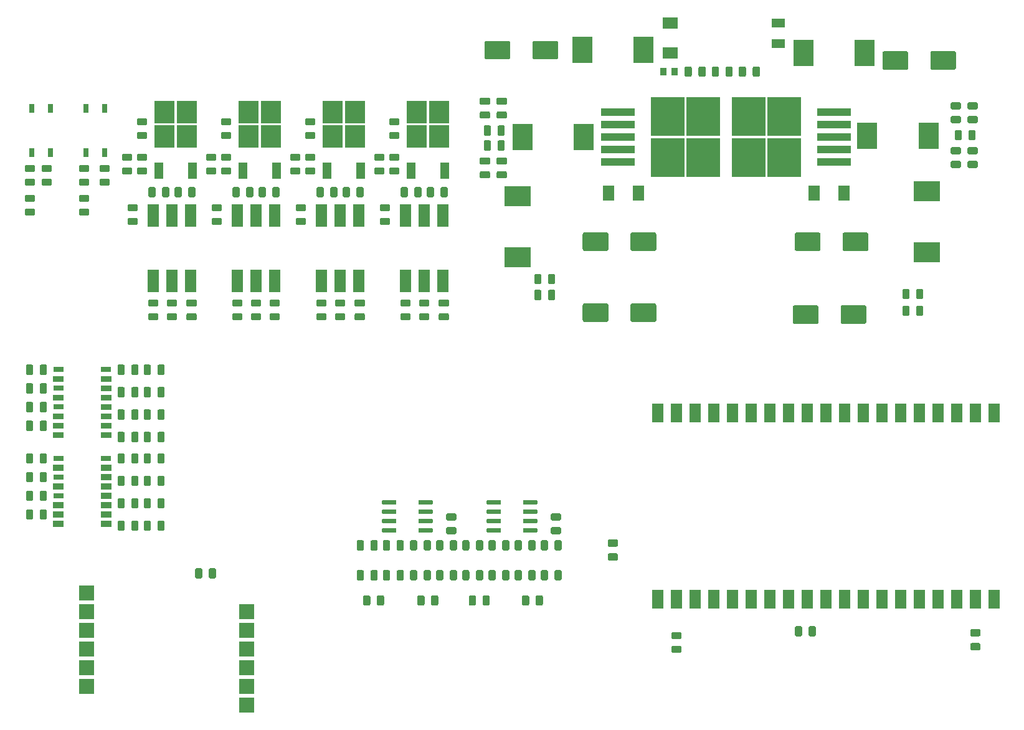
<source format=gbr>
G04 #@! TF.GenerationSoftware,KiCad,Pcbnew,(5.1.5)-3*
G04 #@! TF.CreationDate,2020-07-27T21:58:35-03:00*
G04 #@! TF.ProjectId,ESP32-BOARD,45535033-322d-4424-9f41-52442e6b6963,rev?*
G04 #@! TF.SameCoordinates,Original*
G04 #@! TF.FileFunction,Paste,Top*
G04 #@! TF.FilePolarity,Positive*
%FSLAX46Y46*%
G04 Gerber Fmt 4.6, Leading zero omitted, Abs format (unit mm)*
G04 Created by KiCad (PCBNEW (5.1.5)-3) date 2020-07-27 21:58:35*
%MOMM*%
%LPD*%
G04 APERTURE LIST*
%ADD10R,1.500000X2.500000*%
%ADD11R,2.000000X2.000000*%
%ADD12R,1.600000X3.100000*%
%ADD13C,0.100000*%
%ADD14R,2.750000X3.050000*%
%ADD15R,1.200000X2.200000*%
%ADD16R,0.800000X1.200000*%
%ADD17R,1.400000X0.800000*%
%ADD18R,4.550000X5.250000*%
%ADD19R,4.600000X1.100000*%
%ADD20R,3.600000X2.700000*%
%ADD21R,2.700000X3.600000*%
%ADD22R,1.600000X2.000000*%
%ADD23R,2.000000X1.600000*%
G04 APERTURE END LIST*
D10*
X227584000Y-101676200D03*
X214884000Y-101676200D03*
X240284000Y-101676200D03*
X194564000Y-101676200D03*
X219964000Y-101676200D03*
X202184000Y-101676200D03*
X217424000Y-101676200D03*
X237744000Y-101676200D03*
X204724000Y-101676200D03*
X197104000Y-101676200D03*
X230124000Y-101676200D03*
X209804000Y-101676200D03*
X232664000Y-101676200D03*
X235204000Y-101676200D03*
X199644000Y-101676200D03*
X225044000Y-101676200D03*
X222504000Y-101676200D03*
X207264000Y-101676200D03*
X212344000Y-101676200D03*
X225018600Y-126974600D03*
X219938600Y-126974600D03*
X227558600Y-126974600D03*
X230098600Y-126974600D03*
X237718600Y-126974600D03*
X232638600Y-126974600D03*
X240258600Y-126974600D03*
X199618600Y-126974600D03*
X217398600Y-126974600D03*
X202158600Y-126974600D03*
X222478600Y-126974600D03*
X194538600Y-126974600D03*
X235178600Y-126974600D03*
X212318600Y-126974600D03*
X209778600Y-126974600D03*
X204698600Y-126974600D03*
X207238600Y-126974600D03*
X214858600Y-126974600D03*
X197078600Y-126974600D03*
D11*
X116903500Y-133731000D03*
X116903500Y-128651000D03*
X116903500Y-136271000D03*
X116903500Y-131191000D03*
X116903500Y-126111000D03*
X116903500Y-138811000D03*
X138645900Y-138836400D03*
X138645900Y-133756400D03*
X138645900Y-136296400D03*
X138645900Y-131216400D03*
X138645900Y-128676400D03*
X138645900Y-141376400D03*
D12*
X160274000Y-74803000D03*
X165354000Y-83693000D03*
X162814000Y-74803000D03*
X162814000Y-83693000D03*
X165354000Y-74803000D03*
X160274000Y-83693000D03*
D13*
G36*
X188935442Y-120720174D02*
G01*
X188959103Y-120723684D01*
X188982307Y-120729496D01*
X189004829Y-120737554D01*
X189026453Y-120747782D01*
X189046970Y-120760079D01*
X189066183Y-120774329D01*
X189083907Y-120790393D01*
X189099971Y-120808117D01*
X189114221Y-120827330D01*
X189126518Y-120847847D01*
X189136746Y-120869471D01*
X189144804Y-120891993D01*
X189150616Y-120915197D01*
X189154126Y-120938858D01*
X189155300Y-120962750D01*
X189155300Y-121450250D01*
X189154126Y-121474142D01*
X189150616Y-121497803D01*
X189144804Y-121521007D01*
X189136746Y-121543529D01*
X189126518Y-121565153D01*
X189114221Y-121585670D01*
X189099971Y-121604883D01*
X189083907Y-121622607D01*
X189066183Y-121638671D01*
X189046970Y-121652921D01*
X189026453Y-121665218D01*
X189004829Y-121675446D01*
X188982307Y-121683504D01*
X188959103Y-121689316D01*
X188935442Y-121692826D01*
X188911550Y-121694000D01*
X187999050Y-121694000D01*
X187975158Y-121692826D01*
X187951497Y-121689316D01*
X187928293Y-121683504D01*
X187905771Y-121675446D01*
X187884147Y-121665218D01*
X187863630Y-121652921D01*
X187844417Y-121638671D01*
X187826693Y-121622607D01*
X187810629Y-121604883D01*
X187796379Y-121585670D01*
X187784082Y-121565153D01*
X187773854Y-121543529D01*
X187765796Y-121521007D01*
X187759984Y-121497803D01*
X187756474Y-121474142D01*
X187755300Y-121450250D01*
X187755300Y-120962750D01*
X187756474Y-120938858D01*
X187759984Y-120915197D01*
X187765796Y-120891993D01*
X187773854Y-120869471D01*
X187784082Y-120847847D01*
X187796379Y-120827330D01*
X187810629Y-120808117D01*
X187826693Y-120790393D01*
X187844417Y-120774329D01*
X187863630Y-120760079D01*
X187884147Y-120747782D01*
X187905771Y-120737554D01*
X187928293Y-120729496D01*
X187951497Y-120723684D01*
X187975158Y-120720174D01*
X187999050Y-120719000D01*
X188911550Y-120719000D01*
X188935442Y-120720174D01*
G37*
G36*
X188935442Y-118845174D02*
G01*
X188959103Y-118848684D01*
X188982307Y-118854496D01*
X189004829Y-118862554D01*
X189026453Y-118872782D01*
X189046970Y-118885079D01*
X189066183Y-118899329D01*
X189083907Y-118915393D01*
X189099971Y-118933117D01*
X189114221Y-118952330D01*
X189126518Y-118972847D01*
X189136746Y-118994471D01*
X189144804Y-119016993D01*
X189150616Y-119040197D01*
X189154126Y-119063858D01*
X189155300Y-119087750D01*
X189155300Y-119575250D01*
X189154126Y-119599142D01*
X189150616Y-119622803D01*
X189144804Y-119646007D01*
X189136746Y-119668529D01*
X189126518Y-119690153D01*
X189114221Y-119710670D01*
X189099971Y-119729883D01*
X189083907Y-119747607D01*
X189066183Y-119763671D01*
X189046970Y-119777921D01*
X189026453Y-119790218D01*
X189004829Y-119800446D01*
X188982307Y-119808504D01*
X188959103Y-119814316D01*
X188935442Y-119817826D01*
X188911550Y-119819000D01*
X187999050Y-119819000D01*
X187975158Y-119817826D01*
X187951497Y-119814316D01*
X187928293Y-119808504D01*
X187905771Y-119800446D01*
X187884147Y-119790218D01*
X187863630Y-119777921D01*
X187844417Y-119763671D01*
X187826693Y-119747607D01*
X187810629Y-119729883D01*
X187796379Y-119710670D01*
X187784082Y-119690153D01*
X187773854Y-119668529D01*
X187765796Y-119646007D01*
X187759984Y-119622803D01*
X187756474Y-119599142D01*
X187755300Y-119575250D01*
X187755300Y-119087750D01*
X187756474Y-119063858D01*
X187759984Y-119040197D01*
X187765796Y-119016993D01*
X187773854Y-118994471D01*
X187784082Y-118972847D01*
X187796379Y-118952330D01*
X187810629Y-118933117D01*
X187826693Y-118915393D01*
X187844417Y-118899329D01*
X187863630Y-118885079D01*
X187884147Y-118872782D01*
X187905771Y-118862554D01*
X187928293Y-118854496D01*
X187951497Y-118848684D01*
X187975158Y-118845174D01*
X187999050Y-118844000D01*
X188911550Y-118844000D01*
X188935442Y-118845174D01*
G37*
G36*
X171499442Y-126428174D02*
G01*
X171523103Y-126431684D01*
X171546307Y-126437496D01*
X171568829Y-126445554D01*
X171590453Y-126455782D01*
X171610970Y-126468079D01*
X171630183Y-126482329D01*
X171647907Y-126498393D01*
X171663971Y-126516117D01*
X171678221Y-126535330D01*
X171690518Y-126555847D01*
X171700746Y-126577471D01*
X171708804Y-126599993D01*
X171714616Y-126623197D01*
X171718126Y-126646858D01*
X171719300Y-126670750D01*
X171719300Y-127583250D01*
X171718126Y-127607142D01*
X171714616Y-127630803D01*
X171708804Y-127654007D01*
X171700746Y-127676529D01*
X171690518Y-127698153D01*
X171678221Y-127718670D01*
X171663971Y-127737883D01*
X171647907Y-127755607D01*
X171630183Y-127771671D01*
X171610970Y-127785921D01*
X171590453Y-127798218D01*
X171568829Y-127808446D01*
X171546307Y-127816504D01*
X171523103Y-127822316D01*
X171499442Y-127825826D01*
X171475550Y-127827000D01*
X170988050Y-127827000D01*
X170964158Y-127825826D01*
X170940497Y-127822316D01*
X170917293Y-127816504D01*
X170894771Y-127808446D01*
X170873147Y-127798218D01*
X170852630Y-127785921D01*
X170833417Y-127771671D01*
X170815693Y-127755607D01*
X170799629Y-127737883D01*
X170785379Y-127718670D01*
X170773082Y-127698153D01*
X170762854Y-127676529D01*
X170754796Y-127654007D01*
X170748984Y-127630803D01*
X170745474Y-127607142D01*
X170744300Y-127583250D01*
X170744300Y-126670750D01*
X170745474Y-126646858D01*
X170748984Y-126623197D01*
X170754796Y-126599993D01*
X170762854Y-126577471D01*
X170773082Y-126555847D01*
X170785379Y-126535330D01*
X170799629Y-126516117D01*
X170815693Y-126498393D01*
X170833417Y-126482329D01*
X170852630Y-126468079D01*
X170873147Y-126455782D01*
X170894771Y-126445554D01*
X170917293Y-126437496D01*
X170940497Y-126431684D01*
X170964158Y-126428174D01*
X170988050Y-126427000D01*
X171475550Y-126427000D01*
X171499442Y-126428174D01*
G37*
G36*
X169624442Y-126428174D02*
G01*
X169648103Y-126431684D01*
X169671307Y-126437496D01*
X169693829Y-126445554D01*
X169715453Y-126455782D01*
X169735970Y-126468079D01*
X169755183Y-126482329D01*
X169772907Y-126498393D01*
X169788971Y-126516117D01*
X169803221Y-126535330D01*
X169815518Y-126555847D01*
X169825746Y-126577471D01*
X169833804Y-126599993D01*
X169839616Y-126623197D01*
X169843126Y-126646858D01*
X169844300Y-126670750D01*
X169844300Y-127583250D01*
X169843126Y-127607142D01*
X169839616Y-127630803D01*
X169833804Y-127654007D01*
X169825746Y-127676529D01*
X169815518Y-127698153D01*
X169803221Y-127718670D01*
X169788971Y-127737883D01*
X169772907Y-127755607D01*
X169755183Y-127771671D01*
X169735970Y-127785921D01*
X169715453Y-127798218D01*
X169693829Y-127808446D01*
X169671307Y-127816504D01*
X169648103Y-127822316D01*
X169624442Y-127825826D01*
X169600550Y-127827000D01*
X169113050Y-127827000D01*
X169089158Y-127825826D01*
X169065497Y-127822316D01*
X169042293Y-127816504D01*
X169019771Y-127808446D01*
X168998147Y-127798218D01*
X168977630Y-127785921D01*
X168958417Y-127771671D01*
X168940693Y-127755607D01*
X168924629Y-127737883D01*
X168910379Y-127718670D01*
X168898082Y-127698153D01*
X168887854Y-127676529D01*
X168879796Y-127654007D01*
X168873984Y-127630803D01*
X168870474Y-127607142D01*
X168869300Y-127583250D01*
X168869300Y-126670750D01*
X168870474Y-126646858D01*
X168873984Y-126623197D01*
X168879796Y-126599993D01*
X168887854Y-126577471D01*
X168898082Y-126555847D01*
X168910379Y-126535330D01*
X168924629Y-126516117D01*
X168940693Y-126498393D01*
X168958417Y-126482329D01*
X168977630Y-126468079D01*
X168998147Y-126455782D01*
X169019771Y-126445554D01*
X169042293Y-126437496D01*
X169065497Y-126431684D01*
X169089158Y-126428174D01*
X169113050Y-126427000D01*
X169600550Y-126427000D01*
X169624442Y-126428174D01*
G37*
G36*
X164514442Y-126428174D02*
G01*
X164538103Y-126431684D01*
X164561307Y-126437496D01*
X164583829Y-126445554D01*
X164605453Y-126455782D01*
X164625970Y-126468079D01*
X164645183Y-126482329D01*
X164662907Y-126498393D01*
X164678971Y-126516117D01*
X164693221Y-126535330D01*
X164705518Y-126555847D01*
X164715746Y-126577471D01*
X164723804Y-126599993D01*
X164729616Y-126623197D01*
X164733126Y-126646858D01*
X164734300Y-126670750D01*
X164734300Y-127583250D01*
X164733126Y-127607142D01*
X164729616Y-127630803D01*
X164723804Y-127654007D01*
X164715746Y-127676529D01*
X164705518Y-127698153D01*
X164693221Y-127718670D01*
X164678971Y-127737883D01*
X164662907Y-127755607D01*
X164645183Y-127771671D01*
X164625970Y-127785921D01*
X164605453Y-127798218D01*
X164583829Y-127808446D01*
X164561307Y-127816504D01*
X164538103Y-127822316D01*
X164514442Y-127825826D01*
X164490550Y-127827000D01*
X164003050Y-127827000D01*
X163979158Y-127825826D01*
X163955497Y-127822316D01*
X163932293Y-127816504D01*
X163909771Y-127808446D01*
X163888147Y-127798218D01*
X163867630Y-127785921D01*
X163848417Y-127771671D01*
X163830693Y-127755607D01*
X163814629Y-127737883D01*
X163800379Y-127718670D01*
X163788082Y-127698153D01*
X163777854Y-127676529D01*
X163769796Y-127654007D01*
X163763984Y-127630803D01*
X163760474Y-127607142D01*
X163759300Y-127583250D01*
X163759300Y-126670750D01*
X163760474Y-126646858D01*
X163763984Y-126623197D01*
X163769796Y-126599993D01*
X163777854Y-126577471D01*
X163788082Y-126555847D01*
X163800379Y-126535330D01*
X163814629Y-126516117D01*
X163830693Y-126498393D01*
X163848417Y-126482329D01*
X163867630Y-126468079D01*
X163888147Y-126455782D01*
X163909771Y-126445554D01*
X163932293Y-126437496D01*
X163955497Y-126431684D01*
X163979158Y-126428174D01*
X164003050Y-126427000D01*
X164490550Y-126427000D01*
X164514442Y-126428174D01*
G37*
G36*
X162639442Y-126428174D02*
G01*
X162663103Y-126431684D01*
X162686307Y-126437496D01*
X162708829Y-126445554D01*
X162730453Y-126455782D01*
X162750970Y-126468079D01*
X162770183Y-126482329D01*
X162787907Y-126498393D01*
X162803971Y-126516117D01*
X162818221Y-126535330D01*
X162830518Y-126555847D01*
X162840746Y-126577471D01*
X162848804Y-126599993D01*
X162854616Y-126623197D01*
X162858126Y-126646858D01*
X162859300Y-126670750D01*
X162859300Y-127583250D01*
X162858126Y-127607142D01*
X162854616Y-127630803D01*
X162848804Y-127654007D01*
X162840746Y-127676529D01*
X162830518Y-127698153D01*
X162818221Y-127718670D01*
X162803971Y-127737883D01*
X162787907Y-127755607D01*
X162770183Y-127771671D01*
X162750970Y-127785921D01*
X162730453Y-127798218D01*
X162708829Y-127808446D01*
X162686307Y-127816504D01*
X162663103Y-127822316D01*
X162639442Y-127825826D01*
X162615550Y-127827000D01*
X162128050Y-127827000D01*
X162104158Y-127825826D01*
X162080497Y-127822316D01*
X162057293Y-127816504D01*
X162034771Y-127808446D01*
X162013147Y-127798218D01*
X161992630Y-127785921D01*
X161973417Y-127771671D01*
X161955693Y-127755607D01*
X161939629Y-127737883D01*
X161925379Y-127718670D01*
X161913082Y-127698153D01*
X161902854Y-127676529D01*
X161894796Y-127654007D01*
X161888984Y-127630803D01*
X161885474Y-127607142D01*
X161884300Y-127583250D01*
X161884300Y-126670750D01*
X161885474Y-126646858D01*
X161888984Y-126623197D01*
X161894796Y-126599993D01*
X161902854Y-126577471D01*
X161913082Y-126555847D01*
X161925379Y-126535330D01*
X161939629Y-126516117D01*
X161955693Y-126498393D01*
X161973417Y-126482329D01*
X161992630Y-126468079D01*
X162013147Y-126455782D01*
X162034771Y-126445554D01*
X162057293Y-126437496D01*
X162080497Y-126431684D01*
X162104158Y-126428174D01*
X162128050Y-126427000D01*
X162615550Y-126427000D01*
X162639442Y-126428174D01*
G37*
G36*
X157148442Y-126428174D02*
G01*
X157172103Y-126431684D01*
X157195307Y-126437496D01*
X157217829Y-126445554D01*
X157239453Y-126455782D01*
X157259970Y-126468079D01*
X157279183Y-126482329D01*
X157296907Y-126498393D01*
X157312971Y-126516117D01*
X157327221Y-126535330D01*
X157339518Y-126555847D01*
X157349746Y-126577471D01*
X157357804Y-126599993D01*
X157363616Y-126623197D01*
X157367126Y-126646858D01*
X157368300Y-126670750D01*
X157368300Y-127583250D01*
X157367126Y-127607142D01*
X157363616Y-127630803D01*
X157357804Y-127654007D01*
X157349746Y-127676529D01*
X157339518Y-127698153D01*
X157327221Y-127718670D01*
X157312971Y-127737883D01*
X157296907Y-127755607D01*
X157279183Y-127771671D01*
X157259970Y-127785921D01*
X157239453Y-127798218D01*
X157217829Y-127808446D01*
X157195307Y-127816504D01*
X157172103Y-127822316D01*
X157148442Y-127825826D01*
X157124550Y-127827000D01*
X156637050Y-127827000D01*
X156613158Y-127825826D01*
X156589497Y-127822316D01*
X156566293Y-127816504D01*
X156543771Y-127808446D01*
X156522147Y-127798218D01*
X156501630Y-127785921D01*
X156482417Y-127771671D01*
X156464693Y-127755607D01*
X156448629Y-127737883D01*
X156434379Y-127718670D01*
X156422082Y-127698153D01*
X156411854Y-127676529D01*
X156403796Y-127654007D01*
X156397984Y-127630803D01*
X156394474Y-127607142D01*
X156393300Y-127583250D01*
X156393300Y-126670750D01*
X156394474Y-126646858D01*
X156397984Y-126623197D01*
X156403796Y-126599993D01*
X156411854Y-126577471D01*
X156422082Y-126555847D01*
X156434379Y-126535330D01*
X156448629Y-126516117D01*
X156464693Y-126498393D01*
X156482417Y-126482329D01*
X156501630Y-126468079D01*
X156522147Y-126455782D01*
X156543771Y-126445554D01*
X156566293Y-126437496D01*
X156589497Y-126431684D01*
X156613158Y-126428174D01*
X156637050Y-126427000D01*
X157124550Y-126427000D01*
X157148442Y-126428174D01*
G37*
G36*
X155273442Y-126428174D02*
G01*
X155297103Y-126431684D01*
X155320307Y-126437496D01*
X155342829Y-126445554D01*
X155364453Y-126455782D01*
X155384970Y-126468079D01*
X155404183Y-126482329D01*
X155421907Y-126498393D01*
X155437971Y-126516117D01*
X155452221Y-126535330D01*
X155464518Y-126555847D01*
X155474746Y-126577471D01*
X155482804Y-126599993D01*
X155488616Y-126623197D01*
X155492126Y-126646858D01*
X155493300Y-126670750D01*
X155493300Y-127583250D01*
X155492126Y-127607142D01*
X155488616Y-127630803D01*
X155482804Y-127654007D01*
X155474746Y-127676529D01*
X155464518Y-127698153D01*
X155452221Y-127718670D01*
X155437971Y-127737883D01*
X155421907Y-127755607D01*
X155404183Y-127771671D01*
X155384970Y-127785921D01*
X155364453Y-127798218D01*
X155342829Y-127808446D01*
X155320307Y-127816504D01*
X155297103Y-127822316D01*
X155273442Y-127825826D01*
X155249550Y-127827000D01*
X154762050Y-127827000D01*
X154738158Y-127825826D01*
X154714497Y-127822316D01*
X154691293Y-127816504D01*
X154668771Y-127808446D01*
X154647147Y-127798218D01*
X154626630Y-127785921D01*
X154607417Y-127771671D01*
X154589693Y-127755607D01*
X154573629Y-127737883D01*
X154559379Y-127718670D01*
X154547082Y-127698153D01*
X154536854Y-127676529D01*
X154528796Y-127654007D01*
X154522984Y-127630803D01*
X154519474Y-127607142D01*
X154518300Y-127583250D01*
X154518300Y-126670750D01*
X154519474Y-126646858D01*
X154522984Y-126623197D01*
X154528796Y-126599993D01*
X154536854Y-126577471D01*
X154547082Y-126555847D01*
X154559379Y-126535330D01*
X154573629Y-126516117D01*
X154589693Y-126498393D01*
X154607417Y-126482329D01*
X154626630Y-126468079D01*
X154647147Y-126455782D01*
X154668771Y-126445554D01*
X154691293Y-126437496D01*
X154714497Y-126431684D01*
X154738158Y-126428174D01*
X154762050Y-126427000D01*
X155249550Y-126427000D01*
X155273442Y-126428174D01*
G37*
G36*
X147800142Y-61568174D02*
G01*
X147823803Y-61571684D01*
X147847007Y-61577496D01*
X147869529Y-61585554D01*
X147891153Y-61595782D01*
X147911670Y-61608079D01*
X147930883Y-61622329D01*
X147948607Y-61638393D01*
X147964671Y-61656117D01*
X147978921Y-61675330D01*
X147991218Y-61695847D01*
X148001446Y-61717471D01*
X148009504Y-61739993D01*
X148015316Y-61763197D01*
X148018826Y-61786858D01*
X148020000Y-61810750D01*
X148020000Y-62298250D01*
X148018826Y-62322142D01*
X148015316Y-62345803D01*
X148009504Y-62369007D01*
X148001446Y-62391529D01*
X147991218Y-62413153D01*
X147978921Y-62433670D01*
X147964671Y-62452883D01*
X147948607Y-62470607D01*
X147930883Y-62486671D01*
X147911670Y-62500921D01*
X147891153Y-62513218D01*
X147869529Y-62523446D01*
X147847007Y-62531504D01*
X147823803Y-62537316D01*
X147800142Y-62540826D01*
X147776250Y-62542000D01*
X146863750Y-62542000D01*
X146839858Y-62540826D01*
X146816197Y-62537316D01*
X146792993Y-62531504D01*
X146770471Y-62523446D01*
X146748847Y-62513218D01*
X146728330Y-62500921D01*
X146709117Y-62486671D01*
X146691393Y-62470607D01*
X146675329Y-62452883D01*
X146661079Y-62433670D01*
X146648782Y-62413153D01*
X146638554Y-62391529D01*
X146630496Y-62369007D01*
X146624684Y-62345803D01*
X146621174Y-62322142D01*
X146620000Y-62298250D01*
X146620000Y-61810750D01*
X146621174Y-61786858D01*
X146624684Y-61763197D01*
X146630496Y-61739993D01*
X146638554Y-61717471D01*
X146648782Y-61695847D01*
X146661079Y-61675330D01*
X146675329Y-61656117D01*
X146691393Y-61638393D01*
X146709117Y-61622329D01*
X146728330Y-61608079D01*
X146748847Y-61595782D01*
X146770471Y-61585554D01*
X146792993Y-61577496D01*
X146816197Y-61571684D01*
X146839858Y-61568174D01*
X146863750Y-61567000D01*
X147776250Y-61567000D01*
X147800142Y-61568174D01*
G37*
G36*
X147800142Y-63443174D02*
G01*
X147823803Y-63446684D01*
X147847007Y-63452496D01*
X147869529Y-63460554D01*
X147891153Y-63470782D01*
X147911670Y-63483079D01*
X147930883Y-63497329D01*
X147948607Y-63513393D01*
X147964671Y-63531117D01*
X147978921Y-63550330D01*
X147991218Y-63570847D01*
X148001446Y-63592471D01*
X148009504Y-63614993D01*
X148015316Y-63638197D01*
X148018826Y-63661858D01*
X148020000Y-63685750D01*
X148020000Y-64173250D01*
X148018826Y-64197142D01*
X148015316Y-64220803D01*
X148009504Y-64244007D01*
X148001446Y-64266529D01*
X147991218Y-64288153D01*
X147978921Y-64308670D01*
X147964671Y-64327883D01*
X147948607Y-64345607D01*
X147930883Y-64361671D01*
X147911670Y-64375921D01*
X147891153Y-64388218D01*
X147869529Y-64398446D01*
X147847007Y-64406504D01*
X147823803Y-64412316D01*
X147800142Y-64415826D01*
X147776250Y-64417000D01*
X146863750Y-64417000D01*
X146839858Y-64415826D01*
X146816197Y-64412316D01*
X146792993Y-64406504D01*
X146770471Y-64398446D01*
X146748847Y-64388218D01*
X146728330Y-64375921D01*
X146709117Y-64361671D01*
X146691393Y-64345607D01*
X146675329Y-64327883D01*
X146661079Y-64308670D01*
X146648782Y-64288153D01*
X146638554Y-64266529D01*
X146630496Y-64244007D01*
X146624684Y-64220803D01*
X146621174Y-64197142D01*
X146620000Y-64173250D01*
X146620000Y-63685750D01*
X146621174Y-63661858D01*
X146624684Y-63638197D01*
X146630496Y-63614993D01*
X146638554Y-63592471D01*
X146648782Y-63570847D01*
X146661079Y-63550330D01*
X146675329Y-63531117D01*
X146691393Y-63513393D01*
X146709117Y-63497329D01*
X146728330Y-63483079D01*
X146748847Y-63470782D01*
X146770471Y-63460554D01*
X146792993Y-63452496D01*
X146816197Y-63446684D01*
X146839858Y-63443174D01*
X146863750Y-63442000D01*
X147776250Y-63442000D01*
X147800142Y-63443174D01*
G37*
G36*
X136370142Y-61568174D02*
G01*
X136393803Y-61571684D01*
X136417007Y-61577496D01*
X136439529Y-61585554D01*
X136461153Y-61595782D01*
X136481670Y-61608079D01*
X136500883Y-61622329D01*
X136518607Y-61638393D01*
X136534671Y-61656117D01*
X136548921Y-61675330D01*
X136561218Y-61695847D01*
X136571446Y-61717471D01*
X136579504Y-61739993D01*
X136585316Y-61763197D01*
X136588826Y-61786858D01*
X136590000Y-61810750D01*
X136590000Y-62298250D01*
X136588826Y-62322142D01*
X136585316Y-62345803D01*
X136579504Y-62369007D01*
X136571446Y-62391529D01*
X136561218Y-62413153D01*
X136548921Y-62433670D01*
X136534671Y-62452883D01*
X136518607Y-62470607D01*
X136500883Y-62486671D01*
X136481670Y-62500921D01*
X136461153Y-62513218D01*
X136439529Y-62523446D01*
X136417007Y-62531504D01*
X136393803Y-62537316D01*
X136370142Y-62540826D01*
X136346250Y-62542000D01*
X135433750Y-62542000D01*
X135409858Y-62540826D01*
X135386197Y-62537316D01*
X135362993Y-62531504D01*
X135340471Y-62523446D01*
X135318847Y-62513218D01*
X135298330Y-62500921D01*
X135279117Y-62486671D01*
X135261393Y-62470607D01*
X135245329Y-62452883D01*
X135231079Y-62433670D01*
X135218782Y-62413153D01*
X135208554Y-62391529D01*
X135200496Y-62369007D01*
X135194684Y-62345803D01*
X135191174Y-62322142D01*
X135190000Y-62298250D01*
X135190000Y-61810750D01*
X135191174Y-61786858D01*
X135194684Y-61763197D01*
X135200496Y-61739993D01*
X135208554Y-61717471D01*
X135218782Y-61695847D01*
X135231079Y-61675330D01*
X135245329Y-61656117D01*
X135261393Y-61638393D01*
X135279117Y-61622329D01*
X135298330Y-61608079D01*
X135318847Y-61595782D01*
X135340471Y-61585554D01*
X135362993Y-61577496D01*
X135386197Y-61571684D01*
X135409858Y-61568174D01*
X135433750Y-61567000D01*
X136346250Y-61567000D01*
X136370142Y-61568174D01*
G37*
G36*
X136370142Y-63443174D02*
G01*
X136393803Y-63446684D01*
X136417007Y-63452496D01*
X136439529Y-63460554D01*
X136461153Y-63470782D01*
X136481670Y-63483079D01*
X136500883Y-63497329D01*
X136518607Y-63513393D01*
X136534671Y-63531117D01*
X136548921Y-63550330D01*
X136561218Y-63570847D01*
X136571446Y-63592471D01*
X136579504Y-63614993D01*
X136585316Y-63638197D01*
X136588826Y-63661858D01*
X136590000Y-63685750D01*
X136590000Y-64173250D01*
X136588826Y-64197142D01*
X136585316Y-64220803D01*
X136579504Y-64244007D01*
X136571446Y-64266529D01*
X136561218Y-64288153D01*
X136548921Y-64308670D01*
X136534671Y-64327883D01*
X136518607Y-64345607D01*
X136500883Y-64361671D01*
X136481670Y-64375921D01*
X136461153Y-64388218D01*
X136439529Y-64398446D01*
X136417007Y-64406504D01*
X136393803Y-64412316D01*
X136370142Y-64415826D01*
X136346250Y-64417000D01*
X135433750Y-64417000D01*
X135409858Y-64415826D01*
X135386197Y-64412316D01*
X135362993Y-64406504D01*
X135340471Y-64398446D01*
X135318847Y-64388218D01*
X135298330Y-64375921D01*
X135279117Y-64361671D01*
X135261393Y-64345607D01*
X135245329Y-64327883D01*
X135231079Y-64308670D01*
X135218782Y-64288153D01*
X135208554Y-64266529D01*
X135200496Y-64244007D01*
X135194684Y-64220803D01*
X135191174Y-64197142D01*
X135190000Y-64173250D01*
X135190000Y-63685750D01*
X135191174Y-63661858D01*
X135194684Y-63638197D01*
X135200496Y-63614993D01*
X135208554Y-63592471D01*
X135218782Y-63570847D01*
X135231079Y-63550330D01*
X135245329Y-63531117D01*
X135261393Y-63513393D01*
X135279117Y-63497329D01*
X135298330Y-63483079D01*
X135318847Y-63470782D01*
X135340471Y-63460554D01*
X135362993Y-63452496D01*
X135386197Y-63446684D01*
X135409858Y-63443174D01*
X135433750Y-63442000D01*
X136346250Y-63442000D01*
X136370142Y-63443174D01*
G37*
G36*
X124940142Y-61568174D02*
G01*
X124963803Y-61571684D01*
X124987007Y-61577496D01*
X125009529Y-61585554D01*
X125031153Y-61595782D01*
X125051670Y-61608079D01*
X125070883Y-61622329D01*
X125088607Y-61638393D01*
X125104671Y-61656117D01*
X125118921Y-61675330D01*
X125131218Y-61695847D01*
X125141446Y-61717471D01*
X125149504Y-61739993D01*
X125155316Y-61763197D01*
X125158826Y-61786858D01*
X125160000Y-61810750D01*
X125160000Y-62298250D01*
X125158826Y-62322142D01*
X125155316Y-62345803D01*
X125149504Y-62369007D01*
X125141446Y-62391529D01*
X125131218Y-62413153D01*
X125118921Y-62433670D01*
X125104671Y-62452883D01*
X125088607Y-62470607D01*
X125070883Y-62486671D01*
X125051670Y-62500921D01*
X125031153Y-62513218D01*
X125009529Y-62523446D01*
X124987007Y-62531504D01*
X124963803Y-62537316D01*
X124940142Y-62540826D01*
X124916250Y-62542000D01*
X124003750Y-62542000D01*
X123979858Y-62540826D01*
X123956197Y-62537316D01*
X123932993Y-62531504D01*
X123910471Y-62523446D01*
X123888847Y-62513218D01*
X123868330Y-62500921D01*
X123849117Y-62486671D01*
X123831393Y-62470607D01*
X123815329Y-62452883D01*
X123801079Y-62433670D01*
X123788782Y-62413153D01*
X123778554Y-62391529D01*
X123770496Y-62369007D01*
X123764684Y-62345803D01*
X123761174Y-62322142D01*
X123760000Y-62298250D01*
X123760000Y-61810750D01*
X123761174Y-61786858D01*
X123764684Y-61763197D01*
X123770496Y-61739993D01*
X123778554Y-61717471D01*
X123788782Y-61695847D01*
X123801079Y-61675330D01*
X123815329Y-61656117D01*
X123831393Y-61638393D01*
X123849117Y-61622329D01*
X123868330Y-61608079D01*
X123888847Y-61595782D01*
X123910471Y-61585554D01*
X123932993Y-61577496D01*
X123956197Y-61571684D01*
X123979858Y-61568174D01*
X124003750Y-61567000D01*
X124916250Y-61567000D01*
X124940142Y-61568174D01*
G37*
G36*
X124940142Y-63443174D02*
G01*
X124963803Y-63446684D01*
X124987007Y-63452496D01*
X125009529Y-63460554D01*
X125031153Y-63470782D01*
X125051670Y-63483079D01*
X125070883Y-63497329D01*
X125088607Y-63513393D01*
X125104671Y-63531117D01*
X125118921Y-63550330D01*
X125131218Y-63570847D01*
X125141446Y-63592471D01*
X125149504Y-63614993D01*
X125155316Y-63638197D01*
X125158826Y-63661858D01*
X125160000Y-63685750D01*
X125160000Y-64173250D01*
X125158826Y-64197142D01*
X125155316Y-64220803D01*
X125149504Y-64244007D01*
X125141446Y-64266529D01*
X125131218Y-64288153D01*
X125118921Y-64308670D01*
X125104671Y-64327883D01*
X125088607Y-64345607D01*
X125070883Y-64361671D01*
X125051670Y-64375921D01*
X125031153Y-64388218D01*
X125009529Y-64398446D01*
X124987007Y-64406504D01*
X124963803Y-64412316D01*
X124940142Y-64415826D01*
X124916250Y-64417000D01*
X124003750Y-64417000D01*
X123979858Y-64415826D01*
X123956197Y-64412316D01*
X123932993Y-64406504D01*
X123910471Y-64398446D01*
X123888847Y-64388218D01*
X123868330Y-64375921D01*
X123849117Y-64361671D01*
X123831393Y-64345607D01*
X123815329Y-64327883D01*
X123801079Y-64308670D01*
X123788782Y-64288153D01*
X123778554Y-64266529D01*
X123770496Y-64244007D01*
X123764684Y-64220803D01*
X123761174Y-64197142D01*
X123760000Y-64173250D01*
X123760000Y-63685750D01*
X123761174Y-63661858D01*
X123764684Y-63638197D01*
X123770496Y-63614993D01*
X123778554Y-63592471D01*
X123788782Y-63570847D01*
X123801079Y-63550330D01*
X123815329Y-63531117D01*
X123831393Y-63513393D01*
X123849117Y-63497329D01*
X123868330Y-63483079D01*
X123888847Y-63470782D01*
X123910471Y-63460554D01*
X123932993Y-63452496D01*
X123956197Y-63446684D01*
X123979858Y-63443174D01*
X124003750Y-63442000D01*
X124916250Y-63442000D01*
X124940142Y-63443174D01*
G37*
G36*
X147800142Y-68269174D02*
G01*
X147823803Y-68272684D01*
X147847007Y-68278496D01*
X147869529Y-68286554D01*
X147891153Y-68296782D01*
X147911670Y-68309079D01*
X147930883Y-68323329D01*
X147948607Y-68339393D01*
X147964671Y-68357117D01*
X147978921Y-68376330D01*
X147991218Y-68396847D01*
X148001446Y-68418471D01*
X148009504Y-68440993D01*
X148015316Y-68464197D01*
X148018826Y-68487858D01*
X148020000Y-68511750D01*
X148020000Y-68999250D01*
X148018826Y-69023142D01*
X148015316Y-69046803D01*
X148009504Y-69070007D01*
X148001446Y-69092529D01*
X147991218Y-69114153D01*
X147978921Y-69134670D01*
X147964671Y-69153883D01*
X147948607Y-69171607D01*
X147930883Y-69187671D01*
X147911670Y-69201921D01*
X147891153Y-69214218D01*
X147869529Y-69224446D01*
X147847007Y-69232504D01*
X147823803Y-69238316D01*
X147800142Y-69241826D01*
X147776250Y-69243000D01*
X146863750Y-69243000D01*
X146839858Y-69241826D01*
X146816197Y-69238316D01*
X146792993Y-69232504D01*
X146770471Y-69224446D01*
X146748847Y-69214218D01*
X146728330Y-69201921D01*
X146709117Y-69187671D01*
X146691393Y-69171607D01*
X146675329Y-69153883D01*
X146661079Y-69134670D01*
X146648782Y-69114153D01*
X146638554Y-69092529D01*
X146630496Y-69070007D01*
X146624684Y-69046803D01*
X146621174Y-69023142D01*
X146620000Y-68999250D01*
X146620000Y-68511750D01*
X146621174Y-68487858D01*
X146624684Y-68464197D01*
X146630496Y-68440993D01*
X146638554Y-68418471D01*
X146648782Y-68396847D01*
X146661079Y-68376330D01*
X146675329Y-68357117D01*
X146691393Y-68339393D01*
X146709117Y-68323329D01*
X146728330Y-68309079D01*
X146748847Y-68296782D01*
X146770471Y-68286554D01*
X146792993Y-68278496D01*
X146816197Y-68272684D01*
X146839858Y-68269174D01*
X146863750Y-68268000D01*
X147776250Y-68268000D01*
X147800142Y-68269174D01*
G37*
G36*
X147800142Y-66394174D02*
G01*
X147823803Y-66397684D01*
X147847007Y-66403496D01*
X147869529Y-66411554D01*
X147891153Y-66421782D01*
X147911670Y-66434079D01*
X147930883Y-66448329D01*
X147948607Y-66464393D01*
X147964671Y-66482117D01*
X147978921Y-66501330D01*
X147991218Y-66521847D01*
X148001446Y-66543471D01*
X148009504Y-66565993D01*
X148015316Y-66589197D01*
X148018826Y-66612858D01*
X148020000Y-66636750D01*
X148020000Y-67124250D01*
X148018826Y-67148142D01*
X148015316Y-67171803D01*
X148009504Y-67195007D01*
X148001446Y-67217529D01*
X147991218Y-67239153D01*
X147978921Y-67259670D01*
X147964671Y-67278883D01*
X147948607Y-67296607D01*
X147930883Y-67312671D01*
X147911670Y-67326921D01*
X147891153Y-67339218D01*
X147869529Y-67349446D01*
X147847007Y-67357504D01*
X147823803Y-67363316D01*
X147800142Y-67366826D01*
X147776250Y-67368000D01*
X146863750Y-67368000D01*
X146839858Y-67366826D01*
X146816197Y-67363316D01*
X146792993Y-67357504D01*
X146770471Y-67349446D01*
X146748847Y-67339218D01*
X146728330Y-67326921D01*
X146709117Y-67312671D01*
X146691393Y-67296607D01*
X146675329Y-67278883D01*
X146661079Y-67259670D01*
X146648782Y-67239153D01*
X146638554Y-67217529D01*
X146630496Y-67195007D01*
X146624684Y-67171803D01*
X146621174Y-67148142D01*
X146620000Y-67124250D01*
X146620000Y-66636750D01*
X146621174Y-66612858D01*
X146624684Y-66589197D01*
X146630496Y-66565993D01*
X146638554Y-66543471D01*
X146648782Y-66521847D01*
X146661079Y-66501330D01*
X146675329Y-66482117D01*
X146691393Y-66464393D01*
X146709117Y-66448329D01*
X146728330Y-66434079D01*
X146748847Y-66421782D01*
X146770471Y-66411554D01*
X146792993Y-66403496D01*
X146816197Y-66397684D01*
X146839858Y-66394174D01*
X146863750Y-66393000D01*
X147776250Y-66393000D01*
X147800142Y-66394174D01*
G37*
G36*
X136370142Y-68269174D02*
G01*
X136393803Y-68272684D01*
X136417007Y-68278496D01*
X136439529Y-68286554D01*
X136461153Y-68296782D01*
X136481670Y-68309079D01*
X136500883Y-68323329D01*
X136518607Y-68339393D01*
X136534671Y-68357117D01*
X136548921Y-68376330D01*
X136561218Y-68396847D01*
X136571446Y-68418471D01*
X136579504Y-68440993D01*
X136585316Y-68464197D01*
X136588826Y-68487858D01*
X136590000Y-68511750D01*
X136590000Y-68999250D01*
X136588826Y-69023142D01*
X136585316Y-69046803D01*
X136579504Y-69070007D01*
X136571446Y-69092529D01*
X136561218Y-69114153D01*
X136548921Y-69134670D01*
X136534671Y-69153883D01*
X136518607Y-69171607D01*
X136500883Y-69187671D01*
X136481670Y-69201921D01*
X136461153Y-69214218D01*
X136439529Y-69224446D01*
X136417007Y-69232504D01*
X136393803Y-69238316D01*
X136370142Y-69241826D01*
X136346250Y-69243000D01*
X135433750Y-69243000D01*
X135409858Y-69241826D01*
X135386197Y-69238316D01*
X135362993Y-69232504D01*
X135340471Y-69224446D01*
X135318847Y-69214218D01*
X135298330Y-69201921D01*
X135279117Y-69187671D01*
X135261393Y-69171607D01*
X135245329Y-69153883D01*
X135231079Y-69134670D01*
X135218782Y-69114153D01*
X135208554Y-69092529D01*
X135200496Y-69070007D01*
X135194684Y-69046803D01*
X135191174Y-69023142D01*
X135190000Y-68999250D01*
X135190000Y-68511750D01*
X135191174Y-68487858D01*
X135194684Y-68464197D01*
X135200496Y-68440993D01*
X135208554Y-68418471D01*
X135218782Y-68396847D01*
X135231079Y-68376330D01*
X135245329Y-68357117D01*
X135261393Y-68339393D01*
X135279117Y-68323329D01*
X135298330Y-68309079D01*
X135318847Y-68296782D01*
X135340471Y-68286554D01*
X135362993Y-68278496D01*
X135386197Y-68272684D01*
X135409858Y-68269174D01*
X135433750Y-68268000D01*
X136346250Y-68268000D01*
X136370142Y-68269174D01*
G37*
G36*
X136370142Y-66394174D02*
G01*
X136393803Y-66397684D01*
X136417007Y-66403496D01*
X136439529Y-66411554D01*
X136461153Y-66421782D01*
X136481670Y-66434079D01*
X136500883Y-66448329D01*
X136518607Y-66464393D01*
X136534671Y-66482117D01*
X136548921Y-66501330D01*
X136561218Y-66521847D01*
X136571446Y-66543471D01*
X136579504Y-66565993D01*
X136585316Y-66589197D01*
X136588826Y-66612858D01*
X136590000Y-66636750D01*
X136590000Y-67124250D01*
X136588826Y-67148142D01*
X136585316Y-67171803D01*
X136579504Y-67195007D01*
X136571446Y-67217529D01*
X136561218Y-67239153D01*
X136548921Y-67259670D01*
X136534671Y-67278883D01*
X136518607Y-67296607D01*
X136500883Y-67312671D01*
X136481670Y-67326921D01*
X136461153Y-67339218D01*
X136439529Y-67349446D01*
X136417007Y-67357504D01*
X136393803Y-67363316D01*
X136370142Y-67366826D01*
X136346250Y-67368000D01*
X135433750Y-67368000D01*
X135409858Y-67366826D01*
X135386197Y-67363316D01*
X135362993Y-67357504D01*
X135340471Y-67349446D01*
X135318847Y-67339218D01*
X135298330Y-67326921D01*
X135279117Y-67312671D01*
X135261393Y-67296607D01*
X135245329Y-67278883D01*
X135231079Y-67259670D01*
X135218782Y-67239153D01*
X135208554Y-67217529D01*
X135200496Y-67195007D01*
X135194684Y-67171803D01*
X135191174Y-67148142D01*
X135190000Y-67124250D01*
X135190000Y-66636750D01*
X135191174Y-66612858D01*
X135194684Y-66589197D01*
X135200496Y-66565993D01*
X135208554Y-66543471D01*
X135218782Y-66521847D01*
X135231079Y-66501330D01*
X135245329Y-66482117D01*
X135261393Y-66464393D01*
X135279117Y-66448329D01*
X135298330Y-66434079D01*
X135318847Y-66421782D01*
X135340471Y-66411554D01*
X135362993Y-66403496D01*
X135386197Y-66397684D01*
X135409858Y-66394174D01*
X135433750Y-66393000D01*
X136346250Y-66393000D01*
X136370142Y-66394174D01*
G37*
G36*
X124940142Y-68269174D02*
G01*
X124963803Y-68272684D01*
X124987007Y-68278496D01*
X125009529Y-68286554D01*
X125031153Y-68296782D01*
X125051670Y-68309079D01*
X125070883Y-68323329D01*
X125088607Y-68339393D01*
X125104671Y-68357117D01*
X125118921Y-68376330D01*
X125131218Y-68396847D01*
X125141446Y-68418471D01*
X125149504Y-68440993D01*
X125155316Y-68464197D01*
X125158826Y-68487858D01*
X125160000Y-68511750D01*
X125160000Y-68999250D01*
X125158826Y-69023142D01*
X125155316Y-69046803D01*
X125149504Y-69070007D01*
X125141446Y-69092529D01*
X125131218Y-69114153D01*
X125118921Y-69134670D01*
X125104671Y-69153883D01*
X125088607Y-69171607D01*
X125070883Y-69187671D01*
X125051670Y-69201921D01*
X125031153Y-69214218D01*
X125009529Y-69224446D01*
X124987007Y-69232504D01*
X124963803Y-69238316D01*
X124940142Y-69241826D01*
X124916250Y-69243000D01*
X124003750Y-69243000D01*
X123979858Y-69241826D01*
X123956197Y-69238316D01*
X123932993Y-69232504D01*
X123910471Y-69224446D01*
X123888847Y-69214218D01*
X123868330Y-69201921D01*
X123849117Y-69187671D01*
X123831393Y-69171607D01*
X123815329Y-69153883D01*
X123801079Y-69134670D01*
X123788782Y-69114153D01*
X123778554Y-69092529D01*
X123770496Y-69070007D01*
X123764684Y-69046803D01*
X123761174Y-69023142D01*
X123760000Y-68999250D01*
X123760000Y-68511750D01*
X123761174Y-68487858D01*
X123764684Y-68464197D01*
X123770496Y-68440993D01*
X123778554Y-68418471D01*
X123788782Y-68396847D01*
X123801079Y-68376330D01*
X123815329Y-68357117D01*
X123831393Y-68339393D01*
X123849117Y-68323329D01*
X123868330Y-68309079D01*
X123888847Y-68296782D01*
X123910471Y-68286554D01*
X123932993Y-68278496D01*
X123956197Y-68272684D01*
X123979858Y-68269174D01*
X124003750Y-68268000D01*
X124916250Y-68268000D01*
X124940142Y-68269174D01*
G37*
G36*
X124940142Y-66394174D02*
G01*
X124963803Y-66397684D01*
X124987007Y-66403496D01*
X125009529Y-66411554D01*
X125031153Y-66421782D01*
X125051670Y-66434079D01*
X125070883Y-66448329D01*
X125088607Y-66464393D01*
X125104671Y-66482117D01*
X125118921Y-66501330D01*
X125131218Y-66521847D01*
X125141446Y-66543471D01*
X125149504Y-66565993D01*
X125155316Y-66589197D01*
X125158826Y-66612858D01*
X125160000Y-66636750D01*
X125160000Y-67124250D01*
X125158826Y-67148142D01*
X125155316Y-67171803D01*
X125149504Y-67195007D01*
X125141446Y-67217529D01*
X125131218Y-67239153D01*
X125118921Y-67259670D01*
X125104671Y-67278883D01*
X125088607Y-67296607D01*
X125070883Y-67312671D01*
X125051670Y-67326921D01*
X125031153Y-67339218D01*
X125009529Y-67349446D01*
X124987007Y-67357504D01*
X124963803Y-67363316D01*
X124940142Y-67366826D01*
X124916250Y-67368000D01*
X124003750Y-67368000D01*
X123979858Y-67366826D01*
X123956197Y-67363316D01*
X123932993Y-67357504D01*
X123910471Y-67349446D01*
X123888847Y-67339218D01*
X123868330Y-67326921D01*
X123849117Y-67312671D01*
X123831393Y-67296607D01*
X123815329Y-67278883D01*
X123801079Y-67259670D01*
X123788782Y-67239153D01*
X123778554Y-67217529D01*
X123770496Y-67195007D01*
X123764684Y-67171803D01*
X123761174Y-67148142D01*
X123760000Y-67124250D01*
X123760000Y-66636750D01*
X123761174Y-66612858D01*
X123764684Y-66589197D01*
X123770496Y-66565993D01*
X123778554Y-66543471D01*
X123788782Y-66521847D01*
X123801079Y-66501330D01*
X123815329Y-66482117D01*
X123831393Y-66464393D01*
X123849117Y-66448329D01*
X123868330Y-66434079D01*
X123888847Y-66421782D01*
X123910471Y-66411554D01*
X123932993Y-66403496D01*
X123956197Y-66397684D01*
X123979858Y-66394174D01*
X124003750Y-66393000D01*
X124916250Y-66393000D01*
X124940142Y-66394174D01*
G37*
G36*
X165961142Y-88081174D02*
G01*
X165984803Y-88084684D01*
X166008007Y-88090496D01*
X166030529Y-88098554D01*
X166052153Y-88108782D01*
X166072670Y-88121079D01*
X166091883Y-88135329D01*
X166109607Y-88151393D01*
X166125671Y-88169117D01*
X166139921Y-88188330D01*
X166152218Y-88208847D01*
X166162446Y-88230471D01*
X166170504Y-88252993D01*
X166176316Y-88276197D01*
X166179826Y-88299858D01*
X166181000Y-88323750D01*
X166181000Y-88811250D01*
X166179826Y-88835142D01*
X166176316Y-88858803D01*
X166170504Y-88882007D01*
X166162446Y-88904529D01*
X166152218Y-88926153D01*
X166139921Y-88946670D01*
X166125671Y-88965883D01*
X166109607Y-88983607D01*
X166091883Y-88999671D01*
X166072670Y-89013921D01*
X166052153Y-89026218D01*
X166030529Y-89036446D01*
X166008007Y-89044504D01*
X165984803Y-89050316D01*
X165961142Y-89053826D01*
X165937250Y-89055000D01*
X165024750Y-89055000D01*
X165000858Y-89053826D01*
X164977197Y-89050316D01*
X164953993Y-89044504D01*
X164931471Y-89036446D01*
X164909847Y-89026218D01*
X164889330Y-89013921D01*
X164870117Y-88999671D01*
X164852393Y-88983607D01*
X164836329Y-88965883D01*
X164822079Y-88946670D01*
X164809782Y-88926153D01*
X164799554Y-88904529D01*
X164791496Y-88882007D01*
X164785684Y-88858803D01*
X164782174Y-88835142D01*
X164781000Y-88811250D01*
X164781000Y-88323750D01*
X164782174Y-88299858D01*
X164785684Y-88276197D01*
X164791496Y-88252993D01*
X164799554Y-88230471D01*
X164809782Y-88208847D01*
X164822079Y-88188330D01*
X164836329Y-88169117D01*
X164852393Y-88151393D01*
X164870117Y-88135329D01*
X164889330Y-88121079D01*
X164909847Y-88108782D01*
X164931471Y-88098554D01*
X164953993Y-88090496D01*
X164977197Y-88084684D01*
X165000858Y-88081174D01*
X165024750Y-88080000D01*
X165937250Y-88080000D01*
X165961142Y-88081174D01*
G37*
G36*
X165961142Y-86206174D02*
G01*
X165984803Y-86209684D01*
X166008007Y-86215496D01*
X166030529Y-86223554D01*
X166052153Y-86233782D01*
X166072670Y-86246079D01*
X166091883Y-86260329D01*
X166109607Y-86276393D01*
X166125671Y-86294117D01*
X166139921Y-86313330D01*
X166152218Y-86333847D01*
X166162446Y-86355471D01*
X166170504Y-86377993D01*
X166176316Y-86401197D01*
X166179826Y-86424858D01*
X166181000Y-86448750D01*
X166181000Y-86936250D01*
X166179826Y-86960142D01*
X166176316Y-86983803D01*
X166170504Y-87007007D01*
X166162446Y-87029529D01*
X166152218Y-87051153D01*
X166139921Y-87071670D01*
X166125671Y-87090883D01*
X166109607Y-87108607D01*
X166091883Y-87124671D01*
X166072670Y-87138921D01*
X166052153Y-87151218D01*
X166030529Y-87161446D01*
X166008007Y-87169504D01*
X165984803Y-87175316D01*
X165961142Y-87178826D01*
X165937250Y-87180000D01*
X165024750Y-87180000D01*
X165000858Y-87178826D01*
X164977197Y-87175316D01*
X164953993Y-87169504D01*
X164931471Y-87161446D01*
X164909847Y-87151218D01*
X164889330Y-87138921D01*
X164870117Y-87124671D01*
X164852393Y-87108607D01*
X164836329Y-87090883D01*
X164822079Y-87071670D01*
X164809782Y-87051153D01*
X164799554Y-87029529D01*
X164791496Y-87007007D01*
X164785684Y-86983803D01*
X164782174Y-86960142D01*
X164781000Y-86936250D01*
X164781000Y-86448750D01*
X164782174Y-86424858D01*
X164785684Y-86401197D01*
X164791496Y-86377993D01*
X164799554Y-86355471D01*
X164809782Y-86333847D01*
X164822079Y-86313330D01*
X164836329Y-86294117D01*
X164852393Y-86276393D01*
X164870117Y-86260329D01*
X164889330Y-86246079D01*
X164909847Y-86233782D01*
X164931471Y-86223554D01*
X164953993Y-86215496D01*
X164977197Y-86209684D01*
X165000858Y-86206174D01*
X165024750Y-86205000D01*
X165937250Y-86205000D01*
X165961142Y-86206174D01*
G37*
G36*
X154531142Y-88081174D02*
G01*
X154554803Y-88084684D01*
X154578007Y-88090496D01*
X154600529Y-88098554D01*
X154622153Y-88108782D01*
X154642670Y-88121079D01*
X154661883Y-88135329D01*
X154679607Y-88151393D01*
X154695671Y-88169117D01*
X154709921Y-88188330D01*
X154722218Y-88208847D01*
X154732446Y-88230471D01*
X154740504Y-88252993D01*
X154746316Y-88276197D01*
X154749826Y-88299858D01*
X154751000Y-88323750D01*
X154751000Y-88811250D01*
X154749826Y-88835142D01*
X154746316Y-88858803D01*
X154740504Y-88882007D01*
X154732446Y-88904529D01*
X154722218Y-88926153D01*
X154709921Y-88946670D01*
X154695671Y-88965883D01*
X154679607Y-88983607D01*
X154661883Y-88999671D01*
X154642670Y-89013921D01*
X154622153Y-89026218D01*
X154600529Y-89036446D01*
X154578007Y-89044504D01*
X154554803Y-89050316D01*
X154531142Y-89053826D01*
X154507250Y-89055000D01*
X153594750Y-89055000D01*
X153570858Y-89053826D01*
X153547197Y-89050316D01*
X153523993Y-89044504D01*
X153501471Y-89036446D01*
X153479847Y-89026218D01*
X153459330Y-89013921D01*
X153440117Y-88999671D01*
X153422393Y-88983607D01*
X153406329Y-88965883D01*
X153392079Y-88946670D01*
X153379782Y-88926153D01*
X153369554Y-88904529D01*
X153361496Y-88882007D01*
X153355684Y-88858803D01*
X153352174Y-88835142D01*
X153351000Y-88811250D01*
X153351000Y-88323750D01*
X153352174Y-88299858D01*
X153355684Y-88276197D01*
X153361496Y-88252993D01*
X153369554Y-88230471D01*
X153379782Y-88208847D01*
X153392079Y-88188330D01*
X153406329Y-88169117D01*
X153422393Y-88151393D01*
X153440117Y-88135329D01*
X153459330Y-88121079D01*
X153479847Y-88108782D01*
X153501471Y-88098554D01*
X153523993Y-88090496D01*
X153547197Y-88084684D01*
X153570858Y-88081174D01*
X153594750Y-88080000D01*
X154507250Y-88080000D01*
X154531142Y-88081174D01*
G37*
G36*
X154531142Y-86206174D02*
G01*
X154554803Y-86209684D01*
X154578007Y-86215496D01*
X154600529Y-86223554D01*
X154622153Y-86233782D01*
X154642670Y-86246079D01*
X154661883Y-86260329D01*
X154679607Y-86276393D01*
X154695671Y-86294117D01*
X154709921Y-86313330D01*
X154722218Y-86333847D01*
X154732446Y-86355471D01*
X154740504Y-86377993D01*
X154746316Y-86401197D01*
X154749826Y-86424858D01*
X154751000Y-86448750D01*
X154751000Y-86936250D01*
X154749826Y-86960142D01*
X154746316Y-86983803D01*
X154740504Y-87007007D01*
X154732446Y-87029529D01*
X154722218Y-87051153D01*
X154709921Y-87071670D01*
X154695671Y-87090883D01*
X154679607Y-87108607D01*
X154661883Y-87124671D01*
X154642670Y-87138921D01*
X154622153Y-87151218D01*
X154600529Y-87161446D01*
X154578007Y-87169504D01*
X154554803Y-87175316D01*
X154531142Y-87178826D01*
X154507250Y-87180000D01*
X153594750Y-87180000D01*
X153570858Y-87178826D01*
X153547197Y-87175316D01*
X153523993Y-87169504D01*
X153501471Y-87161446D01*
X153479847Y-87151218D01*
X153459330Y-87138921D01*
X153440117Y-87124671D01*
X153422393Y-87108607D01*
X153406329Y-87090883D01*
X153392079Y-87071670D01*
X153379782Y-87051153D01*
X153369554Y-87029529D01*
X153361496Y-87007007D01*
X153355684Y-86983803D01*
X153352174Y-86960142D01*
X153351000Y-86936250D01*
X153351000Y-86448750D01*
X153352174Y-86424858D01*
X153355684Y-86401197D01*
X153361496Y-86377993D01*
X153369554Y-86355471D01*
X153379782Y-86333847D01*
X153392079Y-86313330D01*
X153406329Y-86294117D01*
X153422393Y-86276393D01*
X153440117Y-86260329D01*
X153459330Y-86246079D01*
X153479847Y-86233782D01*
X153501471Y-86223554D01*
X153523993Y-86215496D01*
X153547197Y-86209684D01*
X153570858Y-86206174D01*
X153594750Y-86205000D01*
X154507250Y-86205000D01*
X154531142Y-86206174D01*
G37*
G36*
X142974142Y-88081174D02*
G01*
X142997803Y-88084684D01*
X143021007Y-88090496D01*
X143043529Y-88098554D01*
X143065153Y-88108782D01*
X143085670Y-88121079D01*
X143104883Y-88135329D01*
X143122607Y-88151393D01*
X143138671Y-88169117D01*
X143152921Y-88188330D01*
X143165218Y-88208847D01*
X143175446Y-88230471D01*
X143183504Y-88252993D01*
X143189316Y-88276197D01*
X143192826Y-88299858D01*
X143194000Y-88323750D01*
X143194000Y-88811250D01*
X143192826Y-88835142D01*
X143189316Y-88858803D01*
X143183504Y-88882007D01*
X143175446Y-88904529D01*
X143165218Y-88926153D01*
X143152921Y-88946670D01*
X143138671Y-88965883D01*
X143122607Y-88983607D01*
X143104883Y-88999671D01*
X143085670Y-89013921D01*
X143065153Y-89026218D01*
X143043529Y-89036446D01*
X143021007Y-89044504D01*
X142997803Y-89050316D01*
X142974142Y-89053826D01*
X142950250Y-89055000D01*
X142037750Y-89055000D01*
X142013858Y-89053826D01*
X141990197Y-89050316D01*
X141966993Y-89044504D01*
X141944471Y-89036446D01*
X141922847Y-89026218D01*
X141902330Y-89013921D01*
X141883117Y-88999671D01*
X141865393Y-88983607D01*
X141849329Y-88965883D01*
X141835079Y-88946670D01*
X141822782Y-88926153D01*
X141812554Y-88904529D01*
X141804496Y-88882007D01*
X141798684Y-88858803D01*
X141795174Y-88835142D01*
X141794000Y-88811250D01*
X141794000Y-88323750D01*
X141795174Y-88299858D01*
X141798684Y-88276197D01*
X141804496Y-88252993D01*
X141812554Y-88230471D01*
X141822782Y-88208847D01*
X141835079Y-88188330D01*
X141849329Y-88169117D01*
X141865393Y-88151393D01*
X141883117Y-88135329D01*
X141902330Y-88121079D01*
X141922847Y-88108782D01*
X141944471Y-88098554D01*
X141966993Y-88090496D01*
X141990197Y-88084684D01*
X142013858Y-88081174D01*
X142037750Y-88080000D01*
X142950250Y-88080000D01*
X142974142Y-88081174D01*
G37*
G36*
X142974142Y-86206174D02*
G01*
X142997803Y-86209684D01*
X143021007Y-86215496D01*
X143043529Y-86223554D01*
X143065153Y-86233782D01*
X143085670Y-86246079D01*
X143104883Y-86260329D01*
X143122607Y-86276393D01*
X143138671Y-86294117D01*
X143152921Y-86313330D01*
X143165218Y-86333847D01*
X143175446Y-86355471D01*
X143183504Y-86377993D01*
X143189316Y-86401197D01*
X143192826Y-86424858D01*
X143194000Y-86448750D01*
X143194000Y-86936250D01*
X143192826Y-86960142D01*
X143189316Y-86983803D01*
X143183504Y-87007007D01*
X143175446Y-87029529D01*
X143165218Y-87051153D01*
X143152921Y-87071670D01*
X143138671Y-87090883D01*
X143122607Y-87108607D01*
X143104883Y-87124671D01*
X143085670Y-87138921D01*
X143065153Y-87151218D01*
X143043529Y-87161446D01*
X143021007Y-87169504D01*
X142997803Y-87175316D01*
X142974142Y-87178826D01*
X142950250Y-87180000D01*
X142037750Y-87180000D01*
X142013858Y-87178826D01*
X141990197Y-87175316D01*
X141966993Y-87169504D01*
X141944471Y-87161446D01*
X141922847Y-87151218D01*
X141902330Y-87138921D01*
X141883117Y-87124671D01*
X141865393Y-87108607D01*
X141849329Y-87090883D01*
X141835079Y-87071670D01*
X141822782Y-87051153D01*
X141812554Y-87029529D01*
X141804496Y-87007007D01*
X141798684Y-86983803D01*
X141795174Y-86960142D01*
X141794000Y-86936250D01*
X141794000Y-86448750D01*
X141795174Y-86424858D01*
X141798684Y-86401197D01*
X141804496Y-86377993D01*
X141812554Y-86355471D01*
X141822782Y-86333847D01*
X141835079Y-86313330D01*
X141849329Y-86294117D01*
X141865393Y-86276393D01*
X141883117Y-86260329D01*
X141902330Y-86246079D01*
X141922847Y-86233782D01*
X141944471Y-86223554D01*
X141966993Y-86215496D01*
X141990197Y-86209684D01*
X142013858Y-86206174D01*
X142037750Y-86205000D01*
X142950250Y-86205000D01*
X142974142Y-86206174D01*
G37*
G36*
X131671142Y-88081174D02*
G01*
X131694803Y-88084684D01*
X131718007Y-88090496D01*
X131740529Y-88098554D01*
X131762153Y-88108782D01*
X131782670Y-88121079D01*
X131801883Y-88135329D01*
X131819607Y-88151393D01*
X131835671Y-88169117D01*
X131849921Y-88188330D01*
X131862218Y-88208847D01*
X131872446Y-88230471D01*
X131880504Y-88252993D01*
X131886316Y-88276197D01*
X131889826Y-88299858D01*
X131891000Y-88323750D01*
X131891000Y-88811250D01*
X131889826Y-88835142D01*
X131886316Y-88858803D01*
X131880504Y-88882007D01*
X131872446Y-88904529D01*
X131862218Y-88926153D01*
X131849921Y-88946670D01*
X131835671Y-88965883D01*
X131819607Y-88983607D01*
X131801883Y-88999671D01*
X131782670Y-89013921D01*
X131762153Y-89026218D01*
X131740529Y-89036446D01*
X131718007Y-89044504D01*
X131694803Y-89050316D01*
X131671142Y-89053826D01*
X131647250Y-89055000D01*
X130734750Y-89055000D01*
X130710858Y-89053826D01*
X130687197Y-89050316D01*
X130663993Y-89044504D01*
X130641471Y-89036446D01*
X130619847Y-89026218D01*
X130599330Y-89013921D01*
X130580117Y-88999671D01*
X130562393Y-88983607D01*
X130546329Y-88965883D01*
X130532079Y-88946670D01*
X130519782Y-88926153D01*
X130509554Y-88904529D01*
X130501496Y-88882007D01*
X130495684Y-88858803D01*
X130492174Y-88835142D01*
X130491000Y-88811250D01*
X130491000Y-88323750D01*
X130492174Y-88299858D01*
X130495684Y-88276197D01*
X130501496Y-88252993D01*
X130509554Y-88230471D01*
X130519782Y-88208847D01*
X130532079Y-88188330D01*
X130546329Y-88169117D01*
X130562393Y-88151393D01*
X130580117Y-88135329D01*
X130599330Y-88121079D01*
X130619847Y-88108782D01*
X130641471Y-88098554D01*
X130663993Y-88090496D01*
X130687197Y-88084684D01*
X130710858Y-88081174D01*
X130734750Y-88080000D01*
X131647250Y-88080000D01*
X131671142Y-88081174D01*
G37*
G36*
X131671142Y-86206174D02*
G01*
X131694803Y-86209684D01*
X131718007Y-86215496D01*
X131740529Y-86223554D01*
X131762153Y-86233782D01*
X131782670Y-86246079D01*
X131801883Y-86260329D01*
X131819607Y-86276393D01*
X131835671Y-86294117D01*
X131849921Y-86313330D01*
X131862218Y-86333847D01*
X131872446Y-86355471D01*
X131880504Y-86377993D01*
X131886316Y-86401197D01*
X131889826Y-86424858D01*
X131891000Y-86448750D01*
X131891000Y-86936250D01*
X131889826Y-86960142D01*
X131886316Y-86983803D01*
X131880504Y-87007007D01*
X131872446Y-87029529D01*
X131862218Y-87051153D01*
X131849921Y-87071670D01*
X131835671Y-87090883D01*
X131819607Y-87108607D01*
X131801883Y-87124671D01*
X131782670Y-87138921D01*
X131762153Y-87151218D01*
X131740529Y-87161446D01*
X131718007Y-87169504D01*
X131694803Y-87175316D01*
X131671142Y-87178826D01*
X131647250Y-87180000D01*
X130734750Y-87180000D01*
X130710858Y-87178826D01*
X130687197Y-87175316D01*
X130663993Y-87169504D01*
X130641471Y-87161446D01*
X130619847Y-87151218D01*
X130599330Y-87138921D01*
X130580117Y-87124671D01*
X130562393Y-87108607D01*
X130546329Y-87090883D01*
X130532079Y-87071670D01*
X130519782Y-87051153D01*
X130509554Y-87029529D01*
X130501496Y-87007007D01*
X130495684Y-86983803D01*
X130492174Y-86960142D01*
X130491000Y-86936250D01*
X130491000Y-86448750D01*
X130492174Y-86424858D01*
X130495684Y-86401197D01*
X130501496Y-86377993D01*
X130509554Y-86355471D01*
X130519782Y-86333847D01*
X130532079Y-86313330D01*
X130546329Y-86294117D01*
X130562393Y-86276393D01*
X130580117Y-86260329D01*
X130599330Y-86246079D01*
X130619847Y-86233782D01*
X130641471Y-86223554D01*
X130663993Y-86215496D01*
X130687197Y-86209684D01*
X130710858Y-86206174D01*
X130734750Y-86205000D01*
X131647250Y-86205000D01*
X131671142Y-86206174D01*
G37*
D14*
X164847000Y-64091000D03*
X161797000Y-60741000D03*
X161797000Y-64091000D03*
X164847000Y-60741000D03*
D15*
X165602000Y-68716000D03*
X161042000Y-68716000D03*
D16*
X119380000Y-60246000D03*
X119380000Y-66246000D03*
X116840000Y-66246000D03*
X116840000Y-60246000D03*
D13*
G36*
X163294142Y-88081174D02*
G01*
X163317803Y-88084684D01*
X163341007Y-88090496D01*
X163363529Y-88098554D01*
X163385153Y-88108782D01*
X163405670Y-88121079D01*
X163424883Y-88135329D01*
X163442607Y-88151393D01*
X163458671Y-88169117D01*
X163472921Y-88188330D01*
X163485218Y-88208847D01*
X163495446Y-88230471D01*
X163503504Y-88252993D01*
X163509316Y-88276197D01*
X163512826Y-88299858D01*
X163514000Y-88323750D01*
X163514000Y-88811250D01*
X163512826Y-88835142D01*
X163509316Y-88858803D01*
X163503504Y-88882007D01*
X163495446Y-88904529D01*
X163485218Y-88926153D01*
X163472921Y-88946670D01*
X163458671Y-88965883D01*
X163442607Y-88983607D01*
X163424883Y-88999671D01*
X163405670Y-89013921D01*
X163385153Y-89026218D01*
X163363529Y-89036446D01*
X163341007Y-89044504D01*
X163317803Y-89050316D01*
X163294142Y-89053826D01*
X163270250Y-89055000D01*
X162357750Y-89055000D01*
X162333858Y-89053826D01*
X162310197Y-89050316D01*
X162286993Y-89044504D01*
X162264471Y-89036446D01*
X162242847Y-89026218D01*
X162222330Y-89013921D01*
X162203117Y-88999671D01*
X162185393Y-88983607D01*
X162169329Y-88965883D01*
X162155079Y-88946670D01*
X162142782Y-88926153D01*
X162132554Y-88904529D01*
X162124496Y-88882007D01*
X162118684Y-88858803D01*
X162115174Y-88835142D01*
X162114000Y-88811250D01*
X162114000Y-88323750D01*
X162115174Y-88299858D01*
X162118684Y-88276197D01*
X162124496Y-88252993D01*
X162132554Y-88230471D01*
X162142782Y-88208847D01*
X162155079Y-88188330D01*
X162169329Y-88169117D01*
X162185393Y-88151393D01*
X162203117Y-88135329D01*
X162222330Y-88121079D01*
X162242847Y-88108782D01*
X162264471Y-88098554D01*
X162286993Y-88090496D01*
X162310197Y-88084684D01*
X162333858Y-88081174D01*
X162357750Y-88080000D01*
X163270250Y-88080000D01*
X163294142Y-88081174D01*
G37*
G36*
X163294142Y-86206174D02*
G01*
X163317803Y-86209684D01*
X163341007Y-86215496D01*
X163363529Y-86223554D01*
X163385153Y-86233782D01*
X163405670Y-86246079D01*
X163424883Y-86260329D01*
X163442607Y-86276393D01*
X163458671Y-86294117D01*
X163472921Y-86313330D01*
X163485218Y-86333847D01*
X163495446Y-86355471D01*
X163503504Y-86377993D01*
X163509316Y-86401197D01*
X163512826Y-86424858D01*
X163514000Y-86448750D01*
X163514000Y-86936250D01*
X163512826Y-86960142D01*
X163509316Y-86983803D01*
X163503504Y-87007007D01*
X163495446Y-87029529D01*
X163485218Y-87051153D01*
X163472921Y-87071670D01*
X163458671Y-87090883D01*
X163442607Y-87108607D01*
X163424883Y-87124671D01*
X163405670Y-87138921D01*
X163385153Y-87151218D01*
X163363529Y-87161446D01*
X163341007Y-87169504D01*
X163317803Y-87175316D01*
X163294142Y-87178826D01*
X163270250Y-87180000D01*
X162357750Y-87180000D01*
X162333858Y-87178826D01*
X162310197Y-87175316D01*
X162286993Y-87169504D01*
X162264471Y-87161446D01*
X162242847Y-87151218D01*
X162222330Y-87138921D01*
X162203117Y-87124671D01*
X162185393Y-87108607D01*
X162169329Y-87090883D01*
X162155079Y-87071670D01*
X162142782Y-87051153D01*
X162132554Y-87029529D01*
X162124496Y-87007007D01*
X162118684Y-86983803D01*
X162115174Y-86960142D01*
X162114000Y-86936250D01*
X162114000Y-86448750D01*
X162115174Y-86424858D01*
X162118684Y-86401197D01*
X162124496Y-86377993D01*
X162132554Y-86355471D01*
X162142782Y-86333847D01*
X162155079Y-86313330D01*
X162169329Y-86294117D01*
X162185393Y-86276393D01*
X162203117Y-86260329D01*
X162222330Y-86246079D01*
X162242847Y-86233782D01*
X162264471Y-86223554D01*
X162286993Y-86215496D01*
X162310197Y-86209684D01*
X162333858Y-86206174D01*
X162357750Y-86205000D01*
X163270250Y-86205000D01*
X163294142Y-86206174D01*
G37*
G36*
X151864142Y-88081174D02*
G01*
X151887803Y-88084684D01*
X151911007Y-88090496D01*
X151933529Y-88098554D01*
X151955153Y-88108782D01*
X151975670Y-88121079D01*
X151994883Y-88135329D01*
X152012607Y-88151393D01*
X152028671Y-88169117D01*
X152042921Y-88188330D01*
X152055218Y-88208847D01*
X152065446Y-88230471D01*
X152073504Y-88252993D01*
X152079316Y-88276197D01*
X152082826Y-88299858D01*
X152084000Y-88323750D01*
X152084000Y-88811250D01*
X152082826Y-88835142D01*
X152079316Y-88858803D01*
X152073504Y-88882007D01*
X152065446Y-88904529D01*
X152055218Y-88926153D01*
X152042921Y-88946670D01*
X152028671Y-88965883D01*
X152012607Y-88983607D01*
X151994883Y-88999671D01*
X151975670Y-89013921D01*
X151955153Y-89026218D01*
X151933529Y-89036446D01*
X151911007Y-89044504D01*
X151887803Y-89050316D01*
X151864142Y-89053826D01*
X151840250Y-89055000D01*
X150927750Y-89055000D01*
X150903858Y-89053826D01*
X150880197Y-89050316D01*
X150856993Y-89044504D01*
X150834471Y-89036446D01*
X150812847Y-89026218D01*
X150792330Y-89013921D01*
X150773117Y-88999671D01*
X150755393Y-88983607D01*
X150739329Y-88965883D01*
X150725079Y-88946670D01*
X150712782Y-88926153D01*
X150702554Y-88904529D01*
X150694496Y-88882007D01*
X150688684Y-88858803D01*
X150685174Y-88835142D01*
X150684000Y-88811250D01*
X150684000Y-88323750D01*
X150685174Y-88299858D01*
X150688684Y-88276197D01*
X150694496Y-88252993D01*
X150702554Y-88230471D01*
X150712782Y-88208847D01*
X150725079Y-88188330D01*
X150739329Y-88169117D01*
X150755393Y-88151393D01*
X150773117Y-88135329D01*
X150792330Y-88121079D01*
X150812847Y-88108782D01*
X150834471Y-88098554D01*
X150856993Y-88090496D01*
X150880197Y-88084684D01*
X150903858Y-88081174D01*
X150927750Y-88080000D01*
X151840250Y-88080000D01*
X151864142Y-88081174D01*
G37*
G36*
X151864142Y-86206174D02*
G01*
X151887803Y-86209684D01*
X151911007Y-86215496D01*
X151933529Y-86223554D01*
X151955153Y-86233782D01*
X151975670Y-86246079D01*
X151994883Y-86260329D01*
X152012607Y-86276393D01*
X152028671Y-86294117D01*
X152042921Y-86313330D01*
X152055218Y-86333847D01*
X152065446Y-86355471D01*
X152073504Y-86377993D01*
X152079316Y-86401197D01*
X152082826Y-86424858D01*
X152084000Y-86448750D01*
X152084000Y-86936250D01*
X152082826Y-86960142D01*
X152079316Y-86983803D01*
X152073504Y-87007007D01*
X152065446Y-87029529D01*
X152055218Y-87051153D01*
X152042921Y-87071670D01*
X152028671Y-87090883D01*
X152012607Y-87108607D01*
X151994883Y-87124671D01*
X151975670Y-87138921D01*
X151955153Y-87151218D01*
X151933529Y-87161446D01*
X151911007Y-87169504D01*
X151887803Y-87175316D01*
X151864142Y-87178826D01*
X151840250Y-87180000D01*
X150927750Y-87180000D01*
X150903858Y-87178826D01*
X150880197Y-87175316D01*
X150856993Y-87169504D01*
X150834471Y-87161446D01*
X150812847Y-87151218D01*
X150792330Y-87138921D01*
X150773117Y-87124671D01*
X150755393Y-87108607D01*
X150739329Y-87090883D01*
X150725079Y-87071670D01*
X150712782Y-87051153D01*
X150702554Y-87029529D01*
X150694496Y-87007007D01*
X150688684Y-86983803D01*
X150685174Y-86960142D01*
X150684000Y-86936250D01*
X150684000Y-86448750D01*
X150685174Y-86424858D01*
X150688684Y-86401197D01*
X150694496Y-86377993D01*
X150702554Y-86355471D01*
X150712782Y-86333847D01*
X150725079Y-86313330D01*
X150739329Y-86294117D01*
X150755393Y-86276393D01*
X150773117Y-86260329D01*
X150792330Y-86246079D01*
X150812847Y-86233782D01*
X150834471Y-86223554D01*
X150856993Y-86215496D01*
X150880197Y-86209684D01*
X150903858Y-86206174D01*
X150927750Y-86205000D01*
X151840250Y-86205000D01*
X151864142Y-86206174D01*
G37*
G36*
X140434142Y-88081174D02*
G01*
X140457803Y-88084684D01*
X140481007Y-88090496D01*
X140503529Y-88098554D01*
X140525153Y-88108782D01*
X140545670Y-88121079D01*
X140564883Y-88135329D01*
X140582607Y-88151393D01*
X140598671Y-88169117D01*
X140612921Y-88188330D01*
X140625218Y-88208847D01*
X140635446Y-88230471D01*
X140643504Y-88252993D01*
X140649316Y-88276197D01*
X140652826Y-88299858D01*
X140654000Y-88323750D01*
X140654000Y-88811250D01*
X140652826Y-88835142D01*
X140649316Y-88858803D01*
X140643504Y-88882007D01*
X140635446Y-88904529D01*
X140625218Y-88926153D01*
X140612921Y-88946670D01*
X140598671Y-88965883D01*
X140582607Y-88983607D01*
X140564883Y-88999671D01*
X140545670Y-89013921D01*
X140525153Y-89026218D01*
X140503529Y-89036446D01*
X140481007Y-89044504D01*
X140457803Y-89050316D01*
X140434142Y-89053826D01*
X140410250Y-89055000D01*
X139497750Y-89055000D01*
X139473858Y-89053826D01*
X139450197Y-89050316D01*
X139426993Y-89044504D01*
X139404471Y-89036446D01*
X139382847Y-89026218D01*
X139362330Y-89013921D01*
X139343117Y-88999671D01*
X139325393Y-88983607D01*
X139309329Y-88965883D01*
X139295079Y-88946670D01*
X139282782Y-88926153D01*
X139272554Y-88904529D01*
X139264496Y-88882007D01*
X139258684Y-88858803D01*
X139255174Y-88835142D01*
X139254000Y-88811250D01*
X139254000Y-88323750D01*
X139255174Y-88299858D01*
X139258684Y-88276197D01*
X139264496Y-88252993D01*
X139272554Y-88230471D01*
X139282782Y-88208847D01*
X139295079Y-88188330D01*
X139309329Y-88169117D01*
X139325393Y-88151393D01*
X139343117Y-88135329D01*
X139362330Y-88121079D01*
X139382847Y-88108782D01*
X139404471Y-88098554D01*
X139426993Y-88090496D01*
X139450197Y-88084684D01*
X139473858Y-88081174D01*
X139497750Y-88080000D01*
X140410250Y-88080000D01*
X140434142Y-88081174D01*
G37*
G36*
X140434142Y-86206174D02*
G01*
X140457803Y-86209684D01*
X140481007Y-86215496D01*
X140503529Y-86223554D01*
X140525153Y-86233782D01*
X140545670Y-86246079D01*
X140564883Y-86260329D01*
X140582607Y-86276393D01*
X140598671Y-86294117D01*
X140612921Y-86313330D01*
X140625218Y-86333847D01*
X140635446Y-86355471D01*
X140643504Y-86377993D01*
X140649316Y-86401197D01*
X140652826Y-86424858D01*
X140654000Y-86448750D01*
X140654000Y-86936250D01*
X140652826Y-86960142D01*
X140649316Y-86983803D01*
X140643504Y-87007007D01*
X140635446Y-87029529D01*
X140625218Y-87051153D01*
X140612921Y-87071670D01*
X140598671Y-87090883D01*
X140582607Y-87108607D01*
X140564883Y-87124671D01*
X140545670Y-87138921D01*
X140525153Y-87151218D01*
X140503529Y-87161446D01*
X140481007Y-87169504D01*
X140457803Y-87175316D01*
X140434142Y-87178826D01*
X140410250Y-87180000D01*
X139497750Y-87180000D01*
X139473858Y-87178826D01*
X139450197Y-87175316D01*
X139426993Y-87169504D01*
X139404471Y-87161446D01*
X139382847Y-87151218D01*
X139362330Y-87138921D01*
X139343117Y-87124671D01*
X139325393Y-87108607D01*
X139309329Y-87090883D01*
X139295079Y-87071670D01*
X139282782Y-87051153D01*
X139272554Y-87029529D01*
X139264496Y-87007007D01*
X139258684Y-86983803D01*
X139255174Y-86960142D01*
X139254000Y-86936250D01*
X139254000Y-86448750D01*
X139255174Y-86424858D01*
X139258684Y-86401197D01*
X139264496Y-86377993D01*
X139272554Y-86355471D01*
X139282782Y-86333847D01*
X139295079Y-86313330D01*
X139309329Y-86294117D01*
X139325393Y-86276393D01*
X139343117Y-86260329D01*
X139362330Y-86246079D01*
X139382847Y-86233782D01*
X139404471Y-86223554D01*
X139426993Y-86215496D01*
X139450197Y-86209684D01*
X139473858Y-86206174D01*
X139497750Y-86205000D01*
X140410250Y-86205000D01*
X140434142Y-86206174D01*
G37*
G36*
X129004142Y-86206174D02*
G01*
X129027803Y-86209684D01*
X129051007Y-86215496D01*
X129073529Y-86223554D01*
X129095153Y-86233782D01*
X129115670Y-86246079D01*
X129134883Y-86260329D01*
X129152607Y-86276393D01*
X129168671Y-86294117D01*
X129182921Y-86313330D01*
X129195218Y-86333847D01*
X129205446Y-86355471D01*
X129213504Y-86377993D01*
X129219316Y-86401197D01*
X129222826Y-86424858D01*
X129224000Y-86448750D01*
X129224000Y-86936250D01*
X129222826Y-86960142D01*
X129219316Y-86983803D01*
X129213504Y-87007007D01*
X129205446Y-87029529D01*
X129195218Y-87051153D01*
X129182921Y-87071670D01*
X129168671Y-87090883D01*
X129152607Y-87108607D01*
X129134883Y-87124671D01*
X129115670Y-87138921D01*
X129095153Y-87151218D01*
X129073529Y-87161446D01*
X129051007Y-87169504D01*
X129027803Y-87175316D01*
X129004142Y-87178826D01*
X128980250Y-87180000D01*
X128067750Y-87180000D01*
X128043858Y-87178826D01*
X128020197Y-87175316D01*
X127996993Y-87169504D01*
X127974471Y-87161446D01*
X127952847Y-87151218D01*
X127932330Y-87138921D01*
X127913117Y-87124671D01*
X127895393Y-87108607D01*
X127879329Y-87090883D01*
X127865079Y-87071670D01*
X127852782Y-87051153D01*
X127842554Y-87029529D01*
X127834496Y-87007007D01*
X127828684Y-86983803D01*
X127825174Y-86960142D01*
X127824000Y-86936250D01*
X127824000Y-86448750D01*
X127825174Y-86424858D01*
X127828684Y-86401197D01*
X127834496Y-86377993D01*
X127842554Y-86355471D01*
X127852782Y-86333847D01*
X127865079Y-86313330D01*
X127879329Y-86294117D01*
X127895393Y-86276393D01*
X127913117Y-86260329D01*
X127932330Y-86246079D01*
X127952847Y-86233782D01*
X127974471Y-86223554D01*
X127996993Y-86215496D01*
X128020197Y-86209684D01*
X128043858Y-86206174D01*
X128067750Y-86205000D01*
X128980250Y-86205000D01*
X129004142Y-86206174D01*
G37*
G36*
X129004142Y-88081174D02*
G01*
X129027803Y-88084684D01*
X129051007Y-88090496D01*
X129073529Y-88098554D01*
X129095153Y-88108782D01*
X129115670Y-88121079D01*
X129134883Y-88135329D01*
X129152607Y-88151393D01*
X129168671Y-88169117D01*
X129182921Y-88188330D01*
X129195218Y-88208847D01*
X129205446Y-88230471D01*
X129213504Y-88252993D01*
X129219316Y-88276197D01*
X129222826Y-88299858D01*
X129224000Y-88323750D01*
X129224000Y-88811250D01*
X129222826Y-88835142D01*
X129219316Y-88858803D01*
X129213504Y-88882007D01*
X129205446Y-88904529D01*
X129195218Y-88926153D01*
X129182921Y-88946670D01*
X129168671Y-88965883D01*
X129152607Y-88983607D01*
X129134883Y-88999671D01*
X129115670Y-89013921D01*
X129095153Y-89026218D01*
X129073529Y-89036446D01*
X129051007Y-89044504D01*
X129027803Y-89050316D01*
X129004142Y-89053826D01*
X128980250Y-89055000D01*
X128067750Y-89055000D01*
X128043858Y-89053826D01*
X128020197Y-89050316D01*
X127996993Y-89044504D01*
X127974471Y-89036446D01*
X127952847Y-89026218D01*
X127932330Y-89013921D01*
X127913117Y-88999671D01*
X127895393Y-88983607D01*
X127879329Y-88965883D01*
X127865079Y-88946670D01*
X127852782Y-88926153D01*
X127842554Y-88904529D01*
X127834496Y-88882007D01*
X127828684Y-88858803D01*
X127825174Y-88835142D01*
X127824000Y-88811250D01*
X127824000Y-88323750D01*
X127825174Y-88299858D01*
X127828684Y-88276197D01*
X127834496Y-88252993D01*
X127842554Y-88230471D01*
X127852782Y-88208847D01*
X127865079Y-88188330D01*
X127879329Y-88169117D01*
X127895393Y-88151393D01*
X127913117Y-88135329D01*
X127932330Y-88121079D01*
X127952847Y-88108782D01*
X127974471Y-88098554D01*
X127996993Y-88090496D01*
X128020197Y-88084684D01*
X128043858Y-88081174D01*
X128067750Y-88080000D01*
X128980250Y-88080000D01*
X129004142Y-88081174D01*
G37*
G36*
X117066142Y-73857174D02*
G01*
X117089803Y-73860684D01*
X117113007Y-73866496D01*
X117135529Y-73874554D01*
X117157153Y-73884782D01*
X117177670Y-73897079D01*
X117196883Y-73911329D01*
X117214607Y-73927393D01*
X117230671Y-73945117D01*
X117244921Y-73964330D01*
X117257218Y-73984847D01*
X117267446Y-74006471D01*
X117275504Y-74028993D01*
X117281316Y-74052197D01*
X117284826Y-74075858D01*
X117286000Y-74099750D01*
X117286000Y-74587250D01*
X117284826Y-74611142D01*
X117281316Y-74634803D01*
X117275504Y-74658007D01*
X117267446Y-74680529D01*
X117257218Y-74702153D01*
X117244921Y-74722670D01*
X117230671Y-74741883D01*
X117214607Y-74759607D01*
X117196883Y-74775671D01*
X117177670Y-74789921D01*
X117157153Y-74802218D01*
X117135529Y-74812446D01*
X117113007Y-74820504D01*
X117089803Y-74826316D01*
X117066142Y-74829826D01*
X117042250Y-74831000D01*
X116129750Y-74831000D01*
X116105858Y-74829826D01*
X116082197Y-74826316D01*
X116058993Y-74820504D01*
X116036471Y-74812446D01*
X116014847Y-74802218D01*
X115994330Y-74789921D01*
X115975117Y-74775671D01*
X115957393Y-74759607D01*
X115941329Y-74741883D01*
X115927079Y-74722670D01*
X115914782Y-74702153D01*
X115904554Y-74680529D01*
X115896496Y-74658007D01*
X115890684Y-74634803D01*
X115887174Y-74611142D01*
X115886000Y-74587250D01*
X115886000Y-74099750D01*
X115887174Y-74075858D01*
X115890684Y-74052197D01*
X115896496Y-74028993D01*
X115904554Y-74006471D01*
X115914782Y-73984847D01*
X115927079Y-73964330D01*
X115941329Y-73945117D01*
X115957393Y-73927393D01*
X115975117Y-73911329D01*
X115994330Y-73897079D01*
X116014847Y-73884782D01*
X116036471Y-73874554D01*
X116058993Y-73866496D01*
X116082197Y-73860684D01*
X116105858Y-73857174D01*
X116129750Y-73856000D01*
X117042250Y-73856000D01*
X117066142Y-73857174D01*
G37*
G36*
X117066142Y-71982174D02*
G01*
X117089803Y-71985684D01*
X117113007Y-71991496D01*
X117135529Y-71999554D01*
X117157153Y-72009782D01*
X117177670Y-72022079D01*
X117196883Y-72036329D01*
X117214607Y-72052393D01*
X117230671Y-72070117D01*
X117244921Y-72089330D01*
X117257218Y-72109847D01*
X117267446Y-72131471D01*
X117275504Y-72153993D01*
X117281316Y-72177197D01*
X117284826Y-72200858D01*
X117286000Y-72224750D01*
X117286000Y-72712250D01*
X117284826Y-72736142D01*
X117281316Y-72759803D01*
X117275504Y-72783007D01*
X117267446Y-72805529D01*
X117257218Y-72827153D01*
X117244921Y-72847670D01*
X117230671Y-72866883D01*
X117214607Y-72884607D01*
X117196883Y-72900671D01*
X117177670Y-72914921D01*
X117157153Y-72927218D01*
X117135529Y-72937446D01*
X117113007Y-72945504D01*
X117089803Y-72951316D01*
X117066142Y-72954826D01*
X117042250Y-72956000D01*
X116129750Y-72956000D01*
X116105858Y-72954826D01*
X116082197Y-72951316D01*
X116058993Y-72945504D01*
X116036471Y-72937446D01*
X116014847Y-72927218D01*
X115994330Y-72914921D01*
X115975117Y-72900671D01*
X115957393Y-72884607D01*
X115941329Y-72866883D01*
X115927079Y-72847670D01*
X115914782Y-72827153D01*
X115904554Y-72805529D01*
X115896496Y-72783007D01*
X115890684Y-72759803D01*
X115887174Y-72736142D01*
X115886000Y-72712250D01*
X115886000Y-72224750D01*
X115887174Y-72200858D01*
X115890684Y-72177197D01*
X115896496Y-72153993D01*
X115904554Y-72131471D01*
X115914782Y-72109847D01*
X115927079Y-72089330D01*
X115941329Y-72070117D01*
X115957393Y-72052393D01*
X115975117Y-72036329D01*
X115994330Y-72022079D01*
X116014847Y-72009782D01*
X116036471Y-71999554D01*
X116058993Y-71991496D01*
X116082197Y-71985684D01*
X116105858Y-71982174D01*
X116129750Y-71981000D01*
X117042250Y-71981000D01*
X117066142Y-71982174D01*
G37*
G36*
X109700142Y-73857174D02*
G01*
X109723803Y-73860684D01*
X109747007Y-73866496D01*
X109769529Y-73874554D01*
X109791153Y-73884782D01*
X109811670Y-73897079D01*
X109830883Y-73911329D01*
X109848607Y-73927393D01*
X109864671Y-73945117D01*
X109878921Y-73964330D01*
X109891218Y-73984847D01*
X109901446Y-74006471D01*
X109909504Y-74028993D01*
X109915316Y-74052197D01*
X109918826Y-74075858D01*
X109920000Y-74099750D01*
X109920000Y-74587250D01*
X109918826Y-74611142D01*
X109915316Y-74634803D01*
X109909504Y-74658007D01*
X109901446Y-74680529D01*
X109891218Y-74702153D01*
X109878921Y-74722670D01*
X109864671Y-74741883D01*
X109848607Y-74759607D01*
X109830883Y-74775671D01*
X109811670Y-74789921D01*
X109791153Y-74802218D01*
X109769529Y-74812446D01*
X109747007Y-74820504D01*
X109723803Y-74826316D01*
X109700142Y-74829826D01*
X109676250Y-74831000D01*
X108763750Y-74831000D01*
X108739858Y-74829826D01*
X108716197Y-74826316D01*
X108692993Y-74820504D01*
X108670471Y-74812446D01*
X108648847Y-74802218D01*
X108628330Y-74789921D01*
X108609117Y-74775671D01*
X108591393Y-74759607D01*
X108575329Y-74741883D01*
X108561079Y-74722670D01*
X108548782Y-74702153D01*
X108538554Y-74680529D01*
X108530496Y-74658007D01*
X108524684Y-74634803D01*
X108521174Y-74611142D01*
X108520000Y-74587250D01*
X108520000Y-74099750D01*
X108521174Y-74075858D01*
X108524684Y-74052197D01*
X108530496Y-74028993D01*
X108538554Y-74006471D01*
X108548782Y-73984847D01*
X108561079Y-73964330D01*
X108575329Y-73945117D01*
X108591393Y-73927393D01*
X108609117Y-73911329D01*
X108628330Y-73897079D01*
X108648847Y-73884782D01*
X108670471Y-73874554D01*
X108692993Y-73866496D01*
X108716197Y-73860684D01*
X108739858Y-73857174D01*
X108763750Y-73856000D01*
X109676250Y-73856000D01*
X109700142Y-73857174D01*
G37*
G36*
X109700142Y-71982174D02*
G01*
X109723803Y-71985684D01*
X109747007Y-71991496D01*
X109769529Y-71999554D01*
X109791153Y-72009782D01*
X109811670Y-72022079D01*
X109830883Y-72036329D01*
X109848607Y-72052393D01*
X109864671Y-72070117D01*
X109878921Y-72089330D01*
X109891218Y-72109847D01*
X109901446Y-72131471D01*
X109909504Y-72153993D01*
X109915316Y-72177197D01*
X109918826Y-72200858D01*
X109920000Y-72224750D01*
X109920000Y-72712250D01*
X109918826Y-72736142D01*
X109915316Y-72759803D01*
X109909504Y-72783007D01*
X109901446Y-72805529D01*
X109891218Y-72827153D01*
X109878921Y-72847670D01*
X109864671Y-72866883D01*
X109848607Y-72884607D01*
X109830883Y-72900671D01*
X109811670Y-72914921D01*
X109791153Y-72927218D01*
X109769529Y-72937446D01*
X109747007Y-72945504D01*
X109723803Y-72951316D01*
X109700142Y-72954826D01*
X109676250Y-72956000D01*
X108763750Y-72956000D01*
X108739858Y-72954826D01*
X108716197Y-72951316D01*
X108692993Y-72945504D01*
X108670471Y-72937446D01*
X108648847Y-72927218D01*
X108628330Y-72914921D01*
X108609117Y-72900671D01*
X108591393Y-72884607D01*
X108575329Y-72866883D01*
X108561079Y-72847670D01*
X108548782Y-72827153D01*
X108538554Y-72805529D01*
X108530496Y-72783007D01*
X108524684Y-72759803D01*
X108521174Y-72736142D01*
X108520000Y-72712250D01*
X108520000Y-72224750D01*
X108521174Y-72200858D01*
X108524684Y-72177197D01*
X108530496Y-72153993D01*
X108538554Y-72131471D01*
X108548782Y-72109847D01*
X108561079Y-72089330D01*
X108575329Y-72070117D01*
X108591393Y-72052393D01*
X108609117Y-72036329D01*
X108628330Y-72022079D01*
X108648847Y-72009782D01*
X108670471Y-71999554D01*
X108692993Y-71991496D01*
X108716197Y-71985684D01*
X108739858Y-71982174D01*
X108763750Y-71981000D01*
X109676250Y-71981000D01*
X109700142Y-71982174D01*
G37*
G36*
X117066142Y-69793174D02*
G01*
X117089803Y-69796684D01*
X117113007Y-69802496D01*
X117135529Y-69810554D01*
X117157153Y-69820782D01*
X117177670Y-69833079D01*
X117196883Y-69847329D01*
X117214607Y-69863393D01*
X117230671Y-69881117D01*
X117244921Y-69900330D01*
X117257218Y-69920847D01*
X117267446Y-69942471D01*
X117275504Y-69964993D01*
X117281316Y-69988197D01*
X117284826Y-70011858D01*
X117286000Y-70035750D01*
X117286000Y-70523250D01*
X117284826Y-70547142D01*
X117281316Y-70570803D01*
X117275504Y-70594007D01*
X117267446Y-70616529D01*
X117257218Y-70638153D01*
X117244921Y-70658670D01*
X117230671Y-70677883D01*
X117214607Y-70695607D01*
X117196883Y-70711671D01*
X117177670Y-70725921D01*
X117157153Y-70738218D01*
X117135529Y-70748446D01*
X117113007Y-70756504D01*
X117089803Y-70762316D01*
X117066142Y-70765826D01*
X117042250Y-70767000D01*
X116129750Y-70767000D01*
X116105858Y-70765826D01*
X116082197Y-70762316D01*
X116058993Y-70756504D01*
X116036471Y-70748446D01*
X116014847Y-70738218D01*
X115994330Y-70725921D01*
X115975117Y-70711671D01*
X115957393Y-70695607D01*
X115941329Y-70677883D01*
X115927079Y-70658670D01*
X115914782Y-70638153D01*
X115904554Y-70616529D01*
X115896496Y-70594007D01*
X115890684Y-70570803D01*
X115887174Y-70547142D01*
X115886000Y-70523250D01*
X115886000Y-70035750D01*
X115887174Y-70011858D01*
X115890684Y-69988197D01*
X115896496Y-69964993D01*
X115904554Y-69942471D01*
X115914782Y-69920847D01*
X115927079Y-69900330D01*
X115941329Y-69881117D01*
X115957393Y-69863393D01*
X115975117Y-69847329D01*
X115994330Y-69833079D01*
X116014847Y-69820782D01*
X116036471Y-69810554D01*
X116058993Y-69802496D01*
X116082197Y-69796684D01*
X116105858Y-69793174D01*
X116129750Y-69792000D01*
X117042250Y-69792000D01*
X117066142Y-69793174D01*
G37*
G36*
X117066142Y-67918174D02*
G01*
X117089803Y-67921684D01*
X117113007Y-67927496D01*
X117135529Y-67935554D01*
X117157153Y-67945782D01*
X117177670Y-67958079D01*
X117196883Y-67972329D01*
X117214607Y-67988393D01*
X117230671Y-68006117D01*
X117244921Y-68025330D01*
X117257218Y-68045847D01*
X117267446Y-68067471D01*
X117275504Y-68089993D01*
X117281316Y-68113197D01*
X117284826Y-68136858D01*
X117286000Y-68160750D01*
X117286000Y-68648250D01*
X117284826Y-68672142D01*
X117281316Y-68695803D01*
X117275504Y-68719007D01*
X117267446Y-68741529D01*
X117257218Y-68763153D01*
X117244921Y-68783670D01*
X117230671Y-68802883D01*
X117214607Y-68820607D01*
X117196883Y-68836671D01*
X117177670Y-68850921D01*
X117157153Y-68863218D01*
X117135529Y-68873446D01*
X117113007Y-68881504D01*
X117089803Y-68887316D01*
X117066142Y-68890826D01*
X117042250Y-68892000D01*
X116129750Y-68892000D01*
X116105858Y-68890826D01*
X116082197Y-68887316D01*
X116058993Y-68881504D01*
X116036471Y-68873446D01*
X116014847Y-68863218D01*
X115994330Y-68850921D01*
X115975117Y-68836671D01*
X115957393Y-68820607D01*
X115941329Y-68802883D01*
X115927079Y-68783670D01*
X115914782Y-68763153D01*
X115904554Y-68741529D01*
X115896496Y-68719007D01*
X115890684Y-68695803D01*
X115887174Y-68672142D01*
X115886000Y-68648250D01*
X115886000Y-68160750D01*
X115887174Y-68136858D01*
X115890684Y-68113197D01*
X115896496Y-68089993D01*
X115904554Y-68067471D01*
X115914782Y-68045847D01*
X115927079Y-68025330D01*
X115941329Y-68006117D01*
X115957393Y-67988393D01*
X115975117Y-67972329D01*
X115994330Y-67958079D01*
X116014847Y-67945782D01*
X116036471Y-67935554D01*
X116058993Y-67927496D01*
X116082197Y-67921684D01*
X116105858Y-67918174D01*
X116129750Y-67917000D01*
X117042250Y-67917000D01*
X117066142Y-67918174D01*
G37*
G36*
X109700142Y-69793174D02*
G01*
X109723803Y-69796684D01*
X109747007Y-69802496D01*
X109769529Y-69810554D01*
X109791153Y-69820782D01*
X109811670Y-69833079D01*
X109830883Y-69847329D01*
X109848607Y-69863393D01*
X109864671Y-69881117D01*
X109878921Y-69900330D01*
X109891218Y-69920847D01*
X109901446Y-69942471D01*
X109909504Y-69964993D01*
X109915316Y-69988197D01*
X109918826Y-70011858D01*
X109920000Y-70035750D01*
X109920000Y-70523250D01*
X109918826Y-70547142D01*
X109915316Y-70570803D01*
X109909504Y-70594007D01*
X109901446Y-70616529D01*
X109891218Y-70638153D01*
X109878921Y-70658670D01*
X109864671Y-70677883D01*
X109848607Y-70695607D01*
X109830883Y-70711671D01*
X109811670Y-70725921D01*
X109791153Y-70738218D01*
X109769529Y-70748446D01*
X109747007Y-70756504D01*
X109723803Y-70762316D01*
X109700142Y-70765826D01*
X109676250Y-70767000D01*
X108763750Y-70767000D01*
X108739858Y-70765826D01*
X108716197Y-70762316D01*
X108692993Y-70756504D01*
X108670471Y-70748446D01*
X108648847Y-70738218D01*
X108628330Y-70725921D01*
X108609117Y-70711671D01*
X108591393Y-70695607D01*
X108575329Y-70677883D01*
X108561079Y-70658670D01*
X108548782Y-70638153D01*
X108538554Y-70616529D01*
X108530496Y-70594007D01*
X108524684Y-70570803D01*
X108521174Y-70547142D01*
X108520000Y-70523250D01*
X108520000Y-70035750D01*
X108521174Y-70011858D01*
X108524684Y-69988197D01*
X108530496Y-69964993D01*
X108538554Y-69942471D01*
X108548782Y-69920847D01*
X108561079Y-69900330D01*
X108575329Y-69881117D01*
X108591393Y-69863393D01*
X108609117Y-69847329D01*
X108628330Y-69833079D01*
X108648847Y-69820782D01*
X108670471Y-69810554D01*
X108692993Y-69802496D01*
X108716197Y-69796684D01*
X108739858Y-69793174D01*
X108763750Y-69792000D01*
X109676250Y-69792000D01*
X109700142Y-69793174D01*
G37*
G36*
X109700142Y-67918174D02*
G01*
X109723803Y-67921684D01*
X109747007Y-67927496D01*
X109769529Y-67935554D01*
X109791153Y-67945782D01*
X109811670Y-67958079D01*
X109830883Y-67972329D01*
X109848607Y-67988393D01*
X109864671Y-68006117D01*
X109878921Y-68025330D01*
X109891218Y-68045847D01*
X109901446Y-68067471D01*
X109909504Y-68089993D01*
X109915316Y-68113197D01*
X109918826Y-68136858D01*
X109920000Y-68160750D01*
X109920000Y-68648250D01*
X109918826Y-68672142D01*
X109915316Y-68695803D01*
X109909504Y-68719007D01*
X109901446Y-68741529D01*
X109891218Y-68763153D01*
X109878921Y-68783670D01*
X109864671Y-68802883D01*
X109848607Y-68820607D01*
X109830883Y-68836671D01*
X109811670Y-68850921D01*
X109791153Y-68863218D01*
X109769529Y-68873446D01*
X109747007Y-68881504D01*
X109723803Y-68887316D01*
X109700142Y-68890826D01*
X109676250Y-68892000D01*
X108763750Y-68892000D01*
X108739858Y-68890826D01*
X108716197Y-68887316D01*
X108692993Y-68881504D01*
X108670471Y-68873446D01*
X108648847Y-68863218D01*
X108628330Y-68850921D01*
X108609117Y-68836671D01*
X108591393Y-68820607D01*
X108575329Y-68802883D01*
X108561079Y-68783670D01*
X108548782Y-68763153D01*
X108538554Y-68741529D01*
X108530496Y-68719007D01*
X108524684Y-68695803D01*
X108521174Y-68672142D01*
X108520000Y-68648250D01*
X108520000Y-68160750D01*
X108521174Y-68136858D01*
X108524684Y-68113197D01*
X108530496Y-68089993D01*
X108538554Y-68067471D01*
X108548782Y-68045847D01*
X108561079Y-68025330D01*
X108575329Y-68006117D01*
X108591393Y-67988393D01*
X108609117Y-67972329D01*
X108628330Y-67958079D01*
X108648847Y-67945782D01*
X108670471Y-67935554D01*
X108692993Y-67927496D01*
X108716197Y-67921684D01*
X108739858Y-67918174D01*
X108763750Y-67917000D01*
X109676250Y-67917000D01*
X109700142Y-67918174D01*
G37*
G36*
X194131504Y-86762204D02*
G01*
X194155773Y-86765804D01*
X194179571Y-86771765D01*
X194202671Y-86780030D01*
X194224849Y-86790520D01*
X194245893Y-86803133D01*
X194265598Y-86817747D01*
X194283777Y-86834223D01*
X194300253Y-86852402D01*
X194314867Y-86872107D01*
X194327480Y-86893151D01*
X194337970Y-86915329D01*
X194346235Y-86938429D01*
X194352196Y-86962227D01*
X194355796Y-86986496D01*
X194357000Y-87011000D01*
X194357000Y-89011000D01*
X194355796Y-89035504D01*
X194352196Y-89059773D01*
X194346235Y-89083571D01*
X194337970Y-89106671D01*
X194327480Y-89128849D01*
X194314867Y-89149893D01*
X194300253Y-89169598D01*
X194283777Y-89187777D01*
X194265598Y-89204253D01*
X194245893Y-89218867D01*
X194224849Y-89231480D01*
X194202671Y-89241970D01*
X194179571Y-89250235D01*
X194155773Y-89256196D01*
X194131504Y-89259796D01*
X194107000Y-89261000D01*
X191107000Y-89261000D01*
X191082496Y-89259796D01*
X191058227Y-89256196D01*
X191034429Y-89250235D01*
X191011329Y-89241970D01*
X190989151Y-89231480D01*
X190968107Y-89218867D01*
X190948402Y-89204253D01*
X190930223Y-89187777D01*
X190913747Y-89169598D01*
X190899133Y-89149893D01*
X190886520Y-89128849D01*
X190876030Y-89106671D01*
X190867765Y-89083571D01*
X190861804Y-89059773D01*
X190858204Y-89035504D01*
X190857000Y-89011000D01*
X190857000Y-87011000D01*
X190858204Y-86986496D01*
X190861804Y-86962227D01*
X190867765Y-86938429D01*
X190876030Y-86915329D01*
X190886520Y-86893151D01*
X190899133Y-86872107D01*
X190913747Y-86852402D01*
X190930223Y-86834223D01*
X190948402Y-86817747D01*
X190968107Y-86803133D01*
X190989151Y-86790520D01*
X191011329Y-86780030D01*
X191034429Y-86771765D01*
X191058227Y-86765804D01*
X191082496Y-86762204D01*
X191107000Y-86761000D01*
X194107000Y-86761000D01*
X194131504Y-86762204D01*
G37*
G36*
X187631504Y-86762204D02*
G01*
X187655773Y-86765804D01*
X187679571Y-86771765D01*
X187702671Y-86780030D01*
X187724849Y-86790520D01*
X187745893Y-86803133D01*
X187765598Y-86817747D01*
X187783777Y-86834223D01*
X187800253Y-86852402D01*
X187814867Y-86872107D01*
X187827480Y-86893151D01*
X187837970Y-86915329D01*
X187846235Y-86938429D01*
X187852196Y-86962227D01*
X187855796Y-86986496D01*
X187857000Y-87011000D01*
X187857000Y-89011000D01*
X187855796Y-89035504D01*
X187852196Y-89059773D01*
X187846235Y-89083571D01*
X187837970Y-89106671D01*
X187827480Y-89128849D01*
X187814867Y-89149893D01*
X187800253Y-89169598D01*
X187783777Y-89187777D01*
X187765598Y-89204253D01*
X187745893Y-89218867D01*
X187724849Y-89231480D01*
X187702671Y-89241970D01*
X187679571Y-89250235D01*
X187655773Y-89256196D01*
X187631504Y-89259796D01*
X187607000Y-89261000D01*
X184607000Y-89261000D01*
X184582496Y-89259796D01*
X184558227Y-89256196D01*
X184534429Y-89250235D01*
X184511329Y-89241970D01*
X184489151Y-89231480D01*
X184468107Y-89218867D01*
X184448402Y-89204253D01*
X184430223Y-89187777D01*
X184413747Y-89169598D01*
X184399133Y-89149893D01*
X184386520Y-89128849D01*
X184376030Y-89106671D01*
X184367765Y-89083571D01*
X184361804Y-89059773D01*
X184358204Y-89035504D01*
X184357000Y-89011000D01*
X184357000Y-87011000D01*
X184358204Y-86986496D01*
X184361804Y-86962227D01*
X184367765Y-86938429D01*
X184376030Y-86915329D01*
X184386520Y-86893151D01*
X184399133Y-86872107D01*
X184413747Y-86852402D01*
X184430223Y-86834223D01*
X184448402Y-86817747D01*
X184468107Y-86803133D01*
X184489151Y-86790520D01*
X184511329Y-86780030D01*
X184534429Y-86771765D01*
X184558227Y-86765804D01*
X184582496Y-86762204D01*
X184607000Y-86761000D01*
X187607000Y-86761000D01*
X187631504Y-86762204D01*
G37*
G36*
X216193804Y-87016204D02*
G01*
X216218073Y-87019804D01*
X216241871Y-87025765D01*
X216264971Y-87034030D01*
X216287149Y-87044520D01*
X216308193Y-87057133D01*
X216327898Y-87071747D01*
X216346077Y-87088223D01*
X216362553Y-87106402D01*
X216377167Y-87126107D01*
X216389780Y-87147151D01*
X216400270Y-87169329D01*
X216408535Y-87192429D01*
X216414496Y-87216227D01*
X216418096Y-87240496D01*
X216419300Y-87265000D01*
X216419300Y-89265000D01*
X216418096Y-89289504D01*
X216414496Y-89313773D01*
X216408535Y-89337571D01*
X216400270Y-89360671D01*
X216389780Y-89382849D01*
X216377167Y-89403893D01*
X216362553Y-89423598D01*
X216346077Y-89441777D01*
X216327898Y-89458253D01*
X216308193Y-89472867D01*
X216287149Y-89485480D01*
X216264971Y-89495970D01*
X216241871Y-89504235D01*
X216218073Y-89510196D01*
X216193804Y-89513796D01*
X216169300Y-89515000D01*
X213169300Y-89515000D01*
X213144796Y-89513796D01*
X213120527Y-89510196D01*
X213096729Y-89504235D01*
X213073629Y-89495970D01*
X213051451Y-89485480D01*
X213030407Y-89472867D01*
X213010702Y-89458253D01*
X212992523Y-89441777D01*
X212976047Y-89423598D01*
X212961433Y-89403893D01*
X212948820Y-89382849D01*
X212938330Y-89360671D01*
X212930065Y-89337571D01*
X212924104Y-89313773D01*
X212920504Y-89289504D01*
X212919300Y-89265000D01*
X212919300Y-87265000D01*
X212920504Y-87240496D01*
X212924104Y-87216227D01*
X212930065Y-87192429D01*
X212938330Y-87169329D01*
X212948820Y-87147151D01*
X212961433Y-87126107D01*
X212976047Y-87106402D01*
X212992523Y-87088223D01*
X213010702Y-87071747D01*
X213030407Y-87057133D01*
X213051451Y-87044520D01*
X213073629Y-87034030D01*
X213096729Y-87025765D01*
X213120527Y-87019804D01*
X213144796Y-87016204D01*
X213169300Y-87015000D01*
X216169300Y-87015000D01*
X216193804Y-87016204D01*
G37*
G36*
X222693804Y-87016204D02*
G01*
X222718073Y-87019804D01*
X222741871Y-87025765D01*
X222764971Y-87034030D01*
X222787149Y-87044520D01*
X222808193Y-87057133D01*
X222827898Y-87071747D01*
X222846077Y-87088223D01*
X222862553Y-87106402D01*
X222877167Y-87126107D01*
X222889780Y-87147151D01*
X222900270Y-87169329D01*
X222908535Y-87192429D01*
X222914496Y-87216227D01*
X222918096Y-87240496D01*
X222919300Y-87265000D01*
X222919300Y-89265000D01*
X222918096Y-89289504D01*
X222914496Y-89313773D01*
X222908535Y-89337571D01*
X222900270Y-89360671D01*
X222889780Y-89382849D01*
X222877167Y-89403893D01*
X222862553Y-89423598D01*
X222846077Y-89441777D01*
X222827898Y-89458253D01*
X222808193Y-89472867D01*
X222787149Y-89485480D01*
X222764971Y-89495970D01*
X222741871Y-89504235D01*
X222718073Y-89510196D01*
X222693804Y-89513796D01*
X222669300Y-89515000D01*
X219669300Y-89515000D01*
X219644796Y-89513796D01*
X219620527Y-89510196D01*
X219596729Y-89504235D01*
X219573629Y-89495970D01*
X219551451Y-89485480D01*
X219530407Y-89472867D01*
X219510702Y-89458253D01*
X219492523Y-89441777D01*
X219476047Y-89423598D01*
X219461433Y-89403893D01*
X219448820Y-89382849D01*
X219438330Y-89360671D01*
X219430065Y-89337571D01*
X219424104Y-89313773D01*
X219420504Y-89289504D01*
X219419300Y-89265000D01*
X219419300Y-87265000D01*
X219420504Y-87240496D01*
X219424104Y-87216227D01*
X219430065Y-87192429D01*
X219438330Y-87169329D01*
X219448820Y-87147151D01*
X219461433Y-87126107D01*
X219476047Y-87106402D01*
X219492523Y-87088223D01*
X219510702Y-87071747D01*
X219530407Y-87057133D01*
X219551451Y-87044520D01*
X219573629Y-87034030D01*
X219596729Y-87025765D01*
X219620527Y-87019804D01*
X219644796Y-87016204D01*
X219669300Y-87015000D01*
X222669300Y-87015000D01*
X222693804Y-87016204D01*
G37*
G36*
X194131504Y-77110204D02*
G01*
X194155773Y-77113804D01*
X194179571Y-77119765D01*
X194202671Y-77128030D01*
X194224849Y-77138520D01*
X194245893Y-77151133D01*
X194265598Y-77165747D01*
X194283777Y-77182223D01*
X194300253Y-77200402D01*
X194314867Y-77220107D01*
X194327480Y-77241151D01*
X194337970Y-77263329D01*
X194346235Y-77286429D01*
X194352196Y-77310227D01*
X194355796Y-77334496D01*
X194357000Y-77359000D01*
X194357000Y-79359000D01*
X194355796Y-79383504D01*
X194352196Y-79407773D01*
X194346235Y-79431571D01*
X194337970Y-79454671D01*
X194327480Y-79476849D01*
X194314867Y-79497893D01*
X194300253Y-79517598D01*
X194283777Y-79535777D01*
X194265598Y-79552253D01*
X194245893Y-79566867D01*
X194224849Y-79579480D01*
X194202671Y-79589970D01*
X194179571Y-79598235D01*
X194155773Y-79604196D01*
X194131504Y-79607796D01*
X194107000Y-79609000D01*
X191107000Y-79609000D01*
X191082496Y-79607796D01*
X191058227Y-79604196D01*
X191034429Y-79598235D01*
X191011329Y-79589970D01*
X190989151Y-79579480D01*
X190968107Y-79566867D01*
X190948402Y-79552253D01*
X190930223Y-79535777D01*
X190913747Y-79517598D01*
X190899133Y-79497893D01*
X190886520Y-79476849D01*
X190876030Y-79454671D01*
X190867765Y-79431571D01*
X190861804Y-79407773D01*
X190858204Y-79383504D01*
X190857000Y-79359000D01*
X190857000Y-77359000D01*
X190858204Y-77334496D01*
X190861804Y-77310227D01*
X190867765Y-77286429D01*
X190876030Y-77263329D01*
X190886520Y-77241151D01*
X190899133Y-77220107D01*
X190913747Y-77200402D01*
X190930223Y-77182223D01*
X190948402Y-77165747D01*
X190968107Y-77151133D01*
X190989151Y-77138520D01*
X191011329Y-77128030D01*
X191034429Y-77119765D01*
X191058227Y-77113804D01*
X191082496Y-77110204D01*
X191107000Y-77109000D01*
X194107000Y-77109000D01*
X194131504Y-77110204D01*
G37*
G36*
X187631504Y-77110204D02*
G01*
X187655773Y-77113804D01*
X187679571Y-77119765D01*
X187702671Y-77128030D01*
X187724849Y-77138520D01*
X187745893Y-77151133D01*
X187765598Y-77165747D01*
X187783777Y-77182223D01*
X187800253Y-77200402D01*
X187814867Y-77220107D01*
X187827480Y-77241151D01*
X187837970Y-77263329D01*
X187846235Y-77286429D01*
X187852196Y-77310227D01*
X187855796Y-77334496D01*
X187857000Y-77359000D01*
X187857000Y-79359000D01*
X187855796Y-79383504D01*
X187852196Y-79407773D01*
X187846235Y-79431571D01*
X187837970Y-79454671D01*
X187827480Y-79476849D01*
X187814867Y-79497893D01*
X187800253Y-79517598D01*
X187783777Y-79535777D01*
X187765598Y-79552253D01*
X187745893Y-79566867D01*
X187724849Y-79579480D01*
X187702671Y-79589970D01*
X187679571Y-79598235D01*
X187655773Y-79604196D01*
X187631504Y-79607796D01*
X187607000Y-79609000D01*
X184607000Y-79609000D01*
X184582496Y-79607796D01*
X184558227Y-79604196D01*
X184534429Y-79598235D01*
X184511329Y-79589970D01*
X184489151Y-79579480D01*
X184468107Y-79566867D01*
X184448402Y-79552253D01*
X184430223Y-79535777D01*
X184413747Y-79517598D01*
X184399133Y-79497893D01*
X184386520Y-79476849D01*
X184376030Y-79454671D01*
X184367765Y-79431571D01*
X184361804Y-79407773D01*
X184358204Y-79383504D01*
X184357000Y-79359000D01*
X184357000Y-77359000D01*
X184358204Y-77334496D01*
X184361804Y-77310227D01*
X184367765Y-77286429D01*
X184376030Y-77263329D01*
X184386520Y-77241151D01*
X184399133Y-77220107D01*
X184413747Y-77200402D01*
X184430223Y-77182223D01*
X184448402Y-77165747D01*
X184468107Y-77151133D01*
X184489151Y-77138520D01*
X184511329Y-77128030D01*
X184534429Y-77119765D01*
X184558227Y-77113804D01*
X184582496Y-77110204D01*
X184607000Y-77109000D01*
X187607000Y-77109000D01*
X187631504Y-77110204D01*
G37*
G36*
X216460504Y-77110204D02*
G01*
X216484773Y-77113804D01*
X216508571Y-77119765D01*
X216531671Y-77128030D01*
X216553849Y-77138520D01*
X216574893Y-77151133D01*
X216594598Y-77165747D01*
X216612777Y-77182223D01*
X216629253Y-77200402D01*
X216643867Y-77220107D01*
X216656480Y-77241151D01*
X216666970Y-77263329D01*
X216675235Y-77286429D01*
X216681196Y-77310227D01*
X216684796Y-77334496D01*
X216686000Y-77359000D01*
X216686000Y-79359000D01*
X216684796Y-79383504D01*
X216681196Y-79407773D01*
X216675235Y-79431571D01*
X216666970Y-79454671D01*
X216656480Y-79476849D01*
X216643867Y-79497893D01*
X216629253Y-79517598D01*
X216612777Y-79535777D01*
X216594598Y-79552253D01*
X216574893Y-79566867D01*
X216553849Y-79579480D01*
X216531671Y-79589970D01*
X216508571Y-79598235D01*
X216484773Y-79604196D01*
X216460504Y-79607796D01*
X216436000Y-79609000D01*
X213436000Y-79609000D01*
X213411496Y-79607796D01*
X213387227Y-79604196D01*
X213363429Y-79598235D01*
X213340329Y-79589970D01*
X213318151Y-79579480D01*
X213297107Y-79566867D01*
X213277402Y-79552253D01*
X213259223Y-79535777D01*
X213242747Y-79517598D01*
X213228133Y-79497893D01*
X213215520Y-79476849D01*
X213205030Y-79454671D01*
X213196765Y-79431571D01*
X213190804Y-79407773D01*
X213187204Y-79383504D01*
X213186000Y-79359000D01*
X213186000Y-77359000D01*
X213187204Y-77334496D01*
X213190804Y-77310227D01*
X213196765Y-77286429D01*
X213205030Y-77263329D01*
X213215520Y-77241151D01*
X213228133Y-77220107D01*
X213242747Y-77200402D01*
X213259223Y-77182223D01*
X213277402Y-77165747D01*
X213297107Y-77151133D01*
X213318151Y-77138520D01*
X213340329Y-77128030D01*
X213363429Y-77119765D01*
X213387227Y-77113804D01*
X213411496Y-77110204D01*
X213436000Y-77109000D01*
X216436000Y-77109000D01*
X216460504Y-77110204D01*
G37*
G36*
X222960504Y-77110204D02*
G01*
X222984773Y-77113804D01*
X223008571Y-77119765D01*
X223031671Y-77128030D01*
X223053849Y-77138520D01*
X223074893Y-77151133D01*
X223094598Y-77165747D01*
X223112777Y-77182223D01*
X223129253Y-77200402D01*
X223143867Y-77220107D01*
X223156480Y-77241151D01*
X223166970Y-77263329D01*
X223175235Y-77286429D01*
X223181196Y-77310227D01*
X223184796Y-77334496D01*
X223186000Y-77359000D01*
X223186000Y-79359000D01*
X223184796Y-79383504D01*
X223181196Y-79407773D01*
X223175235Y-79431571D01*
X223166970Y-79454671D01*
X223156480Y-79476849D01*
X223143867Y-79497893D01*
X223129253Y-79517598D01*
X223112777Y-79535777D01*
X223094598Y-79552253D01*
X223074893Y-79566867D01*
X223053849Y-79579480D01*
X223031671Y-79589970D01*
X223008571Y-79598235D01*
X222984773Y-79604196D01*
X222960504Y-79607796D01*
X222936000Y-79609000D01*
X219936000Y-79609000D01*
X219911496Y-79607796D01*
X219887227Y-79604196D01*
X219863429Y-79598235D01*
X219840329Y-79589970D01*
X219818151Y-79579480D01*
X219797107Y-79566867D01*
X219777402Y-79552253D01*
X219759223Y-79535777D01*
X219742747Y-79517598D01*
X219728133Y-79497893D01*
X219715520Y-79476849D01*
X219705030Y-79454671D01*
X219696765Y-79431571D01*
X219690804Y-79407773D01*
X219687204Y-79383504D01*
X219686000Y-79359000D01*
X219686000Y-77359000D01*
X219687204Y-77334496D01*
X219690804Y-77310227D01*
X219696765Y-77286429D01*
X219705030Y-77263329D01*
X219715520Y-77241151D01*
X219728133Y-77220107D01*
X219742747Y-77200402D01*
X219759223Y-77182223D01*
X219777402Y-77165747D01*
X219797107Y-77151133D01*
X219818151Y-77138520D01*
X219840329Y-77128030D01*
X219863429Y-77119765D01*
X219887227Y-77113804D01*
X219911496Y-77110204D01*
X219936000Y-77109000D01*
X222936000Y-77109000D01*
X222960504Y-77110204D01*
G37*
G36*
X174296504Y-51075204D02*
G01*
X174320773Y-51078804D01*
X174344571Y-51084765D01*
X174367671Y-51093030D01*
X174389849Y-51103520D01*
X174410893Y-51116133D01*
X174430598Y-51130747D01*
X174448777Y-51147223D01*
X174465253Y-51165402D01*
X174479867Y-51185107D01*
X174492480Y-51206151D01*
X174502970Y-51228329D01*
X174511235Y-51251429D01*
X174517196Y-51275227D01*
X174520796Y-51299496D01*
X174522000Y-51324000D01*
X174522000Y-53324000D01*
X174520796Y-53348504D01*
X174517196Y-53372773D01*
X174511235Y-53396571D01*
X174502970Y-53419671D01*
X174492480Y-53441849D01*
X174479867Y-53462893D01*
X174465253Y-53482598D01*
X174448777Y-53500777D01*
X174430598Y-53517253D01*
X174410893Y-53531867D01*
X174389849Y-53544480D01*
X174367671Y-53554970D01*
X174344571Y-53563235D01*
X174320773Y-53569196D01*
X174296504Y-53572796D01*
X174272000Y-53574000D01*
X171272000Y-53574000D01*
X171247496Y-53572796D01*
X171223227Y-53569196D01*
X171199429Y-53563235D01*
X171176329Y-53554970D01*
X171154151Y-53544480D01*
X171133107Y-53531867D01*
X171113402Y-53517253D01*
X171095223Y-53500777D01*
X171078747Y-53482598D01*
X171064133Y-53462893D01*
X171051520Y-53441849D01*
X171041030Y-53419671D01*
X171032765Y-53396571D01*
X171026804Y-53372773D01*
X171023204Y-53348504D01*
X171022000Y-53324000D01*
X171022000Y-51324000D01*
X171023204Y-51299496D01*
X171026804Y-51275227D01*
X171032765Y-51251429D01*
X171041030Y-51228329D01*
X171051520Y-51206151D01*
X171064133Y-51185107D01*
X171078747Y-51165402D01*
X171095223Y-51147223D01*
X171113402Y-51130747D01*
X171133107Y-51116133D01*
X171154151Y-51103520D01*
X171176329Y-51093030D01*
X171199429Y-51084765D01*
X171223227Y-51078804D01*
X171247496Y-51075204D01*
X171272000Y-51074000D01*
X174272000Y-51074000D01*
X174296504Y-51075204D01*
G37*
G36*
X180796504Y-51075204D02*
G01*
X180820773Y-51078804D01*
X180844571Y-51084765D01*
X180867671Y-51093030D01*
X180889849Y-51103520D01*
X180910893Y-51116133D01*
X180930598Y-51130747D01*
X180948777Y-51147223D01*
X180965253Y-51165402D01*
X180979867Y-51185107D01*
X180992480Y-51206151D01*
X181002970Y-51228329D01*
X181011235Y-51251429D01*
X181017196Y-51275227D01*
X181020796Y-51299496D01*
X181022000Y-51324000D01*
X181022000Y-53324000D01*
X181020796Y-53348504D01*
X181017196Y-53372773D01*
X181011235Y-53396571D01*
X181002970Y-53419671D01*
X180992480Y-53441849D01*
X180979867Y-53462893D01*
X180965253Y-53482598D01*
X180948777Y-53500777D01*
X180930598Y-53517253D01*
X180910893Y-53531867D01*
X180889849Y-53544480D01*
X180867671Y-53554970D01*
X180844571Y-53563235D01*
X180820773Y-53569196D01*
X180796504Y-53572796D01*
X180772000Y-53574000D01*
X177772000Y-53574000D01*
X177747496Y-53572796D01*
X177723227Y-53569196D01*
X177699429Y-53563235D01*
X177676329Y-53554970D01*
X177654151Y-53544480D01*
X177633107Y-53531867D01*
X177613402Y-53517253D01*
X177595223Y-53500777D01*
X177578747Y-53482598D01*
X177564133Y-53462893D01*
X177551520Y-53441849D01*
X177541030Y-53419671D01*
X177532765Y-53396571D01*
X177526804Y-53372773D01*
X177523204Y-53348504D01*
X177522000Y-53324000D01*
X177522000Y-51324000D01*
X177523204Y-51299496D01*
X177526804Y-51275227D01*
X177532765Y-51251429D01*
X177541030Y-51228329D01*
X177551520Y-51206151D01*
X177564133Y-51185107D01*
X177578747Y-51165402D01*
X177595223Y-51147223D01*
X177613402Y-51130747D01*
X177633107Y-51116133D01*
X177654151Y-51103520D01*
X177676329Y-51093030D01*
X177699429Y-51084765D01*
X177723227Y-51078804D01*
X177747496Y-51075204D01*
X177772000Y-51074000D01*
X180772000Y-51074000D01*
X180796504Y-51075204D01*
G37*
G36*
X234885804Y-52472204D02*
G01*
X234910073Y-52475804D01*
X234933871Y-52481765D01*
X234956971Y-52490030D01*
X234979149Y-52500520D01*
X235000193Y-52513133D01*
X235019898Y-52527747D01*
X235038077Y-52544223D01*
X235054553Y-52562402D01*
X235069167Y-52582107D01*
X235081780Y-52603151D01*
X235092270Y-52625329D01*
X235100535Y-52648429D01*
X235106496Y-52672227D01*
X235110096Y-52696496D01*
X235111300Y-52721000D01*
X235111300Y-54721000D01*
X235110096Y-54745504D01*
X235106496Y-54769773D01*
X235100535Y-54793571D01*
X235092270Y-54816671D01*
X235081780Y-54838849D01*
X235069167Y-54859893D01*
X235054553Y-54879598D01*
X235038077Y-54897777D01*
X235019898Y-54914253D01*
X235000193Y-54928867D01*
X234979149Y-54941480D01*
X234956971Y-54951970D01*
X234933871Y-54960235D01*
X234910073Y-54966196D01*
X234885804Y-54969796D01*
X234861300Y-54971000D01*
X231861300Y-54971000D01*
X231836796Y-54969796D01*
X231812527Y-54966196D01*
X231788729Y-54960235D01*
X231765629Y-54951970D01*
X231743451Y-54941480D01*
X231722407Y-54928867D01*
X231702702Y-54914253D01*
X231684523Y-54897777D01*
X231668047Y-54879598D01*
X231653433Y-54859893D01*
X231640820Y-54838849D01*
X231630330Y-54816671D01*
X231622065Y-54793571D01*
X231616104Y-54769773D01*
X231612504Y-54745504D01*
X231611300Y-54721000D01*
X231611300Y-52721000D01*
X231612504Y-52696496D01*
X231616104Y-52672227D01*
X231622065Y-52648429D01*
X231630330Y-52625329D01*
X231640820Y-52603151D01*
X231653433Y-52582107D01*
X231668047Y-52562402D01*
X231684523Y-52544223D01*
X231702702Y-52527747D01*
X231722407Y-52513133D01*
X231743451Y-52500520D01*
X231765629Y-52490030D01*
X231788729Y-52481765D01*
X231812527Y-52475804D01*
X231836796Y-52472204D01*
X231861300Y-52471000D01*
X234861300Y-52471000D01*
X234885804Y-52472204D01*
G37*
G36*
X228385804Y-52472204D02*
G01*
X228410073Y-52475804D01*
X228433871Y-52481765D01*
X228456971Y-52490030D01*
X228479149Y-52500520D01*
X228500193Y-52513133D01*
X228519898Y-52527747D01*
X228538077Y-52544223D01*
X228554553Y-52562402D01*
X228569167Y-52582107D01*
X228581780Y-52603151D01*
X228592270Y-52625329D01*
X228600535Y-52648429D01*
X228606496Y-52672227D01*
X228610096Y-52696496D01*
X228611300Y-52721000D01*
X228611300Y-54721000D01*
X228610096Y-54745504D01*
X228606496Y-54769773D01*
X228600535Y-54793571D01*
X228592270Y-54816671D01*
X228581780Y-54838849D01*
X228569167Y-54859893D01*
X228554553Y-54879598D01*
X228538077Y-54897777D01*
X228519898Y-54914253D01*
X228500193Y-54928867D01*
X228479149Y-54941480D01*
X228456971Y-54951970D01*
X228433871Y-54960235D01*
X228410073Y-54966196D01*
X228385804Y-54969796D01*
X228361300Y-54971000D01*
X225361300Y-54971000D01*
X225336796Y-54969796D01*
X225312527Y-54966196D01*
X225288729Y-54960235D01*
X225265629Y-54951970D01*
X225243451Y-54941480D01*
X225222407Y-54928867D01*
X225202702Y-54914253D01*
X225184523Y-54897777D01*
X225168047Y-54879598D01*
X225153433Y-54859893D01*
X225140820Y-54838849D01*
X225130330Y-54816671D01*
X225122065Y-54793571D01*
X225116104Y-54769773D01*
X225112504Y-54745504D01*
X225111300Y-54721000D01*
X225111300Y-52721000D01*
X225112504Y-52696496D01*
X225116104Y-52672227D01*
X225122065Y-52648429D01*
X225130330Y-52625329D01*
X225140820Y-52603151D01*
X225153433Y-52582107D01*
X225168047Y-52562402D01*
X225184523Y-52544223D01*
X225202702Y-52527747D01*
X225222407Y-52513133D01*
X225243451Y-52500520D01*
X225265629Y-52490030D01*
X225288729Y-52481765D01*
X225312527Y-52475804D01*
X225336796Y-52472204D01*
X225361300Y-52471000D01*
X228361300Y-52471000D01*
X228385804Y-52472204D01*
G37*
G36*
X134301142Y-122745174D02*
G01*
X134324803Y-122748684D01*
X134348007Y-122754496D01*
X134370529Y-122762554D01*
X134392153Y-122772782D01*
X134412670Y-122785079D01*
X134431883Y-122799329D01*
X134449607Y-122815393D01*
X134465671Y-122833117D01*
X134479921Y-122852330D01*
X134492218Y-122872847D01*
X134502446Y-122894471D01*
X134510504Y-122916993D01*
X134516316Y-122940197D01*
X134519826Y-122963858D01*
X134521000Y-122987750D01*
X134521000Y-123900250D01*
X134519826Y-123924142D01*
X134516316Y-123947803D01*
X134510504Y-123971007D01*
X134502446Y-123993529D01*
X134492218Y-124015153D01*
X134479921Y-124035670D01*
X134465671Y-124054883D01*
X134449607Y-124072607D01*
X134431883Y-124088671D01*
X134412670Y-124102921D01*
X134392153Y-124115218D01*
X134370529Y-124125446D01*
X134348007Y-124133504D01*
X134324803Y-124139316D01*
X134301142Y-124142826D01*
X134277250Y-124144000D01*
X133789750Y-124144000D01*
X133765858Y-124142826D01*
X133742197Y-124139316D01*
X133718993Y-124133504D01*
X133696471Y-124125446D01*
X133674847Y-124115218D01*
X133654330Y-124102921D01*
X133635117Y-124088671D01*
X133617393Y-124072607D01*
X133601329Y-124054883D01*
X133587079Y-124035670D01*
X133574782Y-124015153D01*
X133564554Y-123993529D01*
X133556496Y-123971007D01*
X133550684Y-123947803D01*
X133547174Y-123924142D01*
X133546000Y-123900250D01*
X133546000Y-122987750D01*
X133547174Y-122963858D01*
X133550684Y-122940197D01*
X133556496Y-122916993D01*
X133564554Y-122894471D01*
X133574782Y-122872847D01*
X133587079Y-122852330D01*
X133601329Y-122833117D01*
X133617393Y-122815393D01*
X133635117Y-122799329D01*
X133654330Y-122785079D01*
X133674847Y-122772782D01*
X133696471Y-122762554D01*
X133718993Y-122754496D01*
X133742197Y-122748684D01*
X133765858Y-122745174D01*
X133789750Y-122744000D01*
X134277250Y-122744000D01*
X134301142Y-122745174D01*
G37*
G36*
X132426142Y-122745174D02*
G01*
X132449803Y-122748684D01*
X132473007Y-122754496D01*
X132495529Y-122762554D01*
X132517153Y-122772782D01*
X132537670Y-122785079D01*
X132556883Y-122799329D01*
X132574607Y-122815393D01*
X132590671Y-122833117D01*
X132604921Y-122852330D01*
X132617218Y-122872847D01*
X132627446Y-122894471D01*
X132635504Y-122916993D01*
X132641316Y-122940197D01*
X132644826Y-122963858D01*
X132646000Y-122987750D01*
X132646000Y-123900250D01*
X132644826Y-123924142D01*
X132641316Y-123947803D01*
X132635504Y-123971007D01*
X132627446Y-123993529D01*
X132617218Y-124015153D01*
X132604921Y-124035670D01*
X132590671Y-124054883D01*
X132574607Y-124072607D01*
X132556883Y-124088671D01*
X132537670Y-124102921D01*
X132517153Y-124115218D01*
X132495529Y-124125446D01*
X132473007Y-124133504D01*
X132449803Y-124139316D01*
X132426142Y-124142826D01*
X132402250Y-124144000D01*
X131914750Y-124144000D01*
X131890858Y-124142826D01*
X131867197Y-124139316D01*
X131843993Y-124133504D01*
X131821471Y-124125446D01*
X131799847Y-124115218D01*
X131779330Y-124102921D01*
X131760117Y-124088671D01*
X131742393Y-124072607D01*
X131726329Y-124054883D01*
X131712079Y-124035670D01*
X131699782Y-124015153D01*
X131689554Y-123993529D01*
X131681496Y-123971007D01*
X131675684Y-123947803D01*
X131672174Y-123924142D01*
X131671000Y-123900250D01*
X131671000Y-122987750D01*
X131672174Y-122963858D01*
X131675684Y-122940197D01*
X131681496Y-122916993D01*
X131689554Y-122894471D01*
X131699782Y-122872847D01*
X131712079Y-122852330D01*
X131726329Y-122833117D01*
X131742393Y-122815393D01*
X131760117Y-122799329D01*
X131779330Y-122785079D01*
X131799847Y-122772782D01*
X131821471Y-122762554D01*
X131843993Y-122754496D01*
X131867197Y-122748684D01*
X131890858Y-122745174D01*
X131914750Y-122744000D01*
X132402250Y-122744000D01*
X132426142Y-122745174D01*
G37*
G36*
X213960142Y-130619174D02*
G01*
X213983803Y-130622684D01*
X214007007Y-130628496D01*
X214029529Y-130636554D01*
X214051153Y-130646782D01*
X214071670Y-130659079D01*
X214090883Y-130673329D01*
X214108607Y-130689393D01*
X214124671Y-130707117D01*
X214138921Y-130726330D01*
X214151218Y-130746847D01*
X214161446Y-130768471D01*
X214169504Y-130790993D01*
X214175316Y-130814197D01*
X214178826Y-130837858D01*
X214180000Y-130861750D01*
X214180000Y-131774250D01*
X214178826Y-131798142D01*
X214175316Y-131821803D01*
X214169504Y-131845007D01*
X214161446Y-131867529D01*
X214151218Y-131889153D01*
X214138921Y-131909670D01*
X214124671Y-131928883D01*
X214108607Y-131946607D01*
X214090883Y-131962671D01*
X214071670Y-131976921D01*
X214051153Y-131989218D01*
X214029529Y-131999446D01*
X214007007Y-132007504D01*
X213983803Y-132013316D01*
X213960142Y-132016826D01*
X213936250Y-132018000D01*
X213448750Y-132018000D01*
X213424858Y-132016826D01*
X213401197Y-132013316D01*
X213377993Y-132007504D01*
X213355471Y-131999446D01*
X213333847Y-131989218D01*
X213313330Y-131976921D01*
X213294117Y-131962671D01*
X213276393Y-131946607D01*
X213260329Y-131928883D01*
X213246079Y-131909670D01*
X213233782Y-131889153D01*
X213223554Y-131867529D01*
X213215496Y-131845007D01*
X213209684Y-131821803D01*
X213206174Y-131798142D01*
X213205000Y-131774250D01*
X213205000Y-130861750D01*
X213206174Y-130837858D01*
X213209684Y-130814197D01*
X213215496Y-130790993D01*
X213223554Y-130768471D01*
X213233782Y-130746847D01*
X213246079Y-130726330D01*
X213260329Y-130707117D01*
X213276393Y-130689393D01*
X213294117Y-130673329D01*
X213313330Y-130659079D01*
X213333847Y-130646782D01*
X213355471Y-130636554D01*
X213377993Y-130628496D01*
X213401197Y-130622684D01*
X213424858Y-130619174D01*
X213448750Y-130618000D01*
X213936250Y-130618000D01*
X213960142Y-130619174D01*
G37*
G36*
X215835142Y-130619174D02*
G01*
X215858803Y-130622684D01*
X215882007Y-130628496D01*
X215904529Y-130636554D01*
X215926153Y-130646782D01*
X215946670Y-130659079D01*
X215965883Y-130673329D01*
X215983607Y-130689393D01*
X215999671Y-130707117D01*
X216013921Y-130726330D01*
X216026218Y-130746847D01*
X216036446Y-130768471D01*
X216044504Y-130790993D01*
X216050316Y-130814197D01*
X216053826Y-130837858D01*
X216055000Y-130861750D01*
X216055000Y-131774250D01*
X216053826Y-131798142D01*
X216050316Y-131821803D01*
X216044504Y-131845007D01*
X216036446Y-131867529D01*
X216026218Y-131889153D01*
X216013921Y-131909670D01*
X215999671Y-131928883D01*
X215983607Y-131946607D01*
X215965883Y-131962671D01*
X215946670Y-131976921D01*
X215926153Y-131989218D01*
X215904529Y-131999446D01*
X215882007Y-132007504D01*
X215858803Y-132013316D01*
X215835142Y-132016826D01*
X215811250Y-132018000D01*
X215323750Y-132018000D01*
X215299858Y-132016826D01*
X215276197Y-132013316D01*
X215252993Y-132007504D01*
X215230471Y-131999446D01*
X215208847Y-131989218D01*
X215188330Y-131976921D01*
X215169117Y-131962671D01*
X215151393Y-131946607D01*
X215135329Y-131928883D01*
X215121079Y-131909670D01*
X215108782Y-131889153D01*
X215098554Y-131867529D01*
X215090496Y-131845007D01*
X215084684Y-131821803D01*
X215081174Y-131798142D01*
X215080000Y-131774250D01*
X215080000Y-130861750D01*
X215081174Y-130837858D01*
X215084684Y-130814197D01*
X215090496Y-130790993D01*
X215098554Y-130768471D01*
X215108782Y-130746847D01*
X215121079Y-130726330D01*
X215135329Y-130707117D01*
X215151393Y-130689393D01*
X215169117Y-130673329D01*
X215188330Y-130659079D01*
X215208847Y-130646782D01*
X215230471Y-130636554D01*
X215252993Y-130628496D01*
X215276197Y-130622684D01*
X215299858Y-130619174D01*
X215323750Y-130618000D01*
X215811250Y-130618000D01*
X215835142Y-130619174D01*
G37*
G36*
X238211442Y-132912174D02*
G01*
X238235103Y-132915684D01*
X238258307Y-132921496D01*
X238280829Y-132929554D01*
X238302453Y-132939782D01*
X238322970Y-132952079D01*
X238342183Y-132966329D01*
X238359907Y-132982393D01*
X238375971Y-133000117D01*
X238390221Y-133019330D01*
X238402518Y-133039847D01*
X238412746Y-133061471D01*
X238420804Y-133083993D01*
X238426616Y-133107197D01*
X238430126Y-133130858D01*
X238431300Y-133154750D01*
X238431300Y-133642250D01*
X238430126Y-133666142D01*
X238426616Y-133689803D01*
X238420804Y-133713007D01*
X238412746Y-133735529D01*
X238402518Y-133757153D01*
X238390221Y-133777670D01*
X238375971Y-133796883D01*
X238359907Y-133814607D01*
X238342183Y-133830671D01*
X238322970Y-133844921D01*
X238302453Y-133857218D01*
X238280829Y-133867446D01*
X238258307Y-133875504D01*
X238235103Y-133881316D01*
X238211442Y-133884826D01*
X238187550Y-133886000D01*
X237275050Y-133886000D01*
X237251158Y-133884826D01*
X237227497Y-133881316D01*
X237204293Y-133875504D01*
X237181771Y-133867446D01*
X237160147Y-133857218D01*
X237139630Y-133844921D01*
X237120417Y-133830671D01*
X237102693Y-133814607D01*
X237086629Y-133796883D01*
X237072379Y-133777670D01*
X237060082Y-133757153D01*
X237049854Y-133735529D01*
X237041796Y-133713007D01*
X237035984Y-133689803D01*
X237032474Y-133666142D01*
X237031300Y-133642250D01*
X237031300Y-133154750D01*
X237032474Y-133130858D01*
X237035984Y-133107197D01*
X237041796Y-133083993D01*
X237049854Y-133061471D01*
X237060082Y-133039847D01*
X237072379Y-133019330D01*
X237086629Y-133000117D01*
X237102693Y-132982393D01*
X237120417Y-132966329D01*
X237139630Y-132952079D01*
X237160147Y-132939782D01*
X237181771Y-132929554D01*
X237204293Y-132921496D01*
X237227497Y-132915684D01*
X237251158Y-132912174D01*
X237275050Y-132911000D01*
X238187550Y-132911000D01*
X238211442Y-132912174D01*
G37*
G36*
X238211442Y-131037174D02*
G01*
X238235103Y-131040684D01*
X238258307Y-131046496D01*
X238280829Y-131054554D01*
X238302453Y-131064782D01*
X238322970Y-131077079D01*
X238342183Y-131091329D01*
X238359907Y-131107393D01*
X238375971Y-131125117D01*
X238390221Y-131144330D01*
X238402518Y-131164847D01*
X238412746Y-131186471D01*
X238420804Y-131208993D01*
X238426616Y-131232197D01*
X238430126Y-131255858D01*
X238431300Y-131279750D01*
X238431300Y-131767250D01*
X238430126Y-131791142D01*
X238426616Y-131814803D01*
X238420804Y-131838007D01*
X238412746Y-131860529D01*
X238402518Y-131882153D01*
X238390221Y-131902670D01*
X238375971Y-131921883D01*
X238359907Y-131939607D01*
X238342183Y-131955671D01*
X238322970Y-131969921D01*
X238302453Y-131982218D01*
X238280829Y-131992446D01*
X238258307Y-132000504D01*
X238235103Y-132006316D01*
X238211442Y-132009826D01*
X238187550Y-132011000D01*
X237275050Y-132011000D01*
X237251158Y-132009826D01*
X237227497Y-132006316D01*
X237204293Y-132000504D01*
X237181771Y-131992446D01*
X237160147Y-131982218D01*
X237139630Y-131969921D01*
X237120417Y-131955671D01*
X237102693Y-131939607D01*
X237086629Y-131921883D01*
X237072379Y-131902670D01*
X237060082Y-131882153D01*
X237049854Y-131860529D01*
X237041796Y-131838007D01*
X237035984Y-131814803D01*
X237032474Y-131791142D01*
X237031300Y-131767250D01*
X237031300Y-131279750D01*
X237032474Y-131255858D01*
X237035984Y-131232197D01*
X237041796Y-131208993D01*
X237049854Y-131186471D01*
X237060082Y-131164847D01*
X237072379Y-131144330D01*
X237086629Y-131125117D01*
X237102693Y-131107393D01*
X237120417Y-131091329D01*
X237139630Y-131077079D01*
X237160147Y-131064782D01*
X237181771Y-131054554D01*
X237204293Y-131046496D01*
X237227497Y-131040684D01*
X237251158Y-131037174D01*
X237275050Y-131036000D01*
X238187550Y-131036000D01*
X238211442Y-131037174D01*
G37*
G36*
X197584142Y-131418174D02*
G01*
X197607803Y-131421684D01*
X197631007Y-131427496D01*
X197653529Y-131435554D01*
X197675153Y-131445782D01*
X197695670Y-131458079D01*
X197714883Y-131472329D01*
X197732607Y-131488393D01*
X197748671Y-131506117D01*
X197762921Y-131525330D01*
X197775218Y-131545847D01*
X197785446Y-131567471D01*
X197793504Y-131589993D01*
X197799316Y-131613197D01*
X197802826Y-131636858D01*
X197804000Y-131660750D01*
X197804000Y-132148250D01*
X197802826Y-132172142D01*
X197799316Y-132195803D01*
X197793504Y-132219007D01*
X197785446Y-132241529D01*
X197775218Y-132263153D01*
X197762921Y-132283670D01*
X197748671Y-132302883D01*
X197732607Y-132320607D01*
X197714883Y-132336671D01*
X197695670Y-132350921D01*
X197675153Y-132363218D01*
X197653529Y-132373446D01*
X197631007Y-132381504D01*
X197607803Y-132387316D01*
X197584142Y-132390826D01*
X197560250Y-132392000D01*
X196647750Y-132392000D01*
X196623858Y-132390826D01*
X196600197Y-132387316D01*
X196576993Y-132381504D01*
X196554471Y-132373446D01*
X196532847Y-132363218D01*
X196512330Y-132350921D01*
X196493117Y-132336671D01*
X196475393Y-132320607D01*
X196459329Y-132302883D01*
X196445079Y-132283670D01*
X196432782Y-132263153D01*
X196422554Y-132241529D01*
X196414496Y-132219007D01*
X196408684Y-132195803D01*
X196405174Y-132172142D01*
X196404000Y-132148250D01*
X196404000Y-131660750D01*
X196405174Y-131636858D01*
X196408684Y-131613197D01*
X196414496Y-131589993D01*
X196422554Y-131567471D01*
X196432782Y-131545847D01*
X196445079Y-131525330D01*
X196459329Y-131506117D01*
X196475393Y-131488393D01*
X196493117Y-131472329D01*
X196512330Y-131458079D01*
X196532847Y-131445782D01*
X196554471Y-131435554D01*
X196576993Y-131427496D01*
X196600197Y-131421684D01*
X196623858Y-131418174D01*
X196647750Y-131417000D01*
X197560250Y-131417000D01*
X197584142Y-131418174D01*
G37*
G36*
X197584142Y-133293174D02*
G01*
X197607803Y-133296684D01*
X197631007Y-133302496D01*
X197653529Y-133310554D01*
X197675153Y-133320782D01*
X197695670Y-133333079D01*
X197714883Y-133347329D01*
X197732607Y-133363393D01*
X197748671Y-133381117D01*
X197762921Y-133400330D01*
X197775218Y-133420847D01*
X197785446Y-133442471D01*
X197793504Y-133464993D01*
X197799316Y-133488197D01*
X197802826Y-133511858D01*
X197804000Y-133535750D01*
X197804000Y-134023250D01*
X197802826Y-134047142D01*
X197799316Y-134070803D01*
X197793504Y-134094007D01*
X197785446Y-134116529D01*
X197775218Y-134138153D01*
X197762921Y-134158670D01*
X197748671Y-134177883D01*
X197732607Y-134195607D01*
X197714883Y-134211671D01*
X197695670Y-134225921D01*
X197675153Y-134238218D01*
X197653529Y-134248446D01*
X197631007Y-134256504D01*
X197607803Y-134262316D01*
X197584142Y-134265826D01*
X197560250Y-134267000D01*
X196647750Y-134267000D01*
X196623858Y-134265826D01*
X196600197Y-134262316D01*
X196576993Y-134256504D01*
X196554471Y-134248446D01*
X196532847Y-134238218D01*
X196512330Y-134225921D01*
X196493117Y-134211671D01*
X196475393Y-134195607D01*
X196459329Y-134177883D01*
X196445079Y-134158670D01*
X196432782Y-134138153D01*
X196422554Y-134116529D01*
X196414496Y-134094007D01*
X196408684Y-134070803D01*
X196405174Y-134047142D01*
X196404000Y-134023250D01*
X196404000Y-133535750D01*
X196405174Y-133511858D01*
X196408684Y-133488197D01*
X196414496Y-133464993D01*
X196422554Y-133442471D01*
X196432782Y-133420847D01*
X196445079Y-133400330D01*
X196459329Y-133381117D01*
X196475393Y-133363393D01*
X196493117Y-133347329D01*
X196512330Y-133333079D01*
X196532847Y-133320782D01*
X196554471Y-133310554D01*
X196576993Y-133302496D01*
X196600197Y-133296684D01*
X196623858Y-133293174D01*
X196647750Y-133292000D01*
X197560250Y-133292000D01*
X197584142Y-133293174D01*
G37*
D12*
X148844000Y-74803000D03*
X153924000Y-83693000D03*
X151384000Y-74803000D03*
X151384000Y-83693000D03*
X153924000Y-74803000D03*
X148844000Y-83693000D03*
X137414000Y-74803000D03*
X142494000Y-83693000D03*
X139954000Y-74803000D03*
X139954000Y-83693000D03*
X142494000Y-74803000D03*
X137414000Y-83693000D03*
X125984000Y-74803000D03*
X131064000Y-83693000D03*
X128524000Y-74803000D03*
X128524000Y-83693000D03*
X131064000Y-74803000D03*
X125984000Y-83693000D03*
D16*
X112014000Y-60246000D03*
X112014000Y-66246000D03*
X109474000Y-66246000D03*
X109474000Y-60246000D03*
D13*
G36*
X159230142Y-61568174D02*
G01*
X159253803Y-61571684D01*
X159277007Y-61577496D01*
X159299529Y-61585554D01*
X159321153Y-61595782D01*
X159341670Y-61608079D01*
X159360883Y-61622329D01*
X159378607Y-61638393D01*
X159394671Y-61656117D01*
X159408921Y-61675330D01*
X159421218Y-61695847D01*
X159431446Y-61717471D01*
X159439504Y-61739993D01*
X159445316Y-61763197D01*
X159448826Y-61786858D01*
X159450000Y-61810750D01*
X159450000Y-62298250D01*
X159448826Y-62322142D01*
X159445316Y-62345803D01*
X159439504Y-62369007D01*
X159431446Y-62391529D01*
X159421218Y-62413153D01*
X159408921Y-62433670D01*
X159394671Y-62452883D01*
X159378607Y-62470607D01*
X159360883Y-62486671D01*
X159341670Y-62500921D01*
X159321153Y-62513218D01*
X159299529Y-62523446D01*
X159277007Y-62531504D01*
X159253803Y-62537316D01*
X159230142Y-62540826D01*
X159206250Y-62542000D01*
X158293750Y-62542000D01*
X158269858Y-62540826D01*
X158246197Y-62537316D01*
X158222993Y-62531504D01*
X158200471Y-62523446D01*
X158178847Y-62513218D01*
X158158330Y-62500921D01*
X158139117Y-62486671D01*
X158121393Y-62470607D01*
X158105329Y-62452883D01*
X158091079Y-62433670D01*
X158078782Y-62413153D01*
X158068554Y-62391529D01*
X158060496Y-62369007D01*
X158054684Y-62345803D01*
X158051174Y-62322142D01*
X158050000Y-62298250D01*
X158050000Y-61810750D01*
X158051174Y-61786858D01*
X158054684Y-61763197D01*
X158060496Y-61739993D01*
X158068554Y-61717471D01*
X158078782Y-61695847D01*
X158091079Y-61675330D01*
X158105329Y-61656117D01*
X158121393Y-61638393D01*
X158139117Y-61622329D01*
X158158330Y-61608079D01*
X158178847Y-61595782D01*
X158200471Y-61585554D01*
X158222993Y-61577496D01*
X158246197Y-61571684D01*
X158269858Y-61568174D01*
X158293750Y-61567000D01*
X159206250Y-61567000D01*
X159230142Y-61568174D01*
G37*
G36*
X159230142Y-63443174D02*
G01*
X159253803Y-63446684D01*
X159277007Y-63452496D01*
X159299529Y-63460554D01*
X159321153Y-63470782D01*
X159341670Y-63483079D01*
X159360883Y-63497329D01*
X159378607Y-63513393D01*
X159394671Y-63531117D01*
X159408921Y-63550330D01*
X159421218Y-63570847D01*
X159431446Y-63592471D01*
X159439504Y-63614993D01*
X159445316Y-63638197D01*
X159448826Y-63661858D01*
X159450000Y-63685750D01*
X159450000Y-64173250D01*
X159448826Y-64197142D01*
X159445316Y-64220803D01*
X159439504Y-64244007D01*
X159431446Y-64266529D01*
X159421218Y-64288153D01*
X159408921Y-64308670D01*
X159394671Y-64327883D01*
X159378607Y-64345607D01*
X159360883Y-64361671D01*
X159341670Y-64375921D01*
X159321153Y-64388218D01*
X159299529Y-64398446D01*
X159277007Y-64406504D01*
X159253803Y-64412316D01*
X159230142Y-64415826D01*
X159206250Y-64417000D01*
X158293750Y-64417000D01*
X158269858Y-64415826D01*
X158246197Y-64412316D01*
X158222993Y-64406504D01*
X158200471Y-64398446D01*
X158178847Y-64388218D01*
X158158330Y-64375921D01*
X158139117Y-64361671D01*
X158121393Y-64345607D01*
X158105329Y-64327883D01*
X158091079Y-64308670D01*
X158078782Y-64288153D01*
X158068554Y-64266529D01*
X158060496Y-64244007D01*
X158054684Y-64220803D01*
X158051174Y-64197142D01*
X158050000Y-64173250D01*
X158050000Y-63685750D01*
X158051174Y-63661858D01*
X158054684Y-63638197D01*
X158060496Y-63614993D01*
X158068554Y-63592471D01*
X158078782Y-63570847D01*
X158091079Y-63550330D01*
X158105329Y-63531117D01*
X158121393Y-63513393D01*
X158139117Y-63497329D01*
X158158330Y-63483079D01*
X158178847Y-63470782D01*
X158200471Y-63460554D01*
X158222993Y-63452496D01*
X158246197Y-63446684D01*
X158269858Y-63443174D01*
X158293750Y-63442000D01*
X159206250Y-63442000D01*
X159230142Y-63443174D01*
G37*
G36*
X157198142Y-68269174D02*
G01*
X157221803Y-68272684D01*
X157245007Y-68278496D01*
X157267529Y-68286554D01*
X157289153Y-68296782D01*
X157309670Y-68309079D01*
X157328883Y-68323329D01*
X157346607Y-68339393D01*
X157362671Y-68357117D01*
X157376921Y-68376330D01*
X157389218Y-68396847D01*
X157399446Y-68418471D01*
X157407504Y-68440993D01*
X157413316Y-68464197D01*
X157416826Y-68487858D01*
X157418000Y-68511750D01*
X157418000Y-68999250D01*
X157416826Y-69023142D01*
X157413316Y-69046803D01*
X157407504Y-69070007D01*
X157399446Y-69092529D01*
X157389218Y-69114153D01*
X157376921Y-69134670D01*
X157362671Y-69153883D01*
X157346607Y-69171607D01*
X157328883Y-69187671D01*
X157309670Y-69201921D01*
X157289153Y-69214218D01*
X157267529Y-69224446D01*
X157245007Y-69232504D01*
X157221803Y-69238316D01*
X157198142Y-69241826D01*
X157174250Y-69243000D01*
X156261750Y-69243000D01*
X156237858Y-69241826D01*
X156214197Y-69238316D01*
X156190993Y-69232504D01*
X156168471Y-69224446D01*
X156146847Y-69214218D01*
X156126330Y-69201921D01*
X156107117Y-69187671D01*
X156089393Y-69171607D01*
X156073329Y-69153883D01*
X156059079Y-69134670D01*
X156046782Y-69114153D01*
X156036554Y-69092529D01*
X156028496Y-69070007D01*
X156022684Y-69046803D01*
X156019174Y-69023142D01*
X156018000Y-68999250D01*
X156018000Y-68511750D01*
X156019174Y-68487858D01*
X156022684Y-68464197D01*
X156028496Y-68440993D01*
X156036554Y-68418471D01*
X156046782Y-68396847D01*
X156059079Y-68376330D01*
X156073329Y-68357117D01*
X156089393Y-68339393D01*
X156107117Y-68323329D01*
X156126330Y-68309079D01*
X156146847Y-68296782D01*
X156168471Y-68286554D01*
X156190993Y-68278496D01*
X156214197Y-68272684D01*
X156237858Y-68269174D01*
X156261750Y-68268000D01*
X157174250Y-68268000D01*
X157198142Y-68269174D01*
G37*
G36*
X157198142Y-66394174D02*
G01*
X157221803Y-66397684D01*
X157245007Y-66403496D01*
X157267529Y-66411554D01*
X157289153Y-66421782D01*
X157309670Y-66434079D01*
X157328883Y-66448329D01*
X157346607Y-66464393D01*
X157362671Y-66482117D01*
X157376921Y-66501330D01*
X157389218Y-66521847D01*
X157399446Y-66543471D01*
X157407504Y-66565993D01*
X157413316Y-66589197D01*
X157416826Y-66612858D01*
X157418000Y-66636750D01*
X157418000Y-67124250D01*
X157416826Y-67148142D01*
X157413316Y-67171803D01*
X157407504Y-67195007D01*
X157399446Y-67217529D01*
X157389218Y-67239153D01*
X157376921Y-67259670D01*
X157362671Y-67278883D01*
X157346607Y-67296607D01*
X157328883Y-67312671D01*
X157309670Y-67326921D01*
X157289153Y-67339218D01*
X157267529Y-67349446D01*
X157245007Y-67357504D01*
X157221803Y-67363316D01*
X157198142Y-67366826D01*
X157174250Y-67368000D01*
X156261750Y-67368000D01*
X156237858Y-67366826D01*
X156214197Y-67363316D01*
X156190993Y-67357504D01*
X156168471Y-67349446D01*
X156146847Y-67339218D01*
X156126330Y-67326921D01*
X156107117Y-67312671D01*
X156089393Y-67296607D01*
X156073329Y-67278883D01*
X156059079Y-67259670D01*
X156046782Y-67239153D01*
X156036554Y-67217529D01*
X156028496Y-67195007D01*
X156022684Y-67171803D01*
X156019174Y-67148142D01*
X156018000Y-67124250D01*
X156018000Y-66636750D01*
X156019174Y-66612858D01*
X156022684Y-66589197D01*
X156028496Y-66565993D01*
X156036554Y-66543471D01*
X156046782Y-66521847D01*
X156059079Y-66501330D01*
X156073329Y-66482117D01*
X156089393Y-66464393D01*
X156107117Y-66448329D01*
X156126330Y-66434079D01*
X156146847Y-66421782D01*
X156168471Y-66411554D01*
X156190993Y-66403496D01*
X156214197Y-66397684D01*
X156237858Y-66394174D01*
X156261750Y-66393000D01*
X157174250Y-66393000D01*
X157198142Y-66394174D01*
G37*
G36*
X145768142Y-68269174D02*
G01*
X145791803Y-68272684D01*
X145815007Y-68278496D01*
X145837529Y-68286554D01*
X145859153Y-68296782D01*
X145879670Y-68309079D01*
X145898883Y-68323329D01*
X145916607Y-68339393D01*
X145932671Y-68357117D01*
X145946921Y-68376330D01*
X145959218Y-68396847D01*
X145969446Y-68418471D01*
X145977504Y-68440993D01*
X145983316Y-68464197D01*
X145986826Y-68487858D01*
X145988000Y-68511750D01*
X145988000Y-68999250D01*
X145986826Y-69023142D01*
X145983316Y-69046803D01*
X145977504Y-69070007D01*
X145969446Y-69092529D01*
X145959218Y-69114153D01*
X145946921Y-69134670D01*
X145932671Y-69153883D01*
X145916607Y-69171607D01*
X145898883Y-69187671D01*
X145879670Y-69201921D01*
X145859153Y-69214218D01*
X145837529Y-69224446D01*
X145815007Y-69232504D01*
X145791803Y-69238316D01*
X145768142Y-69241826D01*
X145744250Y-69243000D01*
X144831750Y-69243000D01*
X144807858Y-69241826D01*
X144784197Y-69238316D01*
X144760993Y-69232504D01*
X144738471Y-69224446D01*
X144716847Y-69214218D01*
X144696330Y-69201921D01*
X144677117Y-69187671D01*
X144659393Y-69171607D01*
X144643329Y-69153883D01*
X144629079Y-69134670D01*
X144616782Y-69114153D01*
X144606554Y-69092529D01*
X144598496Y-69070007D01*
X144592684Y-69046803D01*
X144589174Y-69023142D01*
X144588000Y-68999250D01*
X144588000Y-68511750D01*
X144589174Y-68487858D01*
X144592684Y-68464197D01*
X144598496Y-68440993D01*
X144606554Y-68418471D01*
X144616782Y-68396847D01*
X144629079Y-68376330D01*
X144643329Y-68357117D01*
X144659393Y-68339393D01*
X144677117Y-68323329D01*
X144696330Y-68309079D01*
X144716847Y-68296782D01*
X144738471Y-68286554D01*
X144760993Y-68278496D01*
X144784197Y-68272684D01*
X144807858Y-68269174D01*
X144831750Y-68268000D01*
X145744250Y-68268000D01*
X145768142Y-68269174D01*
G37*
G36*
X145768142Y-66394174D02*
G01*
X145791803Y-66397684D01*
X145815007Y-66403496D01*
X145837529Y-66411554D01*
X145859153Y-66421782D01*
X145879670Y-66434079D01*
X145898883Y-66448329D01*
X145916607Y-66464393D01*
X145932671Y-66482117D01*
X145946921Y-66501330D01*
X145959218Y-66521847D01*
X145969446Y-66543471D01*
X145977504Y-66565993D01*
X145983316Y-66589197D01*
X145986826Y-66612858D01*
X145988000Y-66636750D01*
X145988000Y-67124250D01*
X145986826Y-67148142D01*
X145983316Y-67171803D01*
X145977504Y-67195007D01*
X145969446Y-67217529D01*
X145959218Y-67239153D01*
X145946921Y-67259670D01*
X145932671Y-67278883D01*
X145916607Y-67296607D01*
X145898883Y-67312671D01*
X145879670Y-67326921D01*
X145859153Y-67339218D01*
X145837529Y-67349446D01*
X145815007Y-67357504D01*
X145791803Y-67363316D01*
X145768142Y-67366826D01*
X145744250Y-67368000D01*
X144831750Y-67368000D01*
X144807858Y-67366826D01*
X144784197Y-67363316D01*
X144760993Y-67357504D01*
X144738471Y-67349446D01*
X144716847Y-67339218D01*
X144696330Y-67326921D01*
X144677117Y-67312671D01*
X144659393Y-67296607D01*
X144643329Y-67278883D01*
X144629079Y-67259670D01*
X144616782Y-67239153D01*
X144606554Y-67217529D01*
X144598496Y-67195007D01*
X144592684Y-67171803D01*
X144589174Y-67148142D01*
X144588000Y-67124250D01*
X144588000Y-66636750D01*
X144589174Y-66612858D01*
X144592684Y-66589197D01*
X144598496Y-66565993D01*
X144606554Y-66543471D01*
X144616782Y-66521847D01*
X144629079Y-66501330D01*
X144643329Y-66482117D01*
X144659393Y-66464393D01*
X144677117Y-66448329D01*
X144696330Y-66434079D01*
X144716847Y-66421782D01*
X144738471Y-66411554D01*
X144760993Y-66403496D01*
X144784197Y-66397684D01*
X144807858Y-66394174D01*
X144831750Y-66393000D01*
X145744250Y-66393000D01*
X145768142Y-66394174D01*
G37*
G36*
X134338142Y-68269174D02*
G01*
X134361803Y-68272684D01*
X134385007Y-68278496D01*
X134407529Y-68286554D01*
X134429153Y-68296782D01*
X134449670Y-68309079D01*
X134468883Y-68323329D01*
X134486607Y-68339393D01*
X134502671Y-68357117D01*
X134516921Y-68376330D01*
X134529218Y-68396847D01*
X134539446Y-68418471D01*
X134547504Y-68440993D01*
X134553316Y-68464197D01*
X134556826Y-68487858D01*
X134558000Y-68511750D01*
X134558000Y-68999250D01*
X134556826Y-69023142D01*
X134553316Y-69046803D01*
X134547504Y-69070007D01*
X134539446Y-69092529D01*
X134529218Y-69114153D01*
X134516921Y-69134670D01*
X134502671Y-69153883D01*
X134486607Y-69171607D01*
X134468883Y-69187671D01*
X134449670Y-69201921D01*
X134429153Y-69214218D01*
X134407529Y-69224446D01*
X134385007Y-69232504D01*
X134361803Y-69238316D01*
X134338142Y-69241826D01*
X134314250Y-69243000D01*
X133401750Y-69243000D01*
X133377858Y-69241826D01*
X133354197Y-69238316D01*
X133330993Y-69232504D01*
X133308471Y-69224446D01*
X133286847Y-69214218D01*
X133266330Y-69201921D01*
X133247117Y-69187671D01*
X133229393Y-69171607D01*
X133213329Y-69153883D01*
X133199079Y-69134670D01*
X133186782Y-69114153D01*
X133176554Y-69092529D01*
X133168496Y-69070007D01*
X133162684Y-69046803D01*
X133159174Y-69023142D01*
X133158000Y-68999250D01*
X133158000Y-68511750D01*
X133159174Y-68487858D01*
X133162684Y-68464197D01*
X133168496Y-68440993D01*
X133176554Y-68418471D01*
X133186782Y-68396847D01*
X133199079Y-68376330D01*
X133213329Y-68357117D01*
X133229393Y-68339393D01*
X133247117Y-68323329D01*
X133266330Y-68309079D01*
X133286847Y-68296782D01*
X133308471Y-68286554D01*
X133330993Y-68278496D01*
X133354197Y-68272684D01*
X133377858Y-68269174D01*
X133401750Y-68268000D01*
X134314250Y-68268000D01*
X134338142Y-68269174D01*
G37*
G36*
X134338142Y-66394174D02*
G01*
X134361803Y-66397684D01*
X134385007Y-66403496D01*
X134407529Y-66411554D01*
X134429153Y-66421782D01*
X134449670Y-66434079D01*
X134468883Y-66448329D01*
X134486607Y-66464393D01*
X134502671Y-66482117D01*
X134516921Y-66501330D01*
X134529218Y-66521847D01*
X134539446Y-66543471D01*
X134547504Y-66565993D01*
X134553316Y-66589197D01*
X134556826Y-66612858D01*
X134558000Y-66636750D01*
X134558000Y-67124250D01*
X134556826Y-67148142D01*
X134553316Y-67171803D01*
X134547504Y-67195007D01*
X134539446Y-67217529D01*
X134529218Y-67239153D01*
X134516921Y-67259670D01*
X134502671Y-67278883D01*
X134486607Y-67296607D01*
X134468883Y-67312671D01*
X134449670Y-67326921D01*
X134429153Y-67339218D01*
X134407529Y-67349446D01*
X134385007Y-67357504D01*
X134361803Y-67363316D01*
X134338142Y-67366826D01*
X134314250Y-67368000D01*
X133401750Y-67368000D01*
X133377858Y-67366826D01*
X133354197Y-67363316D01*
X133330993Y-67357504D01*
X133308471Y-67349446D01*
X133286847Y-67339218D01*
X133266330Y-67326921D01*
X133247117Y-67312671D01*
X133229393Y-67296607D01*
X133213329Y-67278883D01*
X133199079Y-67259670D01*
X133186782Y-67239153D01*
X133176554Y-67217529D01*
X133168496Y-67195007D01*
X133162684Y-67171803D01*
X133159174Y-67148142D01*
X133158000Y-67124250D01*
X133158000Y-66636750D01*
X133159174Y-66612858D01*
X133162684Y-66589197D01*
X133168496Y-66565993D01*
X133176554Y-66543471D01*
X133186782Y-66521847D01*
X133199079Y-66501330D01*
X133213329Y-66482117D01*
X133229393Y-66464393D01*
X133247117Y-66448329D01*
X133266330Y-66434079D01*
X133286847Y-66421782D01*
X133308471Y-66411554D01*
X133330993Y-66403496D01*
X133354197Y-66397684D01*
X133377858Y-66394174D01*
X133401750Y-66393000D01*
X134314250Y-66393000D01*
X134338142Y-66394174D01*
G37*
G36*
X122908142Y-68269174D02*
G01*
X122931803Y-68272684D01*
X122955007Y-68278496D01*
X122977529Y-68286554D01*
X122999153Y-68296782D01*
X123019670Y-68309079D01*
X123038883Y-68323329D01*
X123056607Y-68339393D01*
X123072671Y-68357117D01*
X123086921Y-68376330D01*
X123099218Y-68396847D01*
X123109446Y-68418471D01*
X123117504Y-68440993D01*
X123123316Y-68464197D01*
X123126826Y-68487858D01*
X123128000Y-68511750D01*
X123128000Y-68999250D01*
X123126826Y-69023142D01*
X123123316Y-69046803D01*
X123117504Y-69070007D01*
X123109446Y-69092529D01*
X123099218Y-69114153D01*
X123086921Y-69134670D01*
X123072671Y-69153883D01*
X123056607Y-69171607D01*
X123038883Y-69187671D01*
X123019670Y-69201921D01*
X122999153Y-69214218D01*
X122977529Y-69224446D01*
X122955007Y-69232504D01*
X122931803Y-69238316D01*
X122908142Y-69241826D01*
X122884250Y-69243000D01*
X121971750Y-69243000D01*
X121947858Y-69241826D01*
X121924197Y-69238316D01*
X121900993Y-69232504D01*
X121878471Y-69224446D01*
X121856847Y-69214218D01*
X121836330Y-69201921D01*
X121817117Y-69187671D01*
X121799393Y-69171607D01*
X121783329Y-69153883D01*
X121769079Y-69134670D01*
X121756782Y-69114153D01*
X121746554Y-69092529D01*
X121738496Y-69070007D01*
X121732684Y-69046803D01*
X121729174Y-69023142D01*
X121728000Y-68999250D01*
X121728000Y-68511750D01*
X121729174Y-68487858D01*
X121732684Y-68464197D01*
X121738496Y-68440993D01*
X121746554Y-68418471D01*
X121756782Y-68396847D01*
X121769079Y-68376330D01*
X121783329Y-68357117D01*
X121799393Y-68339393D01*
X121817117Y-68323329D01*
X121836330Y-68309079D01*
X121856847Y-68296782D01*
X121878471Y-68286554D01*
X121900993Y-68278496D01*
X121924197Y-68272684D01*
X121947858Y-68269174D01*
X121971750Y-68268000D01*
X122884250Y-68268000D01*
X122908142Y-68269174D01*
G37*
G36*
X122908142Y-66394174D02*
G01*
X122931803Y-66397684D01*
X122955007Y-66403496D01*
X122977529Y-66411554D01*
X122999153Y-66421782D01*
X123019670Y-66434079D01*
X123038883Y-66448329D01*
X123056607Y-66464393D01*
X123072671Y-66482117D01*
X123086921Y-66501330D01*
X123099218Y-66521847D01*
X123109446Y-66543471D01*
X123117504Y-66565993D01*
X123123316Y-66589197D01*
X123126826Y-66612858D01*
X123128000Y-66636750D01*
X123128000Y-67124250D01*
X123126826Y-67148142D01*
X123123316Y-67171803D01*
X123117504Y-67195007D01*
X123109446Y-67217529D01*
X123099218Y-67239153D01*
X123086921Y-67259670D01*
X123072671Y-67278883D01*
X123056607Y-67296607D01*
X123038883Y-67312671D01*
X123019670Y-67326921D01*
X122999153Y-67339218D01*
X122977529Y-67349446D01*
X122955007Y-67357504D01*
X122931803Y-67363316D01*
X122908142Y-67366826D01*
X122884250Y-67368000D01*
X121971750Y-67368000D01*
X121947858Y-67366826D01*
X121924197Y-67363316D01*
X121900993Y-67357504D01*
X121878471Y-67349446D01*
X121856847Y-67339218D01*
X121836330Y-67326921D01*
X121817117Y-67312671D01*
X121799393Y-67296607D01*
X121783329Y-67278883D01*
X121769079Y-67259670D01*
X121756782Y-67239153D01*
X121746554Y-67217529D01*
X121738496Y-67195007D01*
X121732684Y-67171803D01*
X121729174Y-67148142D01*
X121728000Y-67124250D01*
X121728000Y-66636750D01*
X121729174Y-66612858D01*
X121732684Y-66589197D01*
X121738496Y-66565993D01*
X121746554Y-66543471D01*
X121756782Y-66521847D01*
X121769079Y-66501330D01*
X121783329Y-66482117D01*
X121799393Y-66464393D01*
X121817117Y-66448329D01*
X121836330Y-66434079D01*
X121856847Y-66421782D01*
X121878471Y-66411554D01*
X121900993Y-66403496D01*
X121924197Y-66397684D01*
X121947858Y-66394174D01*
X121971750Y-66393000D01*
X122884250Y-66393000D01*
X122908142Y-66394174D01*
G37*
G36*
X157960142Y-75127174D02*
G01*
X157983803Y-75130684D01*
X158007007Y-75136496D01*
X158029529Y-75144554D01*
X158051153Y-75154782D01*
X158071670Y-75167079D01*
X158090883Y-75181329D01*
X158108607Y-75197393D01*
X158124671Y-75215117D01*
X158138921Y-75234330D01*
X158151218Y-75254847D01*
X158161446Y-75276471D01*
X158169504Y-75298993D01*
X158175316Y-75322197D01*
X158178826Y-75345858D01*
X158180000Y-75369750D01*
X158180000Y-75857250D01*
X158178826Y-75881142D01*
X158175316Y-75904803D01*
X158169504Y-75928007D01*
X158161446Y-75950529D01*
X158151218Y-75972153D01*
X158138921Y-75992670D01*
X158124671Y-76011883D01*
X158108607Y-76029607D01*
X158090883Y-76045671D01*
X158071670Y-76059921D01*
X158051153Y-76072218D01*
X158029529Y-76082446D01*
X158007007Y-76090504D01*
X157983803Y-76096316D01*
X157960142Y-76099826D01*
X157936250Y-76101000D01*
X157023750Y-76101000D01*
X156999858Y-76099826D01*
X156976197Y-76096316D01*
X156952993Y-76090504D01*
X156930471Y-76082446D01*
X156908847Y-76072218D01*
X156888330Y-76059921D01*
X156869117Y-76045671D01*
X156851393Y-76029607D01*
X156835329Y-76011883D01*
X156821079Y-75992670D01*
X156808782Y-75972153D01*
X156798554Y-75950529D01*
X156790496Y-75928007D01*
X156784684Y-75904803D01*
X156781174Y-75881142D01*
X156780000Y-75857250D01*
X156780000Y-75369750D01*
X156781174Y-75345858D01*
X156784684Y-75322197D01*
X156790496Y-75298993D01*
X156798554Y-75276471D01*
X156808782Y-75254847D01*
X156821079Y-75234330D01*
X156835329Y-75215117D01*
X156851393Y-75197393D01*
X156869117Y-75181329D01*
X156888330Y-75167079D01*
X156908847Y-75154782D01*
X156930471Y-75144554D01*
X156952993Y-75136496D01*
X156976197Y-75130684D01*
X156999858Y-75127174D01*
X157023750Y-75126000D01*
X157936250Y-75126000D01*
X157960142Y-75127174D01*
G37*
G36*
X157960142Y-73252174D02*
G01*
X157983803Y-73255684D01*
X158007007Y-73261496D01*
X158029529Y-73269554D01*
X158051153Y-73279782D01*
X158071670Y-73292079D01*
X158090883Y-73306329D01*
X158108607Y-73322393D01*
X158124671Y-73340117D01*
X158138921Y-73359330D01*
X158151218Y-73379847D01*
X158161446Y-73401471D01*
X158169504Y-73423993D01*
X158175316Y-73447197D01*
X158178826Y-73470858D01*
X158180000Y-73494750D01*
X158180000Y-73982250D01*
X158178826Y-74006142D01*
X158175316Y-74029803D01*
X158169504Y-74053007D01*
X158161446Y-74075529D01*
X158151218Y-74097153D01*
X158138921Y-74117670D01*
X158124671Y-74136883D01*
X158108607Y-74154607D01*
X158090883Y-74170671D01*
X158071670Y-74184921D01*
X158051153Y-74197218D01*
X158029529Y-74207446D01*
X158007007Y-74215504D01*
X157983803Y-74221316D01*
X157960142Y-74224826D01*
X157936250Y-74226000D01*
X157023750Y-74226000D01*
X156999858Y-74224826D01*
X156976197Y-74221316D01*
X156952993Y-74215504D01*
X156930471Y-74207446D01*
X156908847Y-74197218D01*
X156888330Y-74184921D01*
X156869117Y-74170671D01*
X156851393Y-74154607D01*
X156835329Y-74136883D01*
X156821079Y-74117670D01*
X156808782Y-74097153D01*
X156798554Y-74075529D01*
X156790496Y-74053007D01*
X156784684Y-74029803D01*
X156781174Y-74006142D01*
X156780000Y-73982250D01*
X156780000Y-73494750D01*
X156781174Y-73470858D01*
X156784684Y-73447197D01*
X156790496Y-73423993D01*
X156798554Y-73401471D01*
X156808782Y-73379847D01*
X156821079Y-73359330D01*
X156835329Y-73340117D01*
X156851393Y-73322393D01*
X156869117Y-73306329D01*
X156888330Y-73292079D01*
X156908847Y-73279782D01*
X156930471Y-73269554D01*
X156952993Y-73261496D01*
X156976197Y-73255684D01*
X156999858Y-73252174D01*
X157023750Y-73251000D01*
X157936250Y-73251000D01*
X157960142Y-73252174D01*
G37*
G36*
X146530142Y-75127174D02*
G01*
X146553803Y-75130684D01*
X146577007Y-75136496D01*
X146599529Y-75144554D01*
X146621153Y-75154782D01*
X146641670Y-75167079D01*
X146660883Y-75181329D01*
X146678607Y-75197393D01*
X146694671Y-75215117D01*
X146708921Y-75234330D01*
X146721218Y-75254847D01*
X146731446Y-75276471D01*
X146739504Y-75298993D01*
X146745316Y-75322197D01*
X146748826Y-75345858D01*
X146750000Y-75369750D01*
X146750000Y-75857250D01*
X146748826Y-75881142D01*
X146745316Y-75904803D01*
X146739504Y-75928007D01*
X146731446Y-75950529D01*
X146721218Y-75972153D01*
X146708921Y-75992670D01*
X146694671Y-76011883D01*
X146678607Y-76029607D01*
X146660883Y-76045671D01*
X146641670Y-76059921D01*
X146621153Y-76072218D01*
X146599529Y-76082446D01*
X146577007Y-76090504D01*
X146553803Y-76096316D01*
X146530142Y-76099826D01*
X146506250Y-76101000D01*
X145593750Y-76101000D01*
X145569858Y-76099826D01*
X145546197Y-76096316D01*
X145522993Y-76090504D01*
X145500471Y-76082446D01*
X145478847Y-76072218D01*
X145458330Y-76059921D01*
X145439117Y-76045671D01*
X145421393Y-76029607D01*
X145405329Y-76011883D01*
X145391079Y-75992670D01*
X145378782Y-75972153D01*
X145368554Y-75950529D01*
X145360496Y-75928007D01*
X145354684Y-75904803D01*
X145351174Y-75881142D01*
X145350000Y-75857250D01*
X145350000Y-75369750D01*
X145351174Y-75345858D01*
X145354684Y-75322197D01*
X145360496Y-75298993D01*
X145368554Y-75276471D01*
X145378782Y-75254847D01*
X145391079Y-75234330D01*
X145405329Y-75215117D01*
X145421393Y-75197393D01*
X145439117Y-75181329D01*
X145458330Y-75167079D01*
X145478847Y-75154782D01*
X145500471Y-75144554D01*
X145522993Y-75136496D01*
X145546197Y-75130684D01*
X145569858Y-75127174D01*
X145593750Y-75126000D01*
X146506250Y-75126000D01*
X146530142Y-75127174D01*
G37*
G36*
X146530142Y-73252174D02*
G01*
X146553803Y-73255684D01*
X146577007Y-73261496D01*
X146599529Y-73269554D01*
X146621153Y-73279782D01*
X146641670Y-73292079D01*
X146660883Y-73306329D01*
X146678607Y-73322393D01*
X146694671Y-73340117D01*
X146708921Y-73359330D01*
X146721218Y-73379847D01*
X146731446Y-73401471D01*
X146739504Y-73423993D01*
X146745316Y-73447197D01*
X146748826Y-73470858D01*
X146750000Y-73494750D01*
X146750000Y-73982250D01*
X146748826Y-74006142D01*
X146745316Y-74029803D01*
X146739504Y-74053007D01*
X146731446Y-74075529D01*
X146721218Y-74097153D01*
X146708921Y-74117670D01*
X146694671Y-74136883D01*
X146678607Y-74154607D01*
X146660883Y-74170671D01*
X146641670Y-74184921D01*
X146621153Y-74197218D01*
X146599529Y-74207446D01*
X146577007Y-74215504D01*
X146553803Y-74221316D01*
X146530142Y-74224826D01*
X146506250Y-74226000D01*
X145593750Y-74226000D01*
X145569858Y-74224826D01*
X145546197Y-74221316D01*
X145522993Y-74215504D01*
X145500471Y-74207446D01*
X145478847Y-74197218D01*
X145458330Y-74184921D01*
X145439117Y-74170671D01*
X145421393Y-74154607D01*
X145405329Y-74136883D01*
X145391079Y-74117670D01*
X145378782Y-74097153D01*
X145368554Y-74075529D01*
X145360496Y-74053007D01*
X145354684Y-74029803D01*
X145351174Y-74006142D01*
X145350000Y-73982250D01*
X145350000Y-73494750D01*
X145351174Y-73470858D01*
X145354684Y-73447197D01*
X145360496Y-73423993D01*
X145368554Y-73401471D01*
X145378782Y-73379847D01*
X145391079Y-73359330D01*
X145405329Y-73340117D01*
X145421393Y-73322393D01*
X145439117Y-73306329D01*
X145458330Y-73292079D01*
X145478847Y-73279782D01*
X145500471Y-73269554D01*
X145522993Y-73261496D01*
X145546197Y-73255684D01*
X145569858Y-73252174D01*
X145593750Y-73251000D01*
X146506250Y-73251000D01*
X146530142Y-73252174D01*
G37*
G36*
X135100142Y-75127174D02*
G01*
X135123803Y-75130684D01*
X135147007Y-75136496D01*
X135169529Y-75144554D01*
X135191153Y-75154782D01*
X135211670Y-75167079D01*
X135230883Y-75181329D01*
X135248607Y-75197393D01*
X135264671Y-75215117D01*
X135278921Y-75234330D01*
X135291218Y-75254847D01*
X135301446Y-75276471D01*
X135309504Y-75298993D01*
X135315316Y-75322197D01*
X135318826Y-75345858D01*
X135320000Y-75369750D01*
X135320000Y-75857250D01*
X135318826Y-75881142D01*
X135315316Y-75904803D01*
X135309504Y-75928007D01*
X135301446Y-75950529D01*
X135291218Y-75972153D01*
X135278921Y-75992670D01*
X135264671Y-76011883D01*
X135248607Y-76029607D01*
X135230883Y-76045671D01*
X135211670Y-76059921D01*
X135191153Y-76072218D01*
X135169529Y-76082446D01*
X135147007Y-76090504D01*
X135123803Y-76096316D01*
X135100142Y-76099826D01*
X135076250Y-76101000D01*
X134163750Y-76101000D01*
X134139858Y-76099826D01*
X134116197Y-76096316D01*
X134092993Y-76090504D01*
X134070471Y-76082446D01*
X134048847Y-76072218D01*
X134028330Y-76059921D01*
X134009117Y-76045671D01*
X133991393Y-76029607D01*
X133975329Y-76011883D01*
X133961079Y-75992670D01*
X133948782Y-75972153D01*
X133938554Y-75950529D01*
X133930496Y-75928007D01*
X133924684Y-75904803D01*
X133921174Y-75881142D01*
X133920000Y-75857250D01*
X133920000Y-75369750D01*
X133921174Y-75345858D01*
X133924684Y-75322197D01*
X133930496Y-75298993D01*
X133938554Y-75276471D01*
X133948782Y-75254847D01*
X133961079Y-75234330D01*
X133975329Y-75215117D01*
X133991393Y-75197393D01*
X134009117Y-75181329D01*
X134028330Y-75167079D01*
X134048847Y-75154782D01*
X134070471Y-75144554D01*
X134092993Y-75136496D01*
X134116197Y-75130684D01*
X134139858Y-75127174D01*
X134163750Y-75126000D01*
X135076250Y-75126000D01*
X135100142Y-75127174D01*
G37*
G36*
X135100142Y-73252174D02*
G01*
X135123803Y-73255684D01*
X135147007Y-73261496D01*
X135169529Y-73269554D01*
X135191153Y-73279782D01*
X135211670Y-73292079D01*
X135230883Y-73306329D01*
X135248607Y-73322393D01*
X135264671Y-73340117D01*
X135278921Y-73359330D01*
X135291218Y-73379847D01*
X135301446Y-73401471D01*
X135309504Y-73423993D01*
X135315316Y-73447197D01*
X135318826Y-73470858D01*
X135320000Y-73494750D01*
X135320000Y-73982250D01*
X135318826Y-74006142D01*
X135315316Y-74029803D01*
X135309504Y-74053007D01*
X135301446Y-74075529D01*
X135291218Y-74097153D01*
X135278921Y-74117670D01*
X135264671Y-74136883D01*
X135248607Y-74154607D01*
X135230883Y-74170671D01*
X135211670Y-74184921D01*
X135191153Y-74197218D01*
X135169529Y-74207446D01*
X135147007Y-74215504D01*
X135123803Y-74221316D01*
X135100142Y-74224826D01*
X135076250Y-74226000D01*
X134163750Y-74226000D01*
X134139858Y-74224826D01*
X134116197Y-74221316D01*
X134092993Y-74215504D01*
X134070471Y-74207446D01*
X134048847Y-74197218D01*
X134028330Y-74184921D01*
X134009117Y-74170671D01*
X133991393Y-74154607D01*
X133975329Y-74136883D01*
X133961079Y-74117670D01*
X133948782Y-74097153D01*
X133938554Y-74075529D01*
X133930496Y-74053007D01*
X133924684Y-74029803D01*
X133921174Y-74006142D01*
X133920000Y-73982250D01*
X133920000Y-73494750D01*
X133921174Y-73470858D01*
X133924684Y-73447197D01*
X133930496Y-73423993D01*
X133938554Y-73401471D01*
X133948782Y-73379847D01*
X133961079Y-73359330D01*
X133975329Y-73340117D01*
X133991393Y-73322393D01*
X134009117Y-73306329D01*
X134028330Y-73292079D01*
X134048847Y-73279782D01*
X134070471Y-73269554D01*
X134092993Y-73261496D01*
X134116197Y-73255684D01*
X134139858Y-73252174D01*
X134163750Y-73251000D01*
X135076250Y-73251000D01*
X135100142Y-73252174D01*
G37*
G36*
X123670142Y-75127174D02*
G01*
X123693803Y-75130684D01*
X123717007Y-75136496D01*
X123739529Y-75144554D01*
X123761153Y-75154782D01*
X123781670Y-75167079D01*
X123800883Y-75181329D01*
X123818607Y-75197393D01*
X123834671Y-75215117D01*
X123848921Y-75234330D01*
X123861218Y-75254847D01*
X123871446Y-75276471D01*
X123879504Y-75298993D01*
X123885316Y-75322197D01*
X123888826Y-75345858D01*
X123890000Y-75369750D01*
X123890000Y-75857250D01*
X123888826Y-75881142D01*
X123885316Y-75904803D01*
X123879504Y-75928007D01*
X123871446Y-75950529D01*
X123861218Y-75972153D01*
X123848921Y-75992670D01*
X123834671Y-76011883D01*
X123818607Y-76029607D01*
X123800883Y-76045671D01*
X123781670Y-76059921D01*
X123761153Y-76072218D01*
X123739529Y-76082446D01*
X123717007Y-76090504D01*
X123693803Y-76096316D01*
X123670142Y-76099826D01*
X123646250Y-76101000D01*
X122733750Y-76101000D01*
X122709858Y-76099826D01*
X122686197Y-76096316D01*
X122662993Y-76090504D01*
X122640471Y-76082446D01*
X122618847Y-76072218D01*
X122598330Y-76059921D01*
X122579117Y-76045671D01*
X122561393Y-76029607D01*
X122545329Y-76011883D01*
X122531079Y-75992670D01*
X122518782Y-75972153D01*
X122508554Y-75950529D01*
X122500496Y-75928007D01*
X122494684Y-75904803D01*
X122491174Y-75881142D01*
X122490000Y-75857250D01*
X122490000Y-75369750D01*
X122491174Y-75345858D01*
X122494684Y-75322197D01*
X122500496Y-75298993D01*
X122508554Y-75276471D01*
X122518782Y-75254847D01*
X122531079Y-75234330D01*
X122545329Y-75215117D01*
X122561393Y-75197393D01*
X122579117Y-75181329D01*
X122598330Y-75167079D01*
X122618847Y-75154782D01*
X122640471Y-75144554D01*
X122662993Y-75136496D01*
X122686197Y-75130684D01*
X122709858Y-75127174D01*
X122733750Y-75126000D01*
X123646250Y-75126000D01*
X123670142Y-75127174D01*
G37*
G36*
X123670142Y-73252174D02*
G01*
X123693803Y-73255684D01*
X123717007Y-73261496D01*
X123739529Y-73269554D01*
X123761153Y-73279782D01*
X123781670Y-73292079D01*
X123800883Y-73306329D01*
X123818607Y-73322393D01*
X123834671Y-73340117D01*
X123848921Y-73359330D01*
X123861218Y-73379847D01*
X123871446Y-73401471D01*
X123879504Y-73423993D01*
X123885316Y-73447197D01*
X123888826Y-73470858D01*
X123890000Y-73494750D01*
X123890000Y-73982250D01*
X123888826Y-74006142D01*
X123885316Y-74029803D01*
X123879504Y-74053007D01*
X123871446Y-74075529D01*
X123861218Y-74097153D01*
X123848921Y-74117670D01*
X123834671Y-74136883D01*
X123818607Y-74154607D01*
X123800883Y-74170671D01*
X123781670Y-74184921D01*
X123761153Y-74197218D01*
X123739529Y-74207446D01*
X123717007Y-74215504D01*
X123693803Y-74221316D01*
X123670142Y-74224826D01*
X123646250Y-74226000D01*
X122733750Y-74226000D01*
X122709858Y-74224826D01*
X122686197Y-74221316D01*
X122662993Y-74215504D01*
X122640471Y-74207446D01*
X122618847Y-74197218D01*
X122598330Y-74184921D01*
X122579117Y-74170671D01*
X122561393Y-74154607D01*
X122545329Y-74136883D01*
X122531079Y-74117670D01*
X122518782Y-74097153D01*
X122508554Y-74075529D01*
X122500496Y-74053007D01*
X122494684Y-74029803D01*
X122491174Y-74006142D01*
X122490000Y-73982250D01*
X122490000Y-73494750D01*
X122491174Y-73470858D01*
X122494684Y-73447197D01*
X122500496Y-73423993D01*
X122508554Y-73401471D01*
X122518782Y-73379847D01*
X122531079Y-73359330D01*
X122545329Y-73340117D01*
X122561393Y-73322393D01*
X122579117Y-73306329D01*
X122598330Y-73292079D01*
X122618847Y-73279782D01*
X122640471Y-73269554D01*
X122662993Y-73261496D01*
X122686197Y-73255684D01*
X122709858Y-73252174D01*
X122733750Y-73251000D01*
X123646250Y-73251000D01*
X123670142Y-73252174D01*
G37*
G36*
X160754142Y-88081174D02*
G01*
X160777803Y-88084684D01*
X160801007Y-88090496D01*
X160823529Y-88098554D01*
X160845153Y-88108782D01*
X160865670Y-88121079D01*
X160884883Y-88135329D01*
X160902607Y-88151393D01*
X160918671Y-88169117D01*
X160932921Y-88188330D01*
X160945218Y-88208847D01*
X160955446Y-88230471D01*
X160963504Y-88252993D01*
X160969316Y-88276197D01*
X160972826Y-88299858D01*
X160974000Y-88323750D01*
X160974000Y-88811250D01*
X160972826Y-88835142D01*
X160969316Y-88858803D01*
X160963504Y-88882007D01*
X160955446Y-88904529D01*
X160945218Y-88926153D01*
X160932921Y-88946670D01*
X160918671Y-88965883D01*
X160902607Y-88983607D01*
X160884883Y-88999671D01*
X160865670Y-89013921D01*
X160845153Y-89026218D01*
X160823529Y-89036446D01*
X160801007Y-89044504D01*
X160777803Y-89050316D01*
X160754142Y-89053826D01*
X160730250Y-89055000D01*
X159817750Y-89055000D01*
X159793858Y-89053826D01*
X159770197Y-89050316D01*
X159746993Y-89044504D01*
X159724471Y-89036446D01*
X159702847Y-89026218D01*
X159682330Y-89013921D01*
X159663117Y-88999671D01*
X159645393Y-88983607D01*
X159629329Y-88965883D01*
X159615079Y-88946670D01*
X159602782Y-88926153D01*
X159592554Y-88904529D01*
X159584496Y-88882007D01*
X159578684Y-88858803D01*
X159575174Y-88835142D01*
X159574000Y-88811250D01*
X159574000Y-88323750D01*
X159575174Y-88299858D01*
X159578684Y-88276197D01*
X159584496Y-88252993D01*
X159592554Y-88230471D01*
X159602782Y-88208847D01*
X159615079Y-88188330D01*
X159629329Y-88169117D01*
X159645393Y-88151393D01*
X159663117Y-88135329D01*
X159682330Y-88121079D01*
X159702847Y-88108782D01*
X159724471Y-88098554D01*
X159746993Y-88090496D01*
X159770197Y-88084684D01*
X159793858Y-88081174D01*
X159817750Y-88080000D01*
X160730250Y-88080000D01*
X160754142Y-88081174D01*
G37*
G36*
X160754142Y-86206174D02*
G01*
X160777803Y-86209684D01*
X160801007Y-86215496D01*
X160823529Y-86223554D01*
X160845153Y-86233782D01*
X160865670Y-86246079D01*
X160884883Y-86260329D01*
X160902607Y-86276393D01*
X160918671Y-86294117D01*
X160932921Y-86313330D01*
X160945218Y-86333847D01*
X160955446Y-86355471D01*
X160963504Y-86377993D01*
X160969316Y-86401197D01*
X160972826Y-86424858D01*
X160974000Y-86448750D01*
X160974000Y-86936250D01*
X160972826Y-86960142D01*
X160969316Y-86983803D01*
X160963504Y-87007007D01*
X160955446Y-87029529D01*
X160945218Y-87051153D01*
X160932921Y-87071670D01*
X160918671Y-87090883D01*
X160902607Y-87108607D01*
X160884883Y-87124671D01*
X160865670Y-87138921D01*
X160845153Y-87151218D01*
X160823529Y-87161446D01*
X160801007Y-87169504D01*
X160777803Y-87175316D01*
X160754142Y-87178826D01*
X160730250Y-87180000D01*
X159817750Y-87180000D01*
X159793858Y-87178826D01*
X159770197Y-87175316D01*
X159746993Y-87169504D01*
X159724471Y-87161446D01*
X159702847Y-87151218D01*
X159682330Y-87138921D01*
X159663117Y-87124671D01*
X159645393Y-87108607D01*
X159629329Y-87090883D01*
X159615079Y-87071670D01*
X159602782Y-87051153D01*
X159592554Y-87029529D01*
X159584496Y-87007007D01*
X159578684Y-86983803D01*
X159575174Y-86960142D01*
X159574000Y-86936250D01*
X159574000Y-86448750D01*
X159575174Y-86424858D01*
X159578684Y-86401197D01*
X159584496Y-86377993D01*
X159592554Y-86355471D01*
X159602782Y-86333847D01*
X159615079Y-86313330D01*
X159629329Y-86294117D01*
X159645393Y-86276393D01*
X159663117Y-86260329D01*
X159682330Y-86246079D01*
X159702847Y-86233782D01*
X159724471Y-86223554D01*
X159746993Y-86215496D01*
X159770197Y-86209684D01*
X159793858Y-86206174D01*
X159817750Y-86205000D01*
X160730250Y-86205000D01*
X160754142Y-86206174D01*
G37*
G36*
X149324142Y-88081174D02*
G01*
X149347803Y-88084684D01*
X149371007Y-88090496D01*
X149393529Y-88098554D01*
X149415153Y-88108782D01*
X149435670Y-88121079D01*
X149454883Y-88135329D01*
X149472607Y-88151393D01*
X149488671Y-88169117D01*
X149502921Y-88188330D01*
X149515218Y-88208847D01*
X149525446Y-88230471D01*
X149533504Y-88252993D01*
X149539316Y-88276197D01*
X149542826Y-88299858D01*
X149544000Y-88323750D01*
X149544000Y-88811250D01*
X149542826Y-88835142D01*
X149539316Y-88858803D01*
X149533504Y-88882007D01*
X149525446Y-88904529D01*
X149515218Y-88926153D01*
X149502921Y-88946670D01*
X149488671Y-88965883D01*
X149472607Y-88983607D01*
X149454883Y-88999671D01*
X149435670Y-89013921D01*
X149415153Y-89026218D01*
X149393529Y-89036446D01*
X149371007Y-89044504D01*
X149347803Y-89050316D01*
X149324142Y-89053826D01*
X149300250Y-89055000D01*
X148387750Y-89055000D01*
X148363858Y-89053826D01*
X148340197Y-89050316D01*
X148316993Y-89044504D01*
X148294471Y-89036446D01*
X148272847Y-89026218D01*
X148252330Y-89013921D01*
X148233117Y-88999671D01*
X148215393Y-88983607D01*
X148199329Y-88965883D01*
X148185079Y-88946670D01*
X148172782Y-88926153D01*
X148162554Y-88904529D01*
X148154496Y-88882007D01*
X148148684Y-88858803D01*
X148145174Y-88835142D01*
X148144000Y-88811250D01*
X148144000Y-88323750D01*
X148145174Y-88299858D01*
X148148684Y-88276197D01*
X148154496Y-88252993D01*
X148162554Y-88230471D01*
X148172782Y-88208847D01*
X148185079Y-88188330D01*
X148199329Y-88169117D01*
X148215393Y-88151393D01*
X148233117Y-88135329D01*
X148252330Y-88121079D01*
X148272847Y-88108782D01*
X148294471Y-88098554D01*
X148316993Y-88090496D01*
X148340197Y-88084684D01*
X148363858Y-88081174D01*
X148387750Y-88080000D01*
X149300250Y-88080000D01*
X149324142Y-88081174D01*
G37*
G36*
X149324142Y-86206174D02*
G01*
X149347803Y-86209684D01*
X149371007Y-86215496D01*
X149393529Y-86223554D01*
X149415153Y-86233782D01*
X149435670Y-86246079D01*
X149454883Y-86260329D01*
X149472607Y-86276393D01*
X149488671Y-86294117D01*
X149502921Y-86313330D01*
X149515218Y-86333847D01*
X149525446Y-86355471D01*
X149533504Y-86377993D01*
X149539316Y-86401197D01*
X149542826Y-86424858D01*
X149544000Y-86448750D01*
X149544000Y-86936250D01*
X149542826Y-86960142D01*
X149539316Y-86983803D01*
X149533504Y-87007007D01*
X149525446Y-87029529D01*
X149515218Y-87051153D01*
X149502921Y-87071670D01*
X149488671Y-87090883D01*
X149472607Y-87108607D01*
X149454883Y-87124671D01*
X149435670Y-87138921D01*
X149415153Y-87151218D01*
X149393529Y-87161446D01*
X149371007Y-87169504D01*
X149347803Y-87175316D01*
X149324142Y-87178826D01*
X149300250Y-87180000D01*
X148387750Y-87180000D01*
X148363858Y-87178826D01*
X148340197Y-87175316D01*
X148316993Y-87169504D01*
X148294471Y-87161446D01*
X148272847Y-87151218D01*
X148252330Y-87138921D01*
X148233117Y-87124671D01*
X148215393Y-87108607D01*
X148199329Y-87090883D01*
X148185079Y-87071670D01*
X148172782Y-87051153D01*
X148162554Y-87029529D01*
X148154496Y-87007007D01*
X148148684Y-86983803D01*
X148145174Y-86960142D01*
X148144000Y-86936250D01*
X148144000Y-86448750D01*
X148145174Y-86424858D01*
X148148684Y-86401197D01*
X148154496Y-86377993D01*
X148162554Y-86355471D01*
X148172782Y-86333847D01*
X148185079Y-86313330D01*
X148199329Y-86294117D01*
X148215393Y-86276393D01*
X148233117Y-86260329D01*
X148252330Y-86246079D01*
X148272847Y-86233782D01*
X148294471Y-86223554D01*
X148316993Y-86215496D01*
X148340197Y-86209684D01*
X148363858Y-86206174D01*
X148387750Y-86205000D01*
X149300250Y-86205000D01*
X149324142Y-86206174D01*
G37*
G36*
X137894142Y-88081174D02*
G01*
X137917803Y-88084684D01*
X137941007Y-88090496D01*
X137963529Y-88098554D01*
X137985153Y-88108782D01*
X138005670Y-88121079D01*
X138024883Y-88135329D01*
X138042607Y-88151393D01*
X138058671Y-88169117D01*
X138072921Y-88188330D01*
X138085218Y-88208847D01*
X138095446Y-88230471D01*
X138103504Y-88252993D01*
X138109316Y-88276197D01*
X138112826Y-88299858D01*
X138114000Y-88323750D01*
X138114000Y-88811250D01*
X138112826Y-88835142D01*
X138109316Y-88858803D01*
X138103504Y-88882007D01*
X138095446Y-88904529D01*
X138085218Y-88926153D01*
X138072921Y-88946670D01*
X138058671Y-88965883D01*
X138042607Y-88983607D01*
X138024883Y-88999671D01*
X138005670Y-89013921D01*
X137985153Y-89026218D01*
X137963529Y-89036446D01*
X137941007Y-89044504D01*
X137917803Y-89050316D01*
X137894142Y-89053826D01*
X137870250Y-89055000D01*
X136957750Y-89055000D01*
X136933858Y-89053826D01*
X136910197Y-89050316D01*
X136886993Y-89044504D01*
X136864471Y-89036446D01*
X136842847Y-89026218D01*
X136822330Y-89013921D01*
X136803117Y-88999671D01*
X136785393Y-88983607D01*
X136769329Y-88965883D01*
X136755079Y-88946670D01*
X136742782Y-88926153D01*
X136732554Y-88904529D01*
X136724496Y-88882007D01*
X136718684Y-88858803D01*
X136715174Y-88835142D01*
X136714000Y-88811250D01*
X136714000Y-88323750D01*
X136715174Y-88299858D01*
X136718684Y-88276197D01*
X136724496Y-88252993D01*
X136732554Y-88230471D01*
X136742782Y-88208847D01*
X136755079Y-88188330D01*
X136769329Y-88169117D01*
X136785393Y-88151393D01*
X136803117Y-88135329D01*
X136822330Y-88121079D01*
X136842847Y-88108782D01*
X136864471Y-88098554D01*
X136886993Y-88090496D01*
X136910197Y-88084684D01*
X136933858Y-88081174D01*
X136957750Y-88080000D01*
X137870250Y-88080000D01*
X137894142Y-88081174D01*
G37*
G36*
X137894142Y-86206174D02*
G01*
X137917803Y-86209684D01*
X137941007Y-86215496D01*
X137963529Y-86223554D01*
X137985153Y-86233782D01*
X138005670Y-86246079D01*
X138024883Y-86260329D01*
X138042607Y-86276393D01*
X138058671Y-86294117D01*
X138072921Y-86313330D01*
X138085218Y-86333847D01*
X138095446Y-86355471D01*
X138103504Y-86377993D01*
X138109316Y-86401197D01*
X138112826Y-86424858D01*
X138114000Y-86448750D01*
X138114000Y-86936250D01*
X138112826Y-86960142D01*
X138109316Y-86983803D01*
X138103504Y-87007007D01*
X138095446Y-87029529D01*
X138085218Y-87051153D01*
X138072921Y-87071670D01*
X138058671Y-87090883D01*
X138042607Y-87108607D01*
X138024883Y-87124671D01*
X138005670Y-87138921D01*
X137985153Y-87151218D01*
X137963529Y-87161446D01*
X137941007Y-87169504D01*
X137917803Y-87175316D01*
X137894142Y-87178826D01*
X137870250Y-87180000D01*
X136957750Y-87180000D01*
X136933858Y-87178826D01*
X136910197Y-87175316D01*
X136886993Y-87169504D01*
X136864471Y-87161446D01*
X136842847Y-87151218D01*
X136822330Y-87138921D01*
X136803117Y-87124671D01*
X136785393Y-87108607D01*
X136769329Y-87090883D01*
X136755079Y-87071670D01*
X136742782Y-87051153D01*
X136732554Y-87029529D01*
X136724496Y-87007007D01*
X136718684Y-86983803D01*
X136715174Y-86960142D01*
X136714000Y-86936250D01*
X136714000Y-86448750D01*
X136715174Y-86424858D01*
X136718684Y-86401197D01*
X136724496Y-86377993D01*
X136732554Y-86355471D01*
X136742782Y-86333847D01*
X136755079Y-86313330D01*
X136769329Y-86294117D01*
X136785393Y-86276393D01*
X136803117Y-86260329D01*
X136822330Y-86246079D01*
X136842847Y-86233782D01*
X136864471Y-86223554D01*
X136886993Y-86215496D01*
X136910197Y-86209684D01*
X136933858Y-86206174D01*
X136957750Y-86205000D01*
X137870250Y-86205000D01*
X137894142Y-86206174D01*
G37*
G36*
X126464142Y-88081174D02*
G01*
X126487803Y-88084684D01*
X126511007Y-88090496D01*
X126533529Y-88098554D01*
X126555153Y-88108782D01*
X126575670Y-88121079D01*
X126594883Y-88135329D01*
X126612607Y-88151393D01*
X126628671Y-88169117D01*
X126642921Y-88188330D01*
X126655218Y-88208847D01*
X126665446Y-88230471D01*
X126673504Y-88252993D01*
X126679316Y-88276197D01*
X126682826Y-88299858D01*
X126684000Y-88323750D01*
X126684000Y-88811250D01*
X126682826Y-88835142D01*
X126679316Y-88858803D01*
X126673504Y-88882007D01*
X126665446Y-88904529D01*
X126655218Y-88926153D01*
X126642921Y-88946670D01*
X126628671Y-88965883D01*
X126612607Y-88983607D01*
X126594883Y-88999671D01*
X126575670Y-89013921D01*
X126555153Y-89026218D01*
X126533529Y-89036446D01*
X126511007Y-89044504D01*
X126487803Y-89050316D01*
X126464142Y-89053826D01*
X126440250Y-89055000D01*
X125527750Y-89055000D01*
X125503858Y-89053826D01*
X125480197Y-89050316D01*
X125456993Y-89044504D01*
X125434471Y-89036446D01*
X125412847Y-89026218D01*
X125392330Y-89013921D01*
X125373117Y-88999671D01*
X125355393Y-88983607D01*
X125339329Y-88965883D01*
X125325079Y-88946670D01*
X125312782Y-88926153D01*
X125302554Y-88904529D01*
X125294496Y-88882007D01*
X125288684Y-88858803D01*
X125285174Y-88835142D01*
X125284000Y-88811250D01*
X125284000Y-88323750D01*
X125285174Y-88299858D01*
X125288684Y-88276197D01*
X125294496Y-88252993D01*
X125302554Y-88230471D01*
X125312782Y-88208847D01*
X125325079Y-88188330D01*
X125339329Y-88169117D01*
X125355393Y-88151393D01*
X125373117Y-88135329D01*
X125392330Y-88121079D01*
X125412847Y-88108782D01*
X125434471Y-88098554D01*
X125456993Y-88090496D01*
X125480197Y-88084684D01*
X125503858Y-88081174D01*
X125527750Y-88080000D01*
X126440250Y-88080000D01*
X126464142Y-88081174D01*
G37*
G36*
X126464142Y-86206174D02*
G01*
X126487803Y-86209684D01*
X126511007Y-86215496D01*
X126533529Y-86223554D01*
X126555153Y-86233782D01*
X126575670Y-86246079D01*
X126594883Y-86260329D01*
X126612607Y-86276393D01*
X126628671Y-86294117D01*
X126642921Y-86313330D01*
X126655218Y-86333847D01*
X126665446Y-86355471D01*
X126673504Y-86377993D01*
X126679316Y-86401197D01*
X126682826Y-86424858D01*
X126684000Y-86448750D01*
X126684000Y-86936250D01*
X126682826Y-86960142D01*
X126679316Y-86983803D01*
X126673504Y-87007007D01*
X126665446Y-87029529D01*
X126655218Y-87051153D01*
X126642921Y-87071670D01*
X126628671Y-87090883D01*
X126612607Y-87108607D01*
X126594883Y-87124671D01*
X126575670Y-87138921D01*
X126555153Y-87151218D01*
X126533529Y-87161446D01*
X126511007Y-87169504D01*
X126487803Y-87175316D01*
X126464142Y-87178826D01*
X126440250Y-87180000D01*
X125527750Y-87180000D01*
X125503858Y-87178826D01*
X125480197Y-87175316D01*
X125456993Y-87169504D01*
X125434471Y-87161446D01*
X125412847Y-87151218D01*
X125392330Y-87138921D01*
X125373117Y-87124671D01*
X125355393Y-87108607D01*
X125339329Y-87090883D01*
X125325079Y-87071670D01*
X125312782Y-87051153D01*
X125302554Y-87029529D01*
X125294496Y-87007007D01*
X125288684Y-86983803D01*
X125285174Y-86960142D01*
X125284000Y-86936250D01*
X125284000Y-86448750D01*
X125285174Y-86424858D01*
X125288684Y-86401197D01*
X125294496Y-86377993D01*
X125302554Y-86355471D01*
X125312782Y-86333847D01*
X125325079Y-86313330D01*
X125339329Y-86294117D01*
X125355393Y-86276393D01*
X125373117Y-86260329D01*
X125392330Y-86246079D01*
X125412847Y-86233782D01*
X125434471Y-86223554D01*
X125456993Y-86215496D01*
X125480197Y-86209684D01*
X125503858Y-86206174D01*
X125527750Y-86205000D01*
X126440250Y-86205000D01*
X126464142Y-86206174D01*
G37*
G36*
X119860142Y-69793174D02*
G01*
X119883803Y-69796684D01*
X119907007Y-69802496D01*
X119929529Y-69810554D01*
X119951153Y-69820782D01*
X119971670Y-69833079D01*
X119990883Y-69847329D01*
X120008607Y-69863393D01*
X120024671Y-69881117D01*
X120038921Y-69900330D01*
X120051218Y-69920847D01*
X120061446Y-69942471D01*
X120069504Y-69964993D01*
X120075316Y-69988197D01*
X120078826Y-70011858D01*
X120080000Y-70035750D01*
X120080000Y-70523250D01*
X120078826Y-70547142D01*
X120075316Y-70570803D01*
X120069504Y-70594007D01*
X120061446Y-70616529D01*
X120051218Y-70638153D01*
X120038921Y-70658670D01*
X120024671Y-70677883D01*
X120008607Y-70695607D01*
X119990883Y-70711671D01*
X119971670Y-70725921D01*
X119951153Y-70738218D01*
X119929529Y-70748446D01*
X119907007Y-70756504D01*
X119883803Y-70762316D01*
X119860142Y-70765826D01*
X119836250Y-70767000D01*
X118923750Y-70767000D01*
X118899858Y-70765826D01*
X118876197Y-70762316D01*
X118852993Y-70756504D01*
X118830471Y-70748446D01*
X118808847Y-70738218D01*
X118788330Y-70725921D01*
X118769117Y-70711671D01*
X118751393Y-70695607D01*
X118735329Y-70677883D01*
X118721079Y-70658670D01*
X118708782Y-70638153D01*
X118698554Y-70616529D01*
X118690496Y-70594007D01*
X118684684Y-70570803D01*
X118681174Y-70547142D01*
X118680000Y-70523250D01*
X118680000Y-70035750D01*
X118681174Y-70011858D01*
X118684684Y-69988197D01*
X118690496Y-69964993D01*
X118698554Y-69942471D01*
X118708782Y-69920847D01*
X118721079Y-69900330D01*
X118735329Y-69881117D01*
X118751393Y-69863393D01*
X118769117Y-69847329D01*
X118788330Y-69833079D01*
X118808847Y-69820782D01*
X118830471Y-69810554D01*
X118852993Y-69802496D01*
X118876197Y-69796684D01*
X118899858Y-69793174D01*
X118923750Y-69792000D01*
X119836250Y-69792000D01*
X119860142Y-69793174D01*
G37*
G36*
X119860142Y-67918174D02*
G01*
X119883803Y-67921684D01*
X119907007Y-67927496D01*
X119929529Y-67935554D01*
X119951153Y-67945782D01*
X119971670Y-67958079D01*
X119990883Y-67972329D01*
X120008607Y-67988393D01*
X120024671Y-68006117D01*
X120038921Y-68025330D01*
X120051218Y-68045847D01*
X120061446Y-68067471D01*
X120069504Y-68089993D01*
X120075316Y-68113197D01*
X120078826Y-68136858D01*
X120080000Y-68160750D01*
X120080000Y-68648250D01*
X120078826Y-68672142D01*
X120075316Y-68695803D01*
X120069504Y-68719007D01*
X120061446Y-68741529D01*
X120051218Y-68763153D01*
X120038921Y-68783670D01*
X120024671Y-68802883D01*
X120008607Y-68820607D01*
X119990883Y-68836671D01*
X119971670Y-68850921D01*
X119951153Y-68863218D01*
X119929529Y-68873446D01*
X119907007Y-68881504D01*
X119883803Y-68887316D01*
X119860142Y-68890826D01*
X119836250Y-68892000D01*
X118923750Y-68892000D01*
X118899858Y-68890826D01*
X118876197Y-68887316D01*
X118852993Y-68881504D01*
X118830471Y-68873446D01*
X118808847Y-68863218D01*
X118788330Y-68850921D01*
X118769117Y-68836671D01*
X118751393Y-68820607D01*
X118735329Y-68802883D01*
X118721079Y-68783670D01*
X118708782Y-68763153D01*
X118698554Y-68741529D01*
X118690496Y-68719007D01*
X118684684Y-68695803D01*
X118681174Y-68672142D01*
X118680000Y-68648250D01*
X118680000Y-68160750D01*
X118681174Y-68136858D01*
X118684684Y-68113197D01*
X118690496Y-68089993D01*
X118698554Y-68067471D01*
X118708782Y-68045847D01*
X118721079Y-68025330D01*
X118735329Y-68006117D01*
X118751393Y-67988393D01*
X118769117Y-67972329D01*
X118788330Y-67958079D01*
X118808847Y-67945782D01*
X118830471Y-67935554D01*
X118852993Y-67927496D01*
X118876197Y-67921684D01*
X118899858Y-67918174D01*
X118923750Y-67917000D01*
X119836250Y-67917000D01*
X119860142Y-67918174D01*
G37*
G36*
X111986142Y-69793174D02*
G01*
X112009803Y-69796684D01*
X112033007Y-69802496D01*
X112055529Y-69810554D01*
X112077153Y-69820782D01*
X112097670Y-69833079D01*
X112116883Y-69847329D01*
X112134607Y-69863393D01*
X112150671Y-69881117D01*
X112164921Y-69900330D01*
X112177218Y-69920847D01*
X112187446Y-69942471D01*
X112195504Y-69964993D01*
X112201316Y-69988197D01*
X112204826Y-70011858D01*
X112206000Y-70035750D01*
X112206000Y-70523250D01*
X112204826Y-70547142D01*
X112201316Y-70570803D01*
X112195504Y-70594007D01*
X112187446Y-70616529D01*
X112177218Y-70638153D01*
X112164921Y-70658670D01*
X112150671Y-70677883D01*
X112134607Y-70695607D01*
X112116883Y-70711671D01*
X112097670Y-70725921D01*
X112077153Y-70738218D01*
X112055529Y-70748446D01*
X112033007Y-70756504D01*
X112009803Y-70762316D01*
X111986142Y-70765826D01*
X111962250Y-70767000D01*
X111049750Y-70767000D01*
X111025858Y-70765826D01*
X111002197Y-70762316D01*
X110978993Y-70756504D01*
X110956471Y-70748446D01*
X110934847Y-70738218D01*
X110914330Y-70725921D01*
X110895117Y-70711671D01*
X110877393Y-70695607D01*
X110861329Y-70677883D01*
X110847079Y-70658670D01*
X110834782Y-70638153D01*
X110824554Y-70616529D01*
X110816496Y-70594007D01*
X110810684Y-70570803D01*
X110807174Y-70547142D01*
X110806000Y-70523250D01*
X110806000Y-70035750D01*
X110807174Y-70011858D01*
X110810684Y-69988197D01*
X110816496Y-69964993D01*
X110824554Y-69942471D01*
X110834782Y-69920847D01*
X110847079Y-69900330D01*
X110861329Y-69881117D01*
X110877393Y-69863393D01*
X110895117Y-69847329D01*
X110914330Y-69833079D01*
X110934847Y-69820782D01*
X110956471Y-69810554D01*
X110978993Y-69802496D01*
X111002197Y-69796684D01*
X111025858Y-69793174D01*
X111049750Y-69792000D01*
X111962250Y-69792000D01*
X111986142Y-69793174D01*
G37*
G36*
X111986142Y-67918174D02*
G01*
X112009803Y-67921684D01*
X112033007Y-67927496D01*
X112055529Y-67935554D01*
X112077153Y-67945782D01*
X112097670Y-67958079D01*
X112116883Y-67972329D01*
X112134607Y-67988393D01*
X112150671Y-68006117D01*
X112164921Y-68025330D01*
X112177218Y-68045847D01*
X112187446Y-68067471D01*
X112195504Y-68089993D01*
X112201316Y-68113197D01*
X112204826Y-68136858D01*
X112206000Y-68160750D01*
X112206000Y-68648250D01*
X112204826Y-68672142D01*
X112201316Y-68695803D01*
X112195504Y-68719007D01*
X112187446Y-68741529D01*
X112177218Y-68763153D01*
X112164921Y-68783670D01*
X112150671Y-68802883D01*
X112134607Y-68820607D01*
X112116883Y-68836671D01*
X112097670Y-68850921D01*
X112077153Y-68863218D01*
X112055529Y-68873446D01*
X112033007Y-68881504D01*
X112009803Y-68887316D01*
X111986142Y-68890826D01*
X111962250Y-68892000D01*
X111049750Y-68892000D01*
X111025858Y-68890826D01*
X111002197Y-68887316D01*
X110978993Y-68881504D01*
X110956471Y-68873446D01*
X110934847Y-68863218D01*
X110914330Y-68850921D01*
X110895117Y-68836671D01*
X110877393Y-68820607D01*
X110861329Y-68802883D01*
X110847079Y-68783670D01*
X110834782Y-68763153D01*
X110824554Y-68741529D01*
X110816496Y-68719007D01*
X110810684Y-68695803D01*
X110807174Y-68672142D01*
X110806000Y-68648250D01*
X110806000Y-68160750D01*
X110807174Y-68136858D01*
X110810684Y-68113197D01*
X110816496Y-68089993D01*
X110824554Y-68067471D01*
X110834782Y-68045847D01*
X110847079Y-68025330D01*
X110861329Y-68006117D01*
X110877393Y-67988393D01*
X110895117Y-67972329D01*
X110914330Y-67958079D01*
X110934847Y-67945782D01*
X110956471Y-67935554D01*
X110978993Y-67927496D01*
X111002197Y-67921684D01*
X111025858Y-67918174D01*
X111049750Y-67917000D01*
X111962250Y-67917000D01*
X111986142Y-67918174D01*
G37*
D14*
X153417000Y-64091000D03*
X150367000Y-60741000D03*
X150367000Y-64091000D03*
X153417000Y-60741000D03*
D15*
X154172000Y-68716000D03*
X149612000Y-68716000D03*
D14*
X141987000Y-64091000D03*
X138937000Y-60741000D03*
X138937000Y-64091000D03*
X141987000Y-60741000D03*
D15*
X142742000Y-68716000D03*
X138182000Y-68716000D03*
D14*
X130557000Y-64091000D03*
X127507000Y-60741000D03*
X127507000Y-64091000D03*
X130557000Y-60741000D03*
D15*
X131312000Y-68716000D03*
X126752000Y-68716000D03*
D13*
G36*
X159230142Y-68269174D02*
G01*
X159253803Y-68272684D01*
X159277007Y-68278496D01*
X159299529Y-68286554D01*
X159321153Y-68296782D01*
X159341670Y-68309079D01*
X159360883Y-68323329D01*
X159378607Y-68339393D01*
X159394671Y-68357117D01*
X159408921Y-68376330D01*
X159421218Y-68396847D01*
X159431446Y-68418471D01*
X159439504Y-68440993D01*
X159445316Y-68464197D01*
X159448826Y-68487858D01*
X159450000Y-68511750D01*
X159450000Y-68999250D01*
X159448826Y-69023142D01*
X159445316Y-69046803D01*
X159439504Y-69070007D01*
X159431446Y-69092529D01*
X159421218Y-69114153D01*
X159408921Y-69134670D01*
X159394671Y-69153883D01*
X159378607Y-69171607D01*
X159360883Y-69187671D01*
X159341670Y-69201921D01*
X159321153Y-69214218D01*
X159299529Y-69224446D01*
X159277007Y-69232504D01*
X159253803Y-69238316D01*
X159230142Y-69241826D01*
X159206250Y-69243000D01*
X158293750Y-69243000D01*
X158269858Y-69241826D01*
X158246197Y-69238316D01*
X158222993Y-69232504D01*
X158200471Y-69224446D01*
X158178847Y-69214218D01*
X158158330Y-69201921D01*
X158139117Y-69187671D01*
X158121393Y-69171607D01*
X158105329Y-69153883D01*
X158091079Y-69134670D01*
X158078782Y-69114153D01*
X158068554Y-69092529D01*
X158060496Y-69070007D01*
X158054684Y-69046803D01*
X158051174Y-69023142D01*
X158050000Y-68999250D01*
X158050000Y-68511750D01*
X158051174Y-68487858D01*
X158054684Y-68464197D01*
X158060496Y-68440993D01*
X158068554Y-68418471D01*
X158078782Y-68396847D01*
X158091079Y-68376330D01*
X158105329Y-68357117D01*
X158121393Y-68339393D01*
X158139117Y-68323329D01*
X158158330Y-68309079D01*
X158178847Y-68296782D01*
X158200471Y-68286554D01*
X158222993Y-68278496D01*
X158246197Y-68272684D01*
X158269858Y-68269174D01*
X158293750Y-68268000D01*
X159206250Y-68268000D01*
X159230142Y-68269174D01*
G37*
G36*
X159230142Y-66394174D02*
G01*
X159253803Y-66397684D01*
X159277007Y-66403496D01*
X159299529Y-66411554D01*
X159321153Y-66421782D01*
X159341670Y-66434079D01*
X159360883Y-66448329D01*
X159378607Y-66464393D01*
X159394671Y-66482117D01*
X159408921Y-66501330D01*
X159421218Y-66521847D01*
X159431446Y-66543471D01*
X159439504Y-66565993D01*
X159445316Y-66589197D01*
X159448826Y-66612858D01*
X159450000Y-66636750D01*
X159450000Y-67124250D01*
X159448826Y-67148142D01*
X159445316Y-67171803D01*
X159439504Y-67195007D01*
X159431446Y-67217529D01*
X159421218Y-67239153D01*
X159408921Y-67259670D01*
X159394671Y-67278883D01*
X159378607Y-67296607D01*
X159360883Y-67312671D01*
X159341670Y-67326921D01*
X159321153Y-67339218D01*
X159299529Y-67349446D01*
X159277007Y-67357504D01*
X159253803Y-67363316D01*
X159230142Y-67366826D01*
X159206250Y-67368000D01*
X158293750Y-67368000D01*
X158269858Y-67366826D01*
X158246197Y-67363316D01*
X158222993Y-67357504D01*
X158200471Y-67349446D01*
X158178847Y-67339218D01*
X158158330Y-67326921D01*
X158139117Y-67312671D01*
X158121393Y-67296607D01*
X158105329Y-67278883D01*
X158091079Y-67259670D01*
X158078782Y-67239153D01*
X158068554Y-67217529D01*
X158060496Y-67195007D01*
X158054684Y-67171803D01*
X158051174Y-67148142D01*
X158050000Y-67124250D01*
X158050000Y-66636750D01*
X158051174Y-66612858D01*
X158054684Y-66589197D01*
X158060496Y-66565993D01*
X158068554Y-66543471D01*
X158078782Y-66521847D01*
X158091079Y-66501330D01*
X158105329Y-66482117D01*
X158121393Y-66464393D01*
X158139117Y-66448329D01*
X158158330Y-66434079D01*
X158178847Y-66421782D01*
X158200471Y-66411554D01*
X158222993Y-66403496D01*
X158246197Y-66397684D01*
X158269858Y-66394174D01*
X158293750Y-66393000D01*
X159206250Y-66393000D01*
X159230142Y-66394174D01*
G37*
G36*
X163922142Y-70929174D02*
G01*
X163945803Y-70932684D01*
X163969007Y-70938496D01*
X163991529Y-70946554D01*
X164013153Y-70956782D01*
X164033670Y-70969079D01*
X164052883Y-70983329D01*
X164070607Y-70999393D01*
X164086671Y-71017117D01*
X164100921Y-71036330D01*
X164113218Y-71056847D01*
X164123446Y-71078471D01*
X164131504Y-71100993D01*
X164137316Y-71124197D01*
X164140826Y-71147858D01*
X164142000Y-71171750D01*
X164142000Y-72084250D01*
X164140826Y-72108142D01*
X164137316Y-72131803D01*
X164131504Y-72155007D01*
X164123446Y-72177529D01*
X164113218Y-72199153D01*
X164100921Y-72219670D01*
X164086671Y-72238883D01*
X164070607Y-72256607D01*
X164052883Y-72272671D01*
X164033670Y-72286921D01*
X164013153Y-72299218D01*
X163991529Y-72309446D01*
X163969007Y-72317504D01*
X163945803Y-72323316D01*
X163922142Y-72326826D01*
X163898250Y-72328000D01*
X163410750Y-72328000D01*
X163386858Y-72326826D01*
X163363197Y-72323316D01*
X163339993Y-72317504D01*
X163317471Y-72309446D01*
X163295847Y-72299218D01*
X163275330Y-72286921D01*
X163256117Y-72272671D01*
X163238393Y-72256607D01*
X163222329Y-72238883D01*
X163208079Y-72219670D01*
X163195782Y-72199153D01*
X163185554Y-72177529D01*
X163177496Y-72155007D01*
X163171684Y-72131803D01*
X163168174Y-72108142D01*
X163167000Y-72084250D01*
X163167000Y-71171750D01*
X163168174Y-71147858D01*
X163171684Y-71124197D01*
X163177496Y-71100993D01*
X163185554Y-71078471D01*
X163195782Y-71056847D01*
X163208079Y-71036330D01*
X163222329Y-71017117D01*
X163238393Y-70999393D01*
X163256117Y-70983329D01*
X163275330Y-70969079D01*
X163295847Y-70956782D01*
X163317471Y-70946554D01*
X163339993Y-70938496D01*
X163363197Y-70932684D01*
X163386858Y-70929174D01*
X163410750Y-70928000D01*
X163898250Y-70928000D01*
X163922142Y-70929174D01*
G37*
G36*
X165797142Y-70929174D02*
G01*
X165820803Y-70932684D01*
X165844007Y-70938496D01*
X165866529Y-70946554D01*
X165888153Y-70956782D01*
X165908670Y-70969079D01*
X165927883Y-70983329D01*
X165945607Y-70999393D01*
X165961671Y-71017117D01*
X165975921Y-71036330D01*
X165988218Y-71056847D01*
X165998446Y-71078471D01*
X166006504Y-71100993D01*
X166012316Y-71124197D01*
X166015826Y-71147858D01*
X166017000Y-71171750D01*
X166017000Y-72084250D01*
X166015826Y-72108142D01*
X166012316Y-72131803D01*
X166006504Y-72155007D01*
X165998446Y-72177529D01*
X165988218Y-72199153D01*
X165975921Y-72219670D01*
X165961671Y-72238883D01*
X165945607Y-72256607D01*
X165927883Y-72272671D01*
X165908670Y-72286921D01*
X165888153Y-72299218D01*
X165866529Y-72309446D01*
X165844007Y-72317504D01*
X165820803Y-72323316D01*
X165797142Y-72326826D01*
X165773250Y-72328000D01*
X165285750Y-72328000D01*
X165261858Y-72326826D01*
X165238197Y-72323316D01*
X165214993Y-72317504D01*
X165192471Y-72309446D01*
X165170847Y-72299218D01*
X165150330Y-72286921D01*
X165131117Y-72272671D01*
X165113393Y-72256607D01*
X165097329Y-72238883D01*
X165083079Y-72219670D01*
X165070782Y-72199153D01*
X165060554Y-72177529D01*
X165052496Y-72155007D01*
X165046684Y-72131803D01*
X165043174Y-72108142D01*
X165042000Y-72084250D01*
X165042000Y-71171750D01*
X165043174Y-71147858D01*
X165046684Y-71124197D01*
X165052496Y-71100993D01*
X165060554Y-71078471D01*
X165070782Y-71056847D01*
X165083079Y-71036330D01*
X165097329Y-71017117D01*
X165113393Y-70999393D01*
X165131117Y-70983329D01*
X165150330Y-70969079D01*
X165170847Y-70956782D01*
X165192471Y-70946554D01*
X165214993Y-70938496D01*
X165238197Y-70932684D01*
X165261858Y-70929174D01*
X165285750Y-70928000D01*
X165773250Y-70928000D01*
X165797142Y-70929174D01*
G37*
G36*
X160366142Y-70929174D02*
G01*
X160389803Y-70932684D01*
X160413007Y-70938496D01*
X160435529Y-70946554D01*
X160457153Y-70956782D01*
X160477670Y-70969079D01*
X160496883Y-70983329D01*
X160514607Y-70999393D01*
X160530671Y-71017117D01*
X160544921Y-71036330D01*
X160557218Y-71056847D01*
X160567446Y-71078471D01*
X160575504Y-71100993D01*
X160581316Y-71124197D01*
X160584826Y-71147858D01*
X160586000Y-71171750D01*
X160586000Y-72084250D01*
X160584826Y-72108142D01*
X160581316Y-72131803D01*
X160575504Y-72155007D01*
X160567446Y-72177529D01*
X160557218Y-72199153D01*
X160544921Y-72219670D01*
X160530671Y-72238883D01*
X160514607Y-72256607D01*
X160496883Y-72272671D01*
X160477670Y-72286921D01*
X160457153Y-72299218D01*
X160435529Y-72309446D01*
X160413007Y-72317504D01*
X160389803Y-72323316D01*
X160366142Y-72326826D01*
X160342250Y-72328000D01*
X159854750Y-72328000D01*
X159830858Y-72326826D01*
X159807197Y-72323316D01*
X159783993Y-72317504D01*
X159761471Y-72309446D01*
X159739847Y-72299218D01*
X159719330Y-72286921D01*
X159700117Y-72272671D01*
X159682393Y-72256607D01*
X159666329Y-72238883D01*
X159652079Y-72219670D01*
X159639782Y-72199153D01*
X159629554Y-72177529D01*
X159621496Y-72155007D01*
X159615684Y-72131803D01*
X159612174Y-72108142D01*
X159611000Y-72084250D01*
X159611000Y-71171750D01*
X159612174Y-71147858D01*
X159615684Y-71124197D01*
X159621496Y-71100993D01*
X159629554Y-71078471D01*
X159639782Y-71056847D01*
X159652079Y-71036330D01*
X159666329Y-71017117D01*
X159682393Y-70999393D01*
X159700117Y-70983329D01*
X159719330Y-70969079D01*
X159739847Y-70956782D01*
X159761471Y-70946554D01*
X159783993Y-70938496D01*
X159807197Y-70932684D01*
X159830858Y-70929174D01*
X159854750Y-70928000D01*
X160342250Y-70928000D01*
X160366142Y-70929174D01*
G37*
G36*
X162241142Y-70929174D02*
G01*
X162264803Y-70932684D01*
X162288007Y-70938496D01*
X162310529Y-70946554D01*
X162332153Y-70956782D01*
X162352670Y-70969079D01*
X162371883Y-70983329D01*
X162389607Y-70999393D01*
X162405671Y-71017117D01*
X162419921Y-71036330D01*
X162432218Y-71056847D01*
X162442446Y-71078471D01*
X162450504Y-71100993D01*
X162456316Y-71124197D01*
X162459826Y-71147858D01*
X162461000Y-71171750D01*
X162461000Y-72084250D01*
X162459826Y-72108142D01*
X162456316Y-72131803D01*
X162450504Y-72155007D01*
X162442446Y-72177529D01*
X162432218Y-72199153D01*
X162419921Y-72219670D01*
X162405671Y-72238883D01*
X162389607Y-72256607D01*
X162371883Y-72272671D01*
X162352670Y-72286921D01*
X162332153Y-72299218D01*
X162310529Y-72309446D01*
X162288007Y-72317504D01*
X162264803Y-72323316D01*
X162241142Y-72326826D01*
X162217250Y-72328000D01*
X161729750Y-72328000D01*
X161705858Y-72326826D01*
X161682197Y-72323316D01*
X161658993Y-72317504D01*
X161636471Y-72309446D01*
X161614847Y-72299218D01*
X161594330Y-72286921D01*
X161575117Y-72272671D01*
X161557393Y-72256607D01*
X161541329Y-72238883D01*
X161527079Y-72219670D01*
X161514782Y-72199153D01*
X161504554Y-72177529D01*
X161496496Y-72155007D01*
X161490684Y-72131803D01*
X161487174Y-72108142D01*
X161486000Y-72084250D01*
X161486000Y-71171750D01*
X161487174Y-71147858D01*
X161490684Y-71124197D01*
X161496496Y-71100993D01*
X161504554Y-71078471D01*
X161514782Y-71056847D01*
X161527079Y-71036330D01*
X161541329Y-71017117D01*
X161557393Y-70999393D01*
X161575117Y-70983329D01*
X161594330Y-70969079D01*
X161614847Y-70956782D01*
X161636471Y-70946554D01*
X161658993Y-70938496D01*
X161682197Y-70932684D01*
X161705858Y-70929174D01*
X161729750Y-70928000D01*
X162217250Y-70928000D01*
X162241142Y-70929174D01*
G37*
G36*
X152492142Y-70929174D02*
G01*
X152515803Y-70932684D01*
X152539007Y-70938496D01*
X152561529Y-70946554D01*
X152583153Y-70956782D01*
X152603670Y-70969079D01*
X152622883Y-70983329D01*
X152640607Y-70999393D01*
X152656671Y-71017117D01*
X152670921Y-71036330D01*
X152683218Y-71056847D01*
X152693446Y-71078471D01*
X152701504Y-71100993D01*
X152707316Y-71124197D01*
X152710826Y-71147858D01*
X152712000Y-71171750D01*
X152712000Y-72084250D01*
X152710826Y-72108142D01*
X152707316Y-72131803D01*
X152701504Y-72155007D01*
X152693446Y-72177529D01*
X152683218Y-72199153D01*
X152670921Y-72219670D01*
X152656671Y-72238883D01*
X152640607Y-72256607D01*
X152622883Y-72272671D01*
X152603670Y-72286921D01*
X152583153Y-72299218D01*
X152561529Y-72309446D01*
X152539007Y-72317504D01*
X152515803Y-72323316D01*
X152492142Y-72326826D01*
X152468250Y-72328000D01*
X151980750Y-72328000D01*
X151956858Y-72326826D01*
X151933197Y-72323316D01*
X151909993Y-72317504D01*
X151887471Y-72309446D01*
X151865847Y-72299218D01*
X151845330Y-72286921D01*
X151826117Y-72272671D01*
X151808393Y-72256607D01*
X151792329Y-72238883D01*
X151778079Y-72219670D01*
X151765782Y-72199153D01*
X151755554Y-72177529D01*
X151747496Y-72155007D01*
X151741684Y-72131803D01*
X151738174Y-72108142D01*
X151737000Y-72084250D01*
X151737000Y-71171750D01*
X151738174Y-71147858D01*
X151741684Y-71124197D01*
X151747496Y-71100993D01*
X151755554Y-71078471D01*
X151765782Y-71056847D01*
X151778079Y-71036330D01*
X151792329Y-71017117D01*
X151808393Y-70999393D01*
X151826117Y-70983329D01*
X151845330Y-70969079D01*
X151865847Y-70956782D01*
X151887471Y-70946554D01*
X151909993Y-70938496D01*
X151933197Y-70932684D01*
X151956858Y-70929174D01*
X151980750Y-70928000D01*
X152468250Y-70928000D01*
X152492142Y-70929174D01*
G37*
G36*
X154367142Y-70929174D02*
G01*
X154390803Y-70932684D01*
X154414007Y-70938496D01*
X154436529Y-70946554D01*
X154458153Y-70956782D01*
X154478670Y-70969079D01*
X154497883Y-70983329D01*
X154515607Y-70999393D01*
X154531671Y-71017117D01*
X154545921Y-71036330D01*
X154558218Y-71056847D01*
X154568446Y-71078471D01*
X154576504Y-71100993D01*
X154582316Y-71124197D01*
X154585826Y-71147858D01*
X154587000Y-71171750D01*
X154587000Y-72084250D01*
X154585826Y-72108142D01*
X154582316Y-72131803D01*
X154576504Y-72155007D01*
X154568446Y-72177529D01*
X154558218Y-72199153D01*
X154545921Y-72219670D01*
X154531671Y-72238883D01*
X154515607Y-72256607D01*
X154497883Y-72272671D01*
X154478670Y-72286921D01*
X154458153Y-72299218D01*
X154436529Y-72309446D01*
X154414007Y-72317504D01*
X154390803Y-72323316D01*
X154367142Y-72326826D01*
X154343250Y-72328000D01*
X153855750Y-72328000D01*
X153831858Y-72326826D01*
X153808197Y-72323316D01*
X153784993Y-72317504D01*
X153762471Y-72309446D01*
X153740847Y-72299218D01*
X153720330Y-72286921D01*
X153701117Y-72272671D01*
X153683393Y-72256607D01*
X153667329Y-72238883D01*
X153653079Y-72219670D01*
X153640782Y-72199153D01*
X153630554Y-72177529D01*
X153622496Y-72155007D01*
X153616684Y-72131803D01*
X153613174Y-72108142D01*
X153612000Y-72084250D01*
X153612000Y-71171750D01*
X153613174Y-71147858D01*
X153616684Y-71124197D01*
X153622496Y-71100993D01*
X153630554Y-71078471D01*
X153640782Y-71056847D01*
X153653079Y-71036330D01*
X153667329Y-71017117D01*
X153683393Y-70999393D01*
X153701117Y-70983329D01*
X153720330Y-70969079D01*
X153740847Y-70956782D01*
X153762471Y-70946554D01*
X153784993Y-70938496D01*
X153808197Y-70932684D01*
X153831858Y-70929174D01*
X153855750Y-70928000D01*
X154343250Y-70928000D01*
X154367142Y-70929174D01*
G37*
G36*
X148936142Y-70929174D02*
G01*
X148959803Y-70932684D01*
X148983007Y-70938496D01*
X149005529Y-70946554D01*
X149027153Y-70956782D01*
X149047670Y-70969079D01*
X149066883Y-70983329D01*
X149084607Y-70999393D01*
X149100671Y-71017117D01*
X149114921Y-71036330D01*
X149127218Y-71056847D01*
X149137446Y-71078471D01*
X149145504Y-71100993D01*
X149151316Y-71124197D01*
X149154826Y-71147858D01*
X149156000Y-71171750D01*
X149156000Y-72084250D01*
X149154826Y-72108142D01*
X149151316Y-72131803D01*
X149145504Y-72155007D01*
X149137446Y-72177529D01*
X149127218Y-72199153D01*
X149114921Y-72219670D01*
X149100671Y-72238883D01*
X149084607Y-72256607D01*
X149066883Y-72272671D01*
X149047670Y-72286921D01*
X149027153Y-72299218D01*
X149005529Y-72309446D01*
X148983007Y-72317504D01*
X148959803Y-72323316D01*
X148936142Y-72326826D01*
X148912250Y-72328000D01*
X148424750Y-72328000D01*
X148400858Y-72326826D01*
X148377197Y-72323316D01*
X148353993Y-72317504D01*
X148331471Y-72309446D01*
X148309847Y-72299218D01*
X148289330Y-72286921D01*
X148270117Y-72272671D01*
X148252393Y-72256607D01*
X148236329Y-72238883D01*
X148222079Y-72219670D01*
X148209782Y-72199153D01*
X148199554Y-72177529D01*
X148191496Y-72155007D01*
X148185684Y-72131803D01*
X148182174Y-72108142D01*
X148181000Y-72084250D01*
X148181000Y-71171750D01*
X148182174Y-71147858D01*
X148185684Y-71124197D01*
X148191496Y-71100993D01*
X148199554Y-71078471D01*
X148209782Y-71056847D01*
X148222079Y-71036330D01*
X148236329Y-71017117D01*
X148252393Y-70999393D01*
X148270117Y-70983329D01*
X148289330Y-70969079D01*
X148309847Y-70956782D01*
X148331471Y-70946554D01*
X148353993Y-70938496D01*
X148377197Y-70932684D01*
X148400858Y-70929174D01*
X148424750Y-70928000D01*
X148912250Y-70928000D01*
X148936142Y-70929174D01*
G37*
G36*
X150811142Y-70929174D02*
G01*
X150834803Y-70932684D01*
X150858007Y-70938496D01*
X150880529Y-70946554D01*
X150902153Y-70956782D01*
X150922670Y-70969079D01*
X150941883Y-70983329D01*
X150959607Y-70999393D01*
X150975671Y-71017117D01*
X150989921Y-71036330D01*
X151002218Y-71056847D01*
X151012446Y-71078471D01*
X151020504Y-71100993D01*
X151026316Y-71124197D01*
X151029826Y-71147858D01*
X151031000Y-71171750D01*
X151031000Y-72084250D01*
X151029826Y-72108142D01*
X151026316Y-72131803D01*
X151020504Y-72155007D01*
X151012446Y-72177529D01*
X151002218Y-72199153D01*
X150989921Y-72219670D01*
X150975671Y-72238883D01*
X150959607Y-72256607D01*
X150941883Y-72272671D01*
X150922670Y-72286921D01*
X150902153Y-72299218D01*
X150880529Y-72309446D01*
X150858007Y-72317504D01*
X150834803Y-72323316D01*
X150811142Y-72326826D01*
X150787250Y-72328000D01*
X150299750Y-72328000D01*
X150275858Y-72326826D01*
X150252197Y-72323316D01*
X150228993Y-72317504D01*
X150206471Y-72309446D01*
X150184847Y-72299218D01*
X150164330Y-72286921D01*
X150145117Y-72272671D01*
X150127393Y-72256607D01*
X150111329Y-72238883D01*
X150097079Y-72219670D01*
X150084782Y-72199153D01*
X150074554Y-72177529D01*
X150066496Y-72155007D01*
X150060684Y-72131803D01*
X150057174Y-72108142D01*
X150056000Y-72084250D01*
X150056000Y-71171750D01*
X150057174Y-71147858D01*
X150060684Y-71124197D01*
X150066496Y-71100993D01*
X150074554Y-71078471D01*
X150084782Y-71056847D01*
X150097079Y-71036330D01*
X150111329Y-71017117D01*
X150127393Y-70999393D01*
X150145117Y-70983329D01*
X150164330Y-70969079D01*
X150184847Y-70956782D01*
X150206471Y-70946554D01*
X150228993Y-70938496D01*
X150252197Y-70932684D01*
X150275858Y-70929174D01*
X150299750Y-70928000D01*
X150787250Y-70928000D01*
X150811142Y-70929174D01*
G37*
G36*
X141062142Y-70929174D02*
G01*
X141085803Y-70932684D01*
X141109007Y-70938496D01*
X141131529Y-70946554D01*
X141153153Y-70956782D01*
X141173670Y-70969079D01*
X141192883Y-70983329D01*
X141210607Y-70999393D01*
X141226671Y-71017117D01*
X141240921Y-71036330D01*
X141253218Y-71056847D01*
X141263446Y-71078471D01*
X141271504Y-71100993D01*
X141277316Y-71124197D01*
X141280826Y-71147858D01*
X141282000Y-71171750D01*
X141282000Y-72084250D01*
X141280826Y-72108142D01*
X141277316Y-72131803D01*
X141271504Y-72155007D01*
X141263446Y-72177529D01*
X141253218Y-72199153D01*
X141240921Y-72219670D01*
X141226671Y-72238883D01*
X141210607Y-72256607D01*
X141192883Y-72272671D01*
X141173670Y-72286921D01*
X141153153Y-72299218D01*
X141131529Y-72309446D01*
X141109007Y-72317504D01*
X141085803Y-72323316D01*
X141062142Y-72326826D01*
X141038250Y-72328000D01*
X140550750Y-72328000D01*
X140526858Y-72326826D01*
X140503197Y-72323316D01*
X140479993Y-72317504D01*
X140457471Y-72309446D01*
X140435847Y-72299218D01*
X140415330Y-72286921D01*
X140396117Y-72272671D01*
X140378393Y-72256607D01*
X140362329Y-72238883D01*
X140348079Y-72219670D01*
X140335782Y-72199153D01*
X140325554Y-72177529D01*
X140317496Y-72155007D01*
X140311684Y-72131803D01*
X140308174Y-72108142D01*
X140307000Y-72084250D01*
X140307000Y-71171750D01*
X140308174Y-71147858D01*
X140311684Y-71124197D01*
X140317496Y-71100993D01*
X140325554Y-71078471D01*
X140335782Y-71056847D01*
X140348079Y-71036330D01*
X140362329Y-71017117D01*
X140378393Y-70999393D01*
X140396117Y-70983329D01*
X140415330Y-70969079D01*
X140435847Y-70956782D01*
X140457471Y-70946554D01*
X140479993Y-70938496D01*
X140503197Y-70932684D01*
X140526858Y-70929174D01*
X140550750Y-70928000D01*
X141038250Y-70928000D01*
X141062142Y-70929174D01*
G37*
G36*
X142937142Y-70929174D02*
G01*
X142960803Y-70932684D01*
X142984007Y-70938496D01*
X143006529Y-70946554D01*
X143028153Y-70956782D01*
X143048670Y-70969079D01*
X143067883Y-70983329D01*
X143085607Y-70999393D01*
X143101671Y-71017117D01*
X143115921Y-71036330D01*
X143128218Y-71056847D01*
X143138446Y-71078471D01*
X143146504Y-71100993D01*
X143152316Y-71124197D01*
X143155826Y-71147858D01*
X143157000Y-71171750D01*
X143157000Y-72084250D01*
X143155826Y-72108142D01*
X143152316Y-72131803D01*
X143146504Y-72155007D01*
X143138446Y-72177529D01*
X143128218Y-72199153D01*
X143115921Y-72219670D01*
X143101671Y-72238883D01*
X143085607Y-72256607D01*
X143067883Y-72272671D01*
X143048670Y-72286921D01*
X143028153Y-72299218D01*
X143006529Y-72309446D01*
X142984007Y-72317504D01*
X142960803Y-72323316D01*
X142937142Y-72326826D01*
X142913250Y-72328000D01*
X142425750Y-72328000D01*
X142401858Y-72326826D01*
X142378197Y-72323316D01*
X142354993Y-72317504D01*
X142332471Y-72309446D01*
X142310847Y-72299218D01*
X142290330Y-72286921D01*
X142271117Y-72272671D01*
X142253393Y-72256607D01*
X142237329Y-72238883D01*
X142223079Y-72219670D01*
X142210782Y-72199153D01*
X142200554Y-72177529D01*
X142192496Y-72155007D01*
X142186684Y-72131803D01*
X142183174Y-72108142D01*
X142182000Y-72084250D01*
X142182000Y-71171750D01*
X142183174Y-71147858D01*
X142186684Y-71124197D01*
X142192496Y-71100993D01*
X142200554Y-71078471D01*
X142210782Y-71056847D01*
X142223079Y-71036330D01*
X142237329Y-71017117D01*
X142253393Y-70999393D01*
X142271117Y-70983329D01*
X142290330Y-70969079D01*
X142310847Y-70956782D01*
X142332471Y-70946554D01*
X142354993Y-70938496D01*
X142378197Y-70932684D01*
X142401858Y-70929174D01*
X142425750Y-70928000D01*
X142913250Y-70928000D01*
X142937142Y-70929174D01*
G37*
G36*
X137506142Y-70929174D02*
G01*
X137529803Y-70932684D01*
X137553007Y-70938496D01*
X137575529Y-70946554D01*
X137597153Y-70956782D01*
X137617670Y-70969079D01*
X137636883Y-70983329D01*
X137654607Y-70999393D01*
X137670671Y-71017117D01*
X137684921Y-71036330D01*
X137697218Y-71056847D01*
X137707446Y-71078471D01*
X137715504Y-71100993D01*
X137721316Y-71124197D01*
X137724826Y-71147858D01*
X137726000Y-71171750D01*
X137726000Y-72084250D01*
X137724826Y-72108142D01*
X137721316Y-72131803D01*
X137715504Y-72155007D01*
X137707446Y-72177529D01*
X137697218Y-72199153D01*
X137684921Y-72219670D01*
X137670671Y-72238883D01*
X137654607Y-72256607D01*
X137636883Y-72272671D01*
X137617670Y-72286921D01*
X137597153Y-72299218D01*
X137575529Y-72309446D01*
X137553007Y-72317504D01*
X137529803Y-72323316D01*
X137506142Y-72326826D01*
X137482250Y-72328000D01*
X136994750Y-72328000D01*
X136970858Y-72326826D01*
X136947197Y-72323316D01*
X136923993Y-72317504D01*
X136901471Y-72309446D01*
X136879847Y-72299218D01*
X136859330Y-72286921D01*
X136840117Y-72272671D01*
X136822393Y-72256607D01*
X136806329Y-72238883D01*
X136792079Y-72219670D01*
X136779782Y-72199153D01*
X136769554Y-72177529D01*
X136761496Y-72155007D01*
X136755684Y-72131803D01*
X136752174Y-72108142D01*
X136751000Y-72084250D01*
X136751000Y-71171750D01*
X136752174Y-71147858D01*
X136755684Y-71124197D01*
X136761496Y-71100993D01*
X136769554Y-71078471D01*
X136779782Y-71056847D01*
X136792079Y-71036330D01*
X136806329Y-71017117D01*
X136822393Y-70999393D01*
X136840117Y-70983329D01*
X136859330Y-70969079D01*
X136879847Y-70956782D01*
X136901471Y-70946554D01*
X136923993Y-70938496D01*
X136947197Y-70932684D01*
X136970858Y-70929174D01*
X136994750Y-70928000D01*
X137482250Y-70928000D01*
X137506142Y-70929174D01*
G37*
G36*
X139381142Y-70929174D02*
G01*
X139404803Y-70932684D01*
X139428007Y-70938496D01*
X139450529Y-70946554D01*
X139472153Y-70956782D01*
X139492670Y-70969079D01*
X139511883Y-70983329D01*
X139529607Y-70999393D01*
X139545671Y-71017117D01*
X139559921Y-71036330D01*
X139572218Y-71056847D01*
X139582446Y-71078471D01*
X139590504Y-71100993D01*
X139596316Y-71124197D01*
X139599826Y-71147858D01*
X139601000Y-71171750D01*
X139601000Y-72084250D01*
X139599826Y-72108142D01*
X139596316Y-72131803D01*
X139590504Y-72155007D01*
X139582446Y-72177529D01*
X139572218Y-72199153D01*
X139559921Y-72219670D01*
X139545671Y-72238883D01*
X139529607Y-72256607D01*
X139511883Y-72272671D01*
X139492670Y-72286921D01*
X139472153Y-72299218D01*
X139450529Y-72309446D01*
X139428007Y-72317504D01*
X139404803Y-72323316D01*
X139381142Y-72326826D01*
X139357250Y-72328000D01*
X138869750Y-72328000D01*
X138845858Y-72326826D01*
X138822197Y-72323316D01*
X138798993Y-72317504D01*
X138776471Y-72309446D01*
X138754847Y-72299218D01*
X138734330Y-72286921D01*
X138715117Y-72272671D01*
X138697393Y-72256607D01*
X138681329Y-72238883D01*
X138667079Y-72219670D01*
X138654782Y-72199153D01*
X138644554Y-72177529D01*
X138636496Y-72155007D01*
X138630684Y-72131803D01*
X138627174Y-72108142D01*
X138626000Y-72084250D01*
X138626000Y-71171750D01*
X138627174Y-71147858D01*
X138630684Y-71124197D01*
X138636496Y-71100993D01*
X138644554Y-71078471D01*
X138654782Y-71056847D01*
X138667079Y-71036330D01*
X138681329Y-71017117D01*
X138697393Y-70999393D01*
X138715117Y-70983329D01*
X138734330Y-70969079D01*
X138754847Y-70956782D01*
X138776471Y-70946554D01*
X138798993Y-70938496D01*
X138822197Y-70932684D01*
X138845858Y-70929174D01*
X138869750Y-70928000D01*
X139357250Y-70928000D01*
X139381142Y-70929174D01*
G37*
G36*
X129632142Y-70929174D02*
G01*
X129655803Y-70932684D01*
X129679007Y-70938496D01*
X129701529Y-70946554D01*
X129723153Y-70956782D01*
X129743670Y-70969079D01*
X129762883Y-70983329D01*
X129780607Y-70999393D01*
X129796671Y-71017117D01*
X129810921Y-71036330D01*
X129823218Y-71056847D01*
X129833446Y-71078471D01*
X129841504Y-71100993D01*
X129847316Y-71124197D01*
X129850826Y-71147858D01*
X129852000Y-71171750D01*
X129852000Y-72084250D01*
X129850826Y-72108142D01*
X129847316Y-72131803D01*
X129841504Y-72155007D01*
X129833446Y-72177529D01*
X129823218Y-72199153D01*
X129810921Y-72219670D01*
X129796671Y-72238883D01*
X129780607Y-72256607D01*
X129762883Y-72272671D01*
X129743670Y-72286921D01*
X129723153Y-72299218D01*
X129701529Y-72309446D01*
X129679007Y-72317504D01*
X129655803Y-72323316D01*
X129632142Y-72326826D01*
X129608250Y-72328000D01*
X129120750Y-72328000D01*
X129096858Y-72326826D01*
X129073197Y-72323316D01*
X129049993Y-72317504D01*
X129027471Y-72309446D01*
X129005847Y-72299218D01*
X128985330Y-72286921D01*
X128966117Y-72272671D01*
X128948393Y-72256607D01*
X128932329Y-72238883D01*
X128918079Y-72219670D01*
X128905782Y-72199153D01*
X128895554Y-72177529D01*
X128887496Y-72155007D01*
X128881684Y-72131803D01*
X128878174Y-72108142D01*
X128877000Y-72084250D01*
X128877000Y-71171750D01*
X128878174Y-71147858D01*
X128881684Y-71124197D01*
X128887496Y-71100993D01*
X128895554Y-71078471D01*
X128905782Y-71056847D01*
X128918079Y-71036330D01*
X128932329Y-71017117D01*
X128948393Y-70999393D01*
X128966117Y-70983329D01*
X128985330Y-70969079D01*
X129005847Y-70956782D01*
X129027471Y-70946554D01*
X129049993Y-70938496D01*
X129073197Y-70932684D01*
X129096858Y-70929174D01*
X129120750Y-70928000D01*
X129608250Y-70928000D01*
X129632142Y-70929174D01*
G37*
G36*
X131507142Y-70929174D02*
G01*
X131530803Y-70932684D01*
X131554007Y-70938496D01*
X131576529Y-70946554D01*
X131598153Y-70956782D01*
X131618670Y-70969079D01*
X131637883Y-70983329D01*
X131655607Y-70999393D01*
X131671671Y-71017117D01*
X131685921Y-71036330D01*
X131698218Y-71056847D01*
X131708446Y-71078471D01*
X131716504Y-71100993D01*
X131722316Y-71124197D01*
X131725826Y-71147858D01*
X131727000Y-71171750D01*
X131727000Y-72084250D01*
X131725826Y-72108142D01*
X131722316Y-72131803D01*
X131716504Y-72155007D01*
X131708446Y-72177529D01*
X131698218Y-72199153D01*
X131685921Y-72219670D01*
X131671671Y-72238883D01*
X131655607Y-72256607D01*
X131637883Y-72272671D01*
X131618670Y-72286921D01*
X131598153Y-72299218D01*
X131576529Y-72309446D01*
X131554007Y-72317504D01*
X131530803Y-72323316D01*
X131507142Y-72326826D01*
X131483250Y-72328000D01*
X130995750Y-72328000D01*
X130971858Y-72326826D01*
X130948197Y-72323316D01*
X130924993Y-72317504D01*
X130902471Y-72309446D01*
X130880847Y-72299218D01*
X130860330Y-72286921D01*
X130841117Y-72272671D01*
X130823393Y-72256607D01*
X130807329Y-72238883D01*
X130793079Y-72219670D01*
X130780782Y-72199153D01*
X130770554Y-72177529D01*
X130762496Y-72155007D01*
X130756684Y-72131803D01*
X130753174Y-72108142D01*
X130752000Y-72084250D01*
X130752000Y-71171750D01*
X130753174Y-71147858D01*
X130756684Y-71124197D01*
X130762496Y-71100993D01*
X130770554Y-71078471D01*
X130780782Y-71056847D01*
X130793079Y-71036330D01*
X130807329Y-71017117D01*
X130823393Y-70999393D01*
X130841117Y-70983329D01*
X130860330Y-70969079D01*
X130880847Y-70956782D01*
X130902471Y-70946554D01*
X130924993Y-70938496D01*
X130948197Y-70932684D01*
X130971858Y-70929174D01*
X130995750Y-70928000D01*
X131483250Y-70928000D01*
X131507142Y-70929174D01*
G37*
G36*
X126076142Y-70929174D02*
G01*
X126099803Y-70932684D01*
X126123007Y-70938496D01*
X126145529Y-70946554D01*
X126167153Y-70956782D01*
X126187670Y-70969079D01*
X126206883Y-70983329D01*
X126224607Y-70999393D01*
X126240671Y-71017117D01*
X126254921Y-71036330D01*
X126267218Y-71056847D01*
X126277446Y-71078471D01*
X126285504Y-71100993D01*
X126291316Y-71124197D01*
X126294826Y-71147858D01*
X126296000Y-71171750D01*
X126296000Y-72084250D01*
X126294826Y-72108142D01*
X126291316Y-72131803D01*
X126285504Y-72155007D01*
X126277446Y-72177529D01*
X126267218Y-72199153D01*
X126254921Y-72219670D01*
X126240671Y-72238883D01*
X126224607Y-72256607D01*
X126206883Y-72272671D01*
X126187670Y-72286921D01*
X126167153Y-72299218D01*
X126145529Y-72309446D01*
X126123007Y-72317504D01*
X126099803Y-72323316D01*
X126076142Y-72326826D01*
X126052250Y-72328000D01*
X125564750Y-72328000D01*
X125540858Y-72326826D01*
X125517197Y-72323316D01*
X125493993Y-72317504D01*
X125471471Y-72309446D01*
X125449847Y-72299218D01*
X125429330Y-72286921D01*
X125410117Y-72272671D01*
X125392393Y-72256607D01*
X125376329Y-72238883D01*
X125362079Y-72219670D01*
X125349782Y-72199153D01*
X125339554Y-72177529D01*
X125331496Y-72155007D01*
X125325684Y-72131803D01*
X125322174Y-72108142D01*
X125321000Y-72084250D01*
X125321000Y-71171750D01*
X125322174Y-71147858D01*
X125325684Y-71124197D01*
X125331496Y-71100993D01*
X125339554Y-71078471D01*
X125349782Y-71056847D01*
X125362079Y-71036330D01*
X125376329Y-71017117D01*
X125392393Y-70999393D01*
X125410117Y-70983329D01*
X125429330Y-70969079D01*
X125449847Y-70956782D01*
X125471471Y-70946554D01*
X125493993Y-70938496D01*
X125517197Y-70932684D01*
X125540858Y-70929174D01*
X125564750Y-70928000D01*
X126052250Y-70928000D01*
X126076142Y-70929174D01*
G37*
G36*
X127951142Y-70929174D02*
G01*
X127974803Y-70932684D01*
X127998007Y-70938496D01*
X128020529Y-70946554D01*
X128042153Y-70956782D01*
X128062670Y-70969079D01*
X128081883Y-70983329D01*
X128099607Y-70999393D01*
X128115671Y-71017117D01*
X128129921Y-71036330D01*
X128142218Y-71056847D01*
X128152446Y-71078471D01*
X128160504Y-71100993D01*
X128166316Y-71124197D01*
X128169826Y-71147858D01*
X128171000Y-71171750D01*
X128171000Y-72084250D01*
X128169826Y-72108142D01*
X128166316Y-72131803D01*
X128160504Y-72155007D01*
X128152446Y-72177529D01*
X128142218Y-72199153D01*
X128129921Y-72219670D01*
X128115671Y-72238883D01*
X128099607Y-72256607D01*
X128081883Y-72272671D01*
X128062670Y-72286921D01*
X128042153Y-72299218D01*
X128020529Y-72309446D01*
X127998007Y-72317504D01*
X127974803Y-72323316D01*
X127951142Y-72326826D01*
X127927250Y-72328000D01*
X127439750Y-72328000D01*
X127415858Y-72326826D01*
X127392197Y-72323316D01*
X127368993Y-72317504D01*
X127346471Y-72309446D01*
X127324847Y-72299218D01*
X127304330Y-72286921D01*
X127285117Y-72272671D01*
X127267393Y-72256607D01*
X127251329Y-72238883D01*
X127237079Y-72219670D01*
X127224782Y-72199153D01*
X127214554Y-72177529D01*
X127206496Y-72155007D01*
X127200684Y-72131803D01*
X127197174Y-72108142D01*
X127196000Y-72084250D01*
X127196000Y-71171750D01*
X127197174Y-71147858D01*
X127200684Y-71124197D01*
X127206496Y-71100993D01*
X127214554Y-71078471D01*
X127224782Y-71056847D01*
X127237079Y-71036330D01*
X127251329Y-71017117D01*
X127267393Y-70999393D01*
X127285117Y-70983329D01*
X127304330Y-70969079D01*
X127324847Y-70956782D01*
X127346471Y-70946554D01*
X127368993Y-70938496D01*
X127392197Y-70932684D01*
X127415858Y-70929174D01*
X127439750Y-70928000D01*
X127927250Y-70928000D01*
X127951142Y-70929174D01*
G37*
G36*
X127316142Y-98107174D02*
G01*
X127339803Y-98110684D01*
X127363007Y-98116496D01*
X127385529Y-98124554D01*
X127407153Y-98134782D01*
X127427670Y-98147079D01*
X127446883Y-98161329D01*
X127464607Y-98177393D01*
X127480671Y-98195117D01*
X127494921Y-98214330D01*
X127507218Y-98234847D01*
X127517446Y-98256471D01*
X127525504Y-98278993D01*
X127531316Y-98302197
... [251220 chars truncated]
</source>
